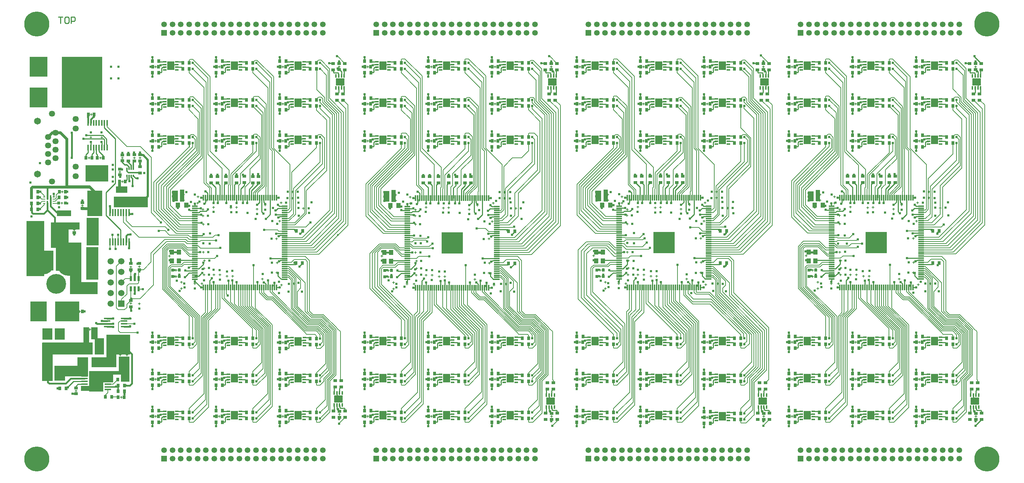
<source format=gtl>
G04*
G04 #@! TF.GenerationSoftware,Altium Limited,Altium Designer,18.1.7 (191)*
G04*
G04 Layer_Physical_Order=1*
G04 Layer_Color=255*
%FSLAX25Y25*%
%MOIN*%
G70*
G01*
G75*
%ADD12C,0.00787*%
%ADD13C,0.01500*%
%ADD15C,0.00500*%
%ADD16C,0.01000*%
%ADD19R,0.02756X0.03150*%
%ADD20R,0.03500X0.03000*%
%ADD21R,0.01181X0.05807*%
%ADD22R,0.05807X0.01181*%
%ADD23R,0.20276X0.20276*%
%ADD24R,0.03937X0.04921*%
%ADD25R,0.04331X0.05118*%
%ADD26R,0.03000X0.03500*%
%ADD27R,0.13386X0.19685*%
%ADD28R,0.06299X0.01181*%
%ADD29R,0.05906X0.05984*%
%ADD30R,0.12205X0.08661*%
%ADD31R,0.03543X0.03000*%
%ADD32R,0.07087X0.13386*%
%ADD33R,0.01772X0.05807*%
%ADD34R,0.03000X0.03543*%
%ADD35R,0.01772X0.06594*%
%ADD36R,0.11000X0.06299*%
%ADD37R,0.01181X0.01870*%
%ADD38R,0.09646X0.11024*%
%ADD39R,0.06000X0.01800*%
%ADD40R,0.02362X0.04921*%
%ADD41R,0.08661X0.12205*%
%ADD42R,0.05984X0.05906*%
%ADD43R,0.02362X0.00787*%
%ADD44R,0.01575X0.04134*%
%ADD45R,0.13780X0.06299*%
%ADD46R,0.38386X0.48031*%
%ADD47R,0.06693X0.08071*%
%ADD48R,0.03347X0.01378*%
%ADD49R,0.08071X0.06693*%
%ADD50R,0.01378X0.03347*%
%ADD51R,0.13386X0.07087*%
%ADD52R,0.06299X0.11000*%
%ADD98C,0.00700*%
%ADD99C,0.02000*%
%ADD100C,0.01200*%
%ADD101C,0.02500*%
%ADD102R,0.05707X0.09791*%
%ADD103R,0.04000X0.10836*%
%ADD104R,0.04000X0.11299*%
%ADD105R,0.05707X0.10000*%
%ADD106R,0.06320X0.02990*%
%ADD107R,0.31920X0.10090*%
%ADD108R,0.17000X0.19000*%
%ADD109R,0.13570X0.05340*%
%ADD110R,0.10032X0.14236*%
%ADD111R,0.21630X0.15700*%
%ADD112R,0.22590X0.18620*%
%ADD113R,0.15540X0.18770*%
%ADD114R,0.09500X0.04600*%
%ADD115R,0.10100X0.18200*%
%ADD116R,0.10800X0.10600*%
%ADD117R,0.18200X0.03700*%
%ADD118R,0.10100X0.36000*%
%ADD119R,0.05825X0.22423*%
%ADD120R,0.09743X0.30681*%
%ADD121R,0.08600X0.15679*%
%ADD122R,0.31400X0.10251*%
%ADD123R,0.10100X0.14202*%
%ADD124R,0.06234X0.11779*%
%ADD125R,0.08240X0.22900*%
%ADD126R,0.47709X0.11600*%
%ADD127R,0.23581X0.09743*%
%ADD128R,0.20935X0.18785*%
%ADD129R,0.14420X0.24290*%
%ADD130R,0.11710X0.26220*%
%ADD131R,0.11710X0.31000*%
%ADD132R,0.10910X0.22170*%
%ADD133R,0.26220X0.11710*%
%ADD134R,0.27165X0.06858*%
%ADD135R,0.16600X0.24100*%
%ADD136R,0.24400X0.26838*%
%ADD137R,0.17410X0.18600*%
%ADD138R,0.16600X0.51870*%
%ADD139C,0.01732*%
%ADD140C,0.21496*%
%ADD141C,0.18661*%
%ADD142C,0.05756*%
%ADD143C,0.06496*%
%ADD144C,0.23622*%
%ADD145C,0.05315*%
%ADD146R,0.05315X0.05315*%
%ADD147R,0.05906X0.05906*%
%ADD148C,0.05906*%
%ADD149C,0.02400*%
D12*
X52025Y93202D02*
G03*
X52025Y93202I-394J0D01*
G01*
D13*
X45126Y320106D02*
X45129Y320109D01*
X45126Y296559D02*
Y320106D01*
X68126Y140559D02*
X68876Y139809D01*
X78496D02*
X78546Y139859D01*
X68876Y139809D02*
X78496D01*
X99079Y243559D02*
X102126D01*
X98939Y211306D02*
X99076Y211169D01*
X96384Y222844D02*
X97605Y224065D01*
X98943Y243695D02*
X99079Y243559D01*
X98939Y217293D02*
X98943Y217297D01*
X96384D02*
Y222844D01*
X97605Y224065D02*
X100222D01*
X100394Y224237D01*
X81029Y250852D02*
X81036Y250859D01*
X98943Y243695D02*
Y244761D01*
X98939Y211306D02*
Y217293D01*
X81029Y244761D02*
Y250852D01*
X862746Y227279D02*
Y227529D01*
X861218Y225751D02*
X862746Y227279D01*
X861218Y225015D02*
Y225751D01*
X861046Y224843D02*
X861218Y225015D01*
X661596Y196464D02*
X662346Y197214D01*
X661596Y195311D02*
Y196464D01*
X660068Y193783D02*
X661596Y195311D01*
X661696Y226764D02*
X662446Y227514D01*
X660315Y224090D02*
X661696Y225472D01*
Y226764D01*
X660315Y224090D02*
Y224090D01*
X295620Y223776D02*
X295687Y223708D01*
X738601Y207224D02*
X745097D01*
X338801Y207139D02*
X345298D01*
X538911Y206879D02*
X545407D01*
X22045Y247192D02*
X29126Y240111D01*
Y234559D02*
Y240111D01*
X104385Y168375D02*
Y172807D01*
X104343Y168334D02*
X104385Y168375D01*
Y172807D02*
X104426Y172848D01*
X100846Y196869D02*
X100872Y196895D01*
Y200981D01*
X100897Y201006D01*
X100836Y155849D02*
X100902Y155783D01*
Y152300D02*
Y155783D01*
Y152300D02*
X100968Y152234D01*
X339608Y207203D02*
X346104D01*
X139498Y207463D02*
X145994D01*
X539298Y207548D02*
X545794D01*
X739598Y207563D02*
X746094D01*
X28606Y232309D02*
X34766Y226149D01*
X22045Y247192D02*
X22190Y247337D01*
X18700Y243847D02*
X22045Y247192D01*
X22160Y253822D02*
X22190Y253792D01*
Y247337D02*
Y253792D01*
X22196Y257799D02*
Y268799D01*
X7180Y248017D02*
X7431Y247765D01*
Y244895D02*
Y247765D01*
Y244895D02*
X8480Y243847D01*
X24916Y250901D02*
Y253822D01*
X7180Y248017D02*
Y253570D01*
X24916Y253822D02*
Y259137D01*
X30578Y245239D02*
X40679D01*
X24916Y250901D02*
X30578Y245239D01*
X8480Y243847D02*
X18700D01*
X83426Y137359D02*
X84026Y136759D01*
X78546Y137359D02*
X83426D01*
X84096Y139859D02*
X84126Y139829D01*
X78546Y139859D02*
X84096D01*
X83996Y144959D02*
X84026Y144929D01*
X78546Y144959D02*
X83996D01*
X94546Y137359D02*
X100196D01*
X100216Y137339D01*
X94546Y144959D02*
X100315D01*
X100383Y144891D01*
X73376Y142459D02*
X78546D01*
X60459Y337408D02*
X60600Y337549D01*
X60459Y329406D02*
Y337408D01*
X66112Y335825D02*
Y337549D01*
X63018Y332731D02*
X66112Y335825D01*
X63018Y329406D02*
Y332731D01*
X22576Y84499D02*
X23655Y83420D01*
X22376Y84499D02*
X22576D01*
X22169Y91708D02*
X22376Y91501D01*
X45576Y73799D02*
X45642Y73733D01*
X45868D01*
X45878Y73743D01*
X48976D01*
X22376Y84499D02*
Y91501D01*
X101776Y83699D02*
Y111199D01*
X44062Y88044D02*
X57143D01*
X99643Y81566D02*
X101776Y83699D01*
X39438Y83420D02*
X44062Y88044D01*
X99476Y113499D02*
X101776Y111199D01*
X23655Y83420D02*
X39438D01*
X94576Y81566D02*
X99643D01*
D15*
X102926Y296599D02*
X104926D01*
X103926Y295599D02*
Y297599D01*
X742376Y184619D02*
X744376D01*
X743376Y183619D02*
Y185619D01*
X542076Y184604D02*
X544076D01*
X543076Y183604D02*
Y185604D01*
X343386Y183259D02*
Y185259D01*
X342386Y184259D02*
X344386D01*
X46306Y228669D02*
X48306D01*
X47306Y227669D02*
Y229669D01*
X62356Y337549D02*
X64356D01*
X63356Y336549D02*
Y338549D01*
X124009Y381418D02*
Y383418D01*
X123009Y382418D02*
X125009D01*
X826546Y252185D02*
X828546D01*
X827546Y251185D02*
Y253185D01*
X862583Y249129D02*
X864583D01*
X863583Y248129D02*
Y250129D01*
X795312Y248687D02*
Y250687D01*
X794312Y249687D02*
X796312D01*
X784746Y185273D02*
Y187273D01*
X783746Y186273D02*
X785746D01*
X837246Y220429D02*
X839246D01*
X838246Y219429D02*
Y221429D01*
X824946Y181273D02*
Y183273D01*
X823946Y182273D02*
X825946D01*
X837696Y197720D02*
X839696D01*
X838696Y196720D02*
Y198720D01*
X819746Y247329D02*
Y249329D01*
X818746Y248329D02*
X820746D01*
X800346Y248829D02*
Y250829D01*
X799346Y249829D02*
X801346D01*
X778946Y249129D02*
Y251129D01*
X777946Y250129D02*
X779946D01*
X768146Y234129D02*
X770146D01*
X769146Y233129D02*
Y235129D01*
X768146Y207629D02*
X770146D01*
X769146Y206629D02*
Y208629D01*
X779046Y185229D02*
Y187229D01*
X778046Y186229D02*
X780046D01*
X791346Y183929D02*
Y185929D01*
X790346Y184929D02*
X792346D01*
X747390Y173229D02*
X749390D01*
X748390Y172229D02*
Y174229D01*
X834946Y175273D02*
Y177273D01*
X833946Y176273D02*
X835946D01*
X768846Y186329D02*
X770846D01*
X769846Y185329D02*
Y187329D01*
X768946Y192429D02*
X770946D01*
X769946Y191429D02*
Y193429D01*
X767946Y247829D02*
X769946D01*
X768946Y246829D02*
Y248829D01*
X767846Y242129D02*
X769846D01*
X768846Y241129D02*
Y243129D01*
X747346Y179329D02*
X749346D01*
X748346Y178329D02*
Y180329D01*
X841346Y254229D02*
X843346D01*
X842346Y253229D02*
Y255229D01*
X837446Y188229D02*
X839446D01*
X838446Y187229D02*
Y189229D01*
X842946Y175773D02*
Y177773D01*
X841946Y176773D02*
X843946D01*
X795746Y185029D02*
X797746D01*
X796746Y184029D02*
Y186029D01*
X767746Y177029D02*
Y179029D01*
X766746Y178029D02*
X768746D01*
X769046Y199629D02*
X771046D01*
X770046Y198629D02*
Y200629D01*
X841246Y236029D02*
Y238029D01*
X840246Y237029D02*
X842246D01*
X761146Y176929D02*
Y178929D01*
X760146Y177929D02*
X762146D01*
X763946Y252829D02*
Y254829D01*
X762946Y253829D02*
X764946D01*
X853146Y257729D02*
Y259729D01*
X852146Y258729D02*
X854146D01*
X772528Y255797D02*
Y257797D01*
X771528Y256797D02*
X773528D01*
X854446Y176829D02*
Y178829D01*
X853446Y177829D02*
X855446D01*
X763046Y260029D02*
X765046D01*
X764046Y259029D02*
Y261029D01*
X749546Y262029D02*
X751546D01*
X750546Y261029D02*
Y263029D01*
X852146Y264529D02*
X854146D01*
X853146Y263529D02*
Y265529D01*
X749546Y256529D02*
X751546D01*
X750546Y255529D02*
Y257529D01*
X543076Y189534D02*
Y191534D01*
X542076Y190534D02*
X544076D01*
X536946Y203070D02*
Y205070D01*
X535946Y204070D02*
X537946D01*
X109516Y295569D02*
Y297569D01*
X108516Y296569D02*
X110516D01*
X91877Y296599D02*
X93877D01*
X92877Y295599D02*
Y297599D01*
X89496Y283279D02*
X91496D01*
X90496Y282279D02*
Y284279D01*
X92752Y273319D02*
Y275319D01*
X91752Y274319D02*
X93752D01*
X35898Y252761D02*
Y254761D01*
X34898Y253761D02*
X36898D01*
X124009Y311418D02*
Y313418D01*
X123009Y312418D02*
X125009D01*
X724009Y121418D02*
Y123418D01*
X723009Y122418D02*
X725009D01*
X723009D02*
X725009D01*
X724009Y121418D02*
Y123418D01*
X342386Y190189D02*
X344386D01*
X343386Y189189D02*
Y191189D01*
X347356Y178969D02*
X349356D01*
X348356Y177969D02*
Y179969D01*
X368856Y185969D02*
X370856D01*
X369856Y184969D02*
Y186969D01*
X368956Y192069D02*
X370956D01*
X369956Y191069D02*
Y193069D01*
X368156Y233769D02*
X370156D01*
X369156Y232769D02*
Y234769D01*
X367856Y241769D02*
X369856D01*
X368856Y240769D02*
Y242769D01*
X391356Y183569D02*
Y185569D01*
X390356Y184569D02*
X392356D01*
X453456Y177469D02*
X455456D01*
X454456Y176469D02*
Y178469D01*
X452156Y258369D02*
X454156D01*
X453156Y257369D02*
Y259369D01*
X452156Y264169D02*
X454156D01*
X453156Y263169D02*
Y265169D01*
X347400Y172869D02*
X349400D01*
X348400Y171869D02*
Y173869D01*
X362956Y253469D02*
X364956D01*
X363956Y252469D02*
Y254469D01*
X367756Y176669D02*
Y178669D01*
X366756Y177669D02*
X368756D01*
X368156Y207269D02*
X370156D01*
X369156Y206269D02*
Y208269D01*
X369056Y199269D02*
X371056D01*
X370056Y198269D02*
Y200269D01*
X363056Y259669D02*
X365056D01*
X364056Y258669D02*
Y260669D01*
X384756Y184913D02*
Y186913D01*
X383756Y185913D02*
X385756D01*
X400356Y248469D02*
Y250469D01*
X399356Y249469D02*
X401356D01*
X437456Y187869D02*
X439456D01*
X438456Y186869D02*
Y188869D01*
X437256Y220069D02*
X439256D01*
X438256Y219069D02*
Y221069D01*
X441356Y253869D02*
X443356D01*
X442356Y252869D02*
Y254869D01*
X367956Y247469D02*
X369956D01*
X368956Y246469D02*
Y248469D01*
X336256Y203725D02*
X338256D01*
X337256Y202725D02*
Y204725D01*
X349556Y256169D02*
X351556D01*
X350556Y255169D02*
Y257169D01*
X372538Y255437D02*
Y257437D01*
X371538Y256437D02*
X373538D01*
X396756Y183669D02*
Y185669D01*
X395756Y184669D02*
X397756D01*
X424956Y180913D02*
Y182913D01*
X423956Y181913D02*
X425956D01*
X434956Y174913D02*
Y176913D01*
X433956Y175913D02*
X435956D01*
X442956Y175413D02*
Y177413D01*
X441956Y176413D02*
X443956D01*
X441256Y235669D02*
Y237669D01*
X440256Y236669D02*
X442256D01*
X419756Y246969D02*
Y248969D01*
X418756Y247969D02*
X420756D01*
X427556Y250825D02*
Y252825D01*
X426556Y251825D02*
X428556D01*
X462593Y248769D02*
X464593D01*
X463593Y247769D02*
Y249769D01*
X349556Y261669D02*
X351556D01*
X350556Y260669D02*
Y262669D01*
X379056Y184869D02*
Y186869D01*
X378056Y185869D02*
X380056D01*
X361156Y176569D02*
Y178569D01*
X360156Y177569D02*
X362156D01*
X378956Y248769D02*
Y250769D01*
X377956Y249769D02*
X379956D01*
X395322Y248327D02*
Y250327D01*
X394322Y249327D02*
X396322D01*
X437706Y197360D02*
X439706D01*
X438706Y196360D02*
Y198360D01*
X495985Y382676D02*
X497985D01*
X496985Y381676D02*
Y383676D01*
X324009Y311418D02*
Y313418D01*
X323009Y312418D02*
X325009D01*
X724009Y311418D02*
Y313418D01*
X723009Y312418D02*
X725009D01*
X324009Y346418D02*
Y348418D01*
X323009Y347418D02*
X325009D01*
X524009Y346418D02*
Y348418D01*
X523009Y347418D02*
X525009D01*
X724009Y346418D02*
Y348418D01*
X723009Y347418D02*
X725009D01*
X324009Y381418D02*
Y383418D01*
X323009Y382418D02*
X325009D01*
X524009Y381418D02*
Y383418D01*
X523009Y382418D02*
X525009D01*
X724009Y381418D02*
Y383418D01*
X723009Y382418D02*
X725009D01*
X384009Y311418D02*
Y313418D01*
X383009Y312418D02*
X385009D01*
X584009Y311418D02*
Y313418D01*
X583009Y312418D02*
X585009D01*
X784009Y311418D02*
Y313418D01*
X783009Y312418D02*
X785009D01*
X384009Y346418D02*
Y348418D01*
X383009Y347418D02*
X385009D01*
X584009Y346418D02*
Y348418D01*
X583009Y347418D02*
X585009D01*
X784009Y346418D02*
Y348418D01*
X783009Y347418D02*
X785009D01*
X384009Y381418D02*
Y383418D01*
X383009Y382418D02*
X385009D01*
X584009Y381418D02*
Y383418D01*
X583009Y382418D02*
X585009D01*
X784009Y381418D02*
Y383418D01*
X783009Y382418D02*
X785009D01*
X444009Y311418D02*
Y313418D01*
X443009Y312418D02*
X445009D01*
X644009Y311418D02*
Y313418D01*
X643009Y312418D02*
X645009D01*
X844009Y311418D02*
Y313418D01*
X843009Y312418D02*
X845009D01*
X444009Y346418D02*
Y348418D01*
X443009Y347418D02*
X445009D01*
X644009Y346418D02*
Y348418D01*
X643009Y347418D02*
X645009D01*
X844009Y346418D02*
Y348418D01*
X843009Y347418D02*
X845009D01*
X444009Y381418D02*
Y383418D01*
X443009Y382418D02*
X445009D01*
X644009Y381418D02*
Y383418D01*
X643009Y382418D02*
X645009D01*
X844009Y381418D02*
Y383418D01*
X843009Y382418D02*
X845009D01*
X324009Y121418D02*
Y123418D01*
X323009Y122418D02*
X325009D01*
X524009Y121418D02*
Y123418D01*
X523009Y122418D02*
X525009D01*
X324009Y86418D02*
Y88418D01*
X323009Y87418D02*
X325009D01*
X524009Y86418D02*
Y88418D01*
X523009Y87418D02*
X525009D01*
X724009Y86418D02*
Y88418D01*
X723009Y87418D02*
X725009D01*
X323009Y52418D02*
X325009D01*
X324009Y51418D02*
Y53418D01*
X523009Y52418D02*
X525009D01*
X524009Y51418D02*
Y53418D01*
X723009Y52418D02*
X725009D01*
X724009Y51418D02*
Y53418D01*
X384009Y121418D02*
Y123418D01*
X383009Y122418D02*
X385009D01*
X584009Y121418D02*
Y123418D01*
X583009Y122418D02*
X585009D01*
X784009Y121418D02*
Y123418D01*
X783009Y122418D02*
X785009D01*
X384009Y86418D02*
Y88418D01*
X383009Y87418D02*
X385009D01*
X584009Y86418D02*
Y88418D01*
X583009Y87418D02*
X585009D01*
X784009Y86418D02*
Y88418D01*
X783009Y87418D02*
X785009D01*
X384009Y51418D02*
Y53418D01*
X383009Y52418D02*
X385009D01*
X584009Y51418D02*
Y53418D01*
X583009Y52418D02*
X585009D01*
X784009Y51418D02*
Y53418D01*
X783009Y52418D02*
X785009D01*
X444009Y121418D02*
Y123418D01*
X443009Y122418D02*
X445009D01*
X644009Y121418D02*
Y123418D01*
X643009Y122418D02*
X645009D01*
X844009Y121418D02*
Y123418D01*
X843009Y122418D02*
X845009D01*
X444009Y86418D02*
Y88418D01*
X443009Y87418D02*
X445009D01*
X644009Y86418D02*
Y88418D01*
X643009Y87418D02*
X645009D01*
X844009Y86418D02*
Y88418D01*
X843009Y87418D02*
X845009D01*
X444009Y51418D02*
Y53418D01*
X443009Y52418D02*
X445009D01*
X644009Y50418D02*
Y52418D01*
X643009Y51418D02*
X645009D01*
X844009D02*
Y53418D01*
X843009Y52418D02*
X845009D01*
X524009Y311418D02*
Y313418D01*
X523009Y312418D02*
X525009D01*
X143276Y183519D02*
Y185519D01*
X142276Y184519D02*
X144276D01*
X143276Y189449D02*
Y191449D01*
X142276Y190449D02*
X144276D01*
X137146Y202985D02*
Y204985D01*
X136146Y203985D02*
X138146D01*
X123009Y87418D02*
X125009D01*
X124009Y86418D02*
Y88418D01*
X123009Y122418D02*
X125009D01*
X124009Y121418D02*
Y123418D01*
X123009Y52418D02*
X125009D01*
X124009Y51418D02*
Y53418D01*
X183009Y122418D02*
X185009D01*
X184009Y121418D02*
Y123418D01*
X183009Y87418D02*
X185009D01*
X184009Y86418D02*
Y88418D01*
X183009Y52418D02*
X185009D01*
X184009Y51418D02*
Y53418D01*
X243126Y122059D02*
X245126D01*
X244126Y121059D02*
Y123059D01*
X243009Y87418D02*
X245009D01*
X244009Y86418D02*
Y88418D01*
X243009Y52418D02*
X245009D01*
X244009Y51418D02*
Y53418D01*
X123009Y122418D02*
X125009D01*
X124009Y121418D02*
Y123418D01*
X297267Y53442D02*
Y55442D01*
X296267Y54442D02*
X298267D01*
X243009Y52418D02*
X245009D01*
X244009Y51418D02*
Y53418D01*
X243009Y87418D02*
X245009D01*
X244009Y86418D02*
Y88418D01*
X243126Y122059D02*
X245126D01*
X244126Y121059D02*
Y123059D01*
X183009Y52418D02*
X185009D01*
X184009Y51418D02*
Y53418D01*
X183009Y87418D02*
X185009D01*
X184009Y86418D02*
Y88418D01*
X183009Y122418D02*
X185009D01*
X184009Y121418D02*
Y123418D01*
X123009Y52418D02*
X125009D01*
X124009Y51418D02*
Y53418D01*
X123009Y87418D02*
X125009D01*
X124009Y86418D02*
Y88418D01*
X184009Y381418D02*
Y383418D01*
X183009Y382418D02*
X185009D01*
X123009Y312418D02*
X125009D01*
X124009Y311418D02*
Y313418D01*
X243009Y312418D02*
X245009D01*
X244009Y311418D02*
Y313418D01*
X123009Y382418D02*
X125009D01*
X124009Y381418D02*
Y383418D01*
X243009Y382418D02*
X245009D01*
X244009Y381418D02*
Y383418D01*
X123009Y347418D02*
X125009D01*
X124009Y346418D02*
Y348418D01*
X243009Y347418D02*
X245009D01*
X244009Y346418D02*
Y348418D01*
X183009Y312418D02*
X185009D01*
X184009Y311418D02*
Y313418D01*
X183009Y382418D02*
X185009D01*
X184009Y381418D02*
Y383418D01*
X183009Y347418D02*
X185009D01*
X184009Y346418D02*
Y348418D01*
X243009Y312418D02*
X245009D01*
X244009Y311418D02*
Y313418D01*
X243009Y382418D02*
X245009D01*
X244009Y381418D02*
Y383418D01*
X123009Y347418D02*
X125009D01*
X124009Y346418D02*
Y348418D01*
X243009Y347418D02*
X245009D01*
X244009Y346418D02*
Y348418D01*
X183009Y312418D02*
X185009D01*
X184009Y311418D02*
Y313418D01*
X296985Y381676D02*
Y383676D01*
X295985Y382676D02*
X297985D01*
X183009Y347418D02*
X185009D01*
X184009Y346418D02*
Y348418D01*
X723009Y312418D02*
X725009D01*
X724009Y311418D02*
Y313418D01*
X523009Y312418D02*
X525009D01*
X524009Y311418D02*
Y313418D01*
X323009Y312418D02*
X325009D01*
X324009Y311418D02*
Y313418D01*
X897267Y51442D02*
Y53442D01*
X896267Y52442D02*
X898267D01*
X697267Y51442D02*
Y53442D01*
X696267Y52442D02*
X698267D01*
X497267Y51442D02*
Y53442D01*
X496267Y52442D02*
X498267D01*
X843009Y52418D02*
X845009D01*
X844009Y51418D02*
Y53418D01*
X643009Y51418D02*
X645009D01*
X644009Y50418D02*
Y52418D01*
X443009D02*
X445009D01*
X444009Y51418D02*
Y53418D01*
X843009Y87418D02*
X845009D01*
X844009Y86418D02*
Y88418D01*
X643009Y87418D02*
X645009D01*
X644009Y86418D02*
Y88418D01*
X443009Y87418D02*
X445009D01*
X444009Y86418D02*
Y88418D01*
X843009Y122418D02*
X845009D01*
X844009Y121418D02*
Y123418D01*
X643009Y122418D02*
X645009D01*
X644009Y121418D02*
Y123418D01*
X443009Y122418D02*
X445009D01*
X444009Y121418D02*
Y123418D01*
X783009Y52418D02*
X785009D01*
X784009Y51418D02*
Y53418D01*
X583009Y52418D02*
X585009D01*
X584009Y51418D02*
Y53418D01*
X383009Y52418D02*
X385009D01*
X384009Y51418D02*
Y53418D01*
X783009Y87418D02*
X785009D01*
X784009Y86418D02*
Y88418D01*
X583009Y87418D02*
X585009D01*
X584009Y86418D02*
Y88418D01*
X383009Y87418D02*
X385009D01*
X384009Y86418D02*
Y88418D01*
X783009Y122418D02*
X785009D01*
X784009Y121418D02*
Y123418D01*
X583009Y122418D02*
X585009D01*
X584009Y121418D02*
Y123418D01*
X383009Y122418D02*
X385009D01*
X384009Y121418D02*
Y123418D01*
X723009Y52418D02*
X725009D01*
X724009Y51418D02*
Y53418D01*
X523009Y52418D02*
X525009D01*
X524009Y51418D02*
Y53418D01*
X323009Y52418D02*
X325009D01*
X324009Y51418D02*
Y53418D01*
X723009Y87418D02*
X725009D01*
X724009Y86418D02*
Y88418D01*
X523009Y87418D02*
X525009D01*
X524009Y86418D02*
Y88418D01*
X323009Y87418D02*
X325009D01*
X324009Y86418D02*
Y88418D01*
X523009Y122418D02*
X525009D01*
X524009Y121418D02*
Y123418D01*
X323009Y122418D02*
X325009D01*
X324009Y121418D02*
Y123418D01*
X896985Y381676D02*
Y383676D01*
X895985Y382676D02*
X897985D01*
X696985Y381676D02*
Y383676D01*
X695985Y382676D02*
X697985D01*
X843009Y382418D02*
X845009D01*
X844009Y381418D02*
Y383418D01*
X643009Y382418D02*
X645009D01*
X644009Y381418D02*
Y383418D01*
X443009Y382418D02*
X445009D01*
X444009Y381418D02*
Y383418D01*
X843009Y347418D02*
X845009D01*
X844009Y346418D02*
Y348418D01*
X643009Y347418D02*
X645009D01*
X644009Y346418D02*
Y348418D01*
X443009Y347418D02*
X445009D01*
X444009Y346418D02*
Y348418D01*
X843009Y312418D02*
X845009D01*
X844009Y311418D02*
Y313418D01*
X643009Y312418D02*
X645009D01*
X644009Y311418D02*
Y313418D01*
X443009Y312418D02*
X445009D01*
X444009Y311418D02*
Y313418D01*
X783009Y382418D02*
X785009D01*
X784009Y381418D02*
Y383418D01*
X583009Y382418D02*
X585009D01*
X584009Y381418D02*
Y383418D01*
X383009Y382418D02*
X385009D01*
X384009Y381418D02*
Y383418D01*
X783009Y347418D02*
X785009D01*
X784009Y346418D02*
Y348418D01*
X583009Y347418D02*
X585009D01*
X584009Y346418D02*
Y348418D01*
X383009Y347418D02*
X385009D01*
X384009Y346418D02*
Y348418D01*
X783009Y312418D02*
X785009D01*
X784009Y311418D02*
Y313418D01*
X583009Y312418D02*
X585009D01*
X584009Y311418D02*
Y313418D01*
X383009Y312418D02*
X385009D01*
X384009Y311418D02*
Y313418D01*
X723009Y382418D02*
X725009D01*
X724009Y381418D02*
Y383418D01*
X523009Y382418D02*
X525009D01*
X524009Y381418D02*
Y383418D01*
X323009Y382418D02*
X325009D01*
X324009Y381418D02*
Y383418D01*
X723009Y347418D02*
X725009D01*
X724009Y346418D02*
Y348418D01*
X523009Y347418D02*
X525009D01*
X524009Y346418D02*
Y348418D01*
X323009Y347418D02*
X325009D01*
X324009Y346418D02*
Y348418D01*
X100836Y158093D02*
Y160093D01*
X99836Y159093D02*
X101836D01*
X100846Y192625D02*
Y194625D01*
X99846Y193625D02*
X101846D01*
X108806Y157849D02*
Y159849D01*
X107806Y158849D02*
X109806D01*
X108706Y192839D02*
Y194839D01*
X107706Y193839D02*
X109706D01*
X262483Y249029D02*
X264483D01*
X263483Y248029D02*
Y250029D01*
X195212Y248587D02*
Y250587D01*
X194212Y249587D02*
X196212D01*
X184646Y185173D02*
Y187173D01*
X183646Y186173D02*
X185646D01*
X237146Y220329D02*
X239146D01*
X238146Y219329D02*
Y221329D01*
X224846Y181173D02*
Y183173D01*
X223846Y182173D02*
X225846D01*
X237596Y197620D02*
X239596D01*
X238596Y196620D02*
Y198620D01*
X219646Y247229D02*
Y249229D01*
X218646Y248229D02*
X220646D01*
X200246Y248729D02*
Y250729D01*
X199246Y249729D02*
X201246D01*
X178846Y249029D02*
Y251029D01*
X177846Y250029D02*
X179846D01*
X168046Y234029D02*
X170046D01*
X169046Y233029D02*
Y235029D01*
X168046Y207529D02*
X170046D01*
X169046Y206529D02*
Y208529D01*
X178946Y185129D02*
Y187129D01*
X177946Y186129D02*
X179946D01*
X191246Y183829D02*
Y185829D01*
X190246Y184829D02*
X192246D01*
X147290Y173129D02*
X149290D01*
X148290Y172129D02*
Y174129D01*
X234846Y175173D02*
Y177173D01*
X233846Y176173D02*
X235846D01*
X168746Y186229D02*
X170746D01*
X169746Y185229D02*
Y187229D01*
X168846Y192329D02*
X170846D01*
X169846Y191329D02*
Y193329D01*
X167846Y247729D02*
X169846D01*
X168846Y246729D02*
Y248729D01*
X167746Y242029D02*
X169746D01*
X168746Y241029D02*
Y243029D01*
X147246Y179229D02*
X149246D01*
X148246Y178229D02*
Y180229D01*
X241246Y254129D02*
X243246D01*
X242246Y253129D02*
Y255129D01*
X237346Y188129D02*
X239346D01*
X238346Y187129D02*
Y189129D01*
X242846Y175673D02*
Y177673D01*
X241846Y176673D02*
X243846D01*
X196646Y183929D02*
Y185929D01*
X195646Y184929D02*
X197646D01*
X167646Y176929D02*
Y178929D01*
X166646Y177929D02*
X168646D01*
X168946Y199529D02*
X170946D01*
X169946Y198529D02*
Y200529D01*
X241146Y235929D02*
Y237929D01*
X240146Y236929D02*
X242146D01*
X161046Y176829D02*
Y178829D01*
X160046Y177829D02*
X162046D01*
X162846Y253729D02*
X164846D01*
X163846Y252729D02*
Y254729D01*
X252046Y258629D02*
X254046D01*
X253046Y257629D02*
Y259629D01*
X172428Y255697D02*
Y257697D01*
X171428Y256697D02*
X173428D01*
X253346Y177729D02*
X255346D01*
X254346Y176729D02*
Y178729D01*
X162946Y259929D02*
X164946D01*
X163946Y258929D02*
Y260929D01*
X149446Y261929D02*
X151446D01*
X150446Y260929D02*
Y262929D01*
X252046Y264429D02*
X254046D01*
X253046Y263429D02*
Y265429D01*
X227446Y251085D02*
Y253085D01*
X226446Y252085D02*
X228446D01*
X149446Y256429D02*
X151446D01*
X150446Y255429D02*
Y257429D01*
X663283Y248114D02*
Y250114D01*
X662283Y249114D02*
X664283D01*
X594012Y249672D02*
X596012D01*
X595012Y248672D02*
Y250672D01*
X583446Y186258D02*
X585446D01*
X584446Y185258D02*
Y187258D01*
X637946Y219414D02*
Y221414D01*
X636946Y220414D02*
X638946D01*
X623646Y182258D02*
X625646D01*
X624646Y181258D02*
Y183258D01*
X638396Y196705D02*
Y198705D01*
X637396Y197705D02*
X639396D01*
X618446Y248314D02*
X620446D01*
X619446Y247314D02*
Y249314D01*
X599046Y249814D02*
X601046D01*
X600046Y248814D02*
Y250814D01*
X577646Y250114D02*
X579646D01*
X578646Y249114D02*
Y251114D01*
X568846Y233114D02*
Y235114D01*
X567846Y234114D02*
X569846D01*
X568846Y206614D02*
Y208614D01*
X567846Y207614D02*
X569846D01*
X577746Y186214D02*
X579746D01*
X578746Y185214D02*
Y187214D01*
X590046Y184914D02*
X592046D01*
X591046Y183914D02*
Y185914D01*
X548090Y172214D02*
Y174214D01*
X547090Y173214D02*
X549090D01*
X633646Y176258D02*
X635646D01*
X634646Y175258D02*
Y177258D01*
X569546Y185314D02*
Y187314D01*
X568546Y186314D02*
X570546D01*
X569646Y191414D02*
Y193414D01*
X568646Y192414D02*
X570646D01*
X568646Y246814D02*
Y248814D01*
X567646Y247814D02*
X569646D01*
X568546Y241114D02*
Y243114D01*
X567546Y242114D02*
X569546D01*
X548046Y178314D02*
Y180314D01*
X547046Y179314D02*
X549046D01*
X642046Y253214D02*
Y255214D01*
X641046Y254214D02*
X643046D01*
X638146Y187214D02*
Y189214D01*
X637146Y188214D02*
X639146D01*
X641646Y176758D02*
X643646D01*
X642646Y175758D02*
Y177758D01*
X595446Y185014D02*
X597446D01*
X596446Y184014D02*
Y186014D01*
X566446Y178014D02*
X568446D01*
X567446Y177014D02*
Y179014D01*
X569746Y198614D02*
Y200614D01*
X568746Y199614D02*
X570746D01*
X639946Y237014D02*
X641946D01*
X640946Y236014D02*
Y238014D01*
X559846Y177914D02*
X561846D01*
X560846Y176914D02*
Y178914D01*
X563646Y252814D02*
Y254814D01*
X562646Y253814D02*
X564646D01*
X652846Y257714D02*
Y259714D01*
X651846Y258714D02*
X653846D01*
X571228Y256782D02*
X573228D01*
X572228Y255782D02*
Y257782D01*
X654146Y176814D02*
Y178814D01*
X653146Y177814D02*
X655146D01*
X563746Y259014D02*
Y261014D01*
X562746Y260014D02*
X564746D01*
X550246Y261014D02*
Y263014D01*
X549246Y262014D02*
X551246D01*
X652846Y263514D02*
Y265514D01*
X651846Y264514D02*
X653846D01*
X626246Y252170D02*
X628246D01*
X627246Y251170D02*
Y253170D01*
X550246Y255514D02*
Y257514D01*
X549246Y256514D02*
X551246D01*
X742376Y190549D02*
X744376D01*
X743376Y189549D02*
Y191549D01*
X36160Y263677D02*
Y265676D01*
X35160Y264676D02*
X37160D01*
X63126Y314709D02*
Y316709D01*
X62126Y315709D02*
X64126D01*
X73366Y314709D02*
Y316709D01*
X72366Y315709D02*
X74366D01*
X55116Y250499D02*
Y252499D01*
X54116Y251499D02*
X56116D01*
X51350Y151549D02*
X53350D01*
X52350Y150549D02*
Y152549D01*
X47976Y76499D02*
X49976D01*
X48976Y75499D02*
Y77499D01*
X62132Y133699D02*
Y135699D01*
X61132Y134699D02*
X63132D01*
X91576Y69699D02*
Y71699D01*
X90576Y70699D02*
X92576D01*
X95976Y110399D02*
X97976D01*
X96976Y109399D02*
Y111399D01*
X89698Y110399D02*
X91698D01*
X90698Y109399D02*
Y111399D01*
X736246Y204085D02*
X738246D01*
X737246Y203085D02*
Y205085D01*
X61246Y295669D02*
Y297669D01*
X60246Y296669D02*
X62246D01*
X71952Y295489D02*
Y297489D01*
X70952Y296489D02*
X72952D01*
D16*
X121054Y352964D02*
Y356572D01*
X424252Y245273D02*
X425756Y243769D01*
X424252Y245273D02*
Y258469D01*
X97131Y275942D02*
Y279679D01*
X95508Y274319D02*
X97131Y275942D01*
X462656Y196619D02*
Y196869D01*
X459118Y193081D02*
X462656Y196619D01*
X459074Y193081D02*
X459118D01*
X462756Y226919D02*
Y227169D01*
X460062Y224225D02*
X462756Y226919D01*
X460062Y223983D02*
Y224225D01*
X262646Y227179D02*
Y227429D01*
X260423Y224956D02*
X262646Y227179D01*
X260244Y224956D02*
X260423D01*
X262546Y196879D02*
Y197129D01*
X259796Y194129D02*
X262546Y196879D01*
X259796Y193758D02*
Y194129D01*
X161197Y207595D02*
X166092D01*
X167981Y223343D02*
X169045Y224407D01*
X161197Y223343D02*
X167981D01*
X169045Y224407D02*
X169267D01*
X361307Y242768D02*
X361362Y242714D01*
X361307Y248674D02*
X361332Y248698D01*
X367677Y187569D02*
X368056D01*
X366777Y186669D02*
X367677Y187569D01*
X366756Y186669D02*
X366777D01*
X364784Y184697D02*
X366756Y186669D01*
X367278Y242714D02*
X367333Y242659D01*
X366962Y248698D02*
X366986Y248723D01*
X370288Y252922D02*
X370302D01*
X436060Y178073D02*
X436156Y178169D01*
X437456Y246569D02*
X439561Y248674D01*
X436060Y173921D02*
X436063Y173918D01*
X436060Y173921D02*
Y178073D01*
X361307Y184697D02*
X364784D01*
X361362Y242714D02*
X367278D01*
X361332Y248698D02*
X366962D01*
X439561Y248674D02*
X445858D01*
X371102Y253722D02*
Y258469D01*
X370302Y252922D02*
X371102Y253722D01*
X161197Y243028D02*
X161252Y242974D01*
X161197Y248934D02*
X161222Y248958D01*
X167567Y187829D02*
X167946D01*
X166667Y186929D02*
X167567Y187829D01*
X166646Y186929D02*
X166667D01*
X164674Y184957D02*
X166646Y186929D01*
X167168Y242974D02*
X167223Y242919D01*
X166852Y248958D02*
X166876Y248983D01*
X237346Y246829D02*
X239451Y248934D01*
X170992Y253982D02*
Y258729D01*
X170192Y253182D02*
X170992Y253982D01*
X170178Y253182D02*
X170192D01*
X161197Y184957D02*
X164674D01*
X161252Y242974D02*
X167168D01*
X161222Y248958D02*
X166852D01*
X235949Y178333D02*
X236046Y178429D01*
X235949Y174181D02*
X235953Y174178D01*
X235949Y174181D02*
Y178333D01*
X239451Y248934D02*
X245748D01*
X566652Y249043D02*
X566676Y249068D01*
X561022Y249043D02*
X566652D01*
X560997Y249019D02*
X561022Y249043D01*
X566968Y243059D02*
X567023Y243004D01*
X561052Y243059D02*
X566968D01*
X560997Y243113D02*
X561052Y243059D01*
X567367Y187914D02*
X567746D01*
X566467Y187014D02*
X567367Y187914D01*
X566446Y187014D02*
X566467D01*
X564474Y185042D02*
X566446Y187014D01*
X560997Y185042D02*
X564474D01*
X635749Y178418D02*
X635846Y178514D01*
X635749Y174266D02*
X635753Y174263D01*
X635749Y174266D02*
Y178418D01*
X639251Y249019D02*
X645548D01*
X637146Y246914D02*
X639251Y249019D01*
X570792Y254067D02*
Y258814D01*
X569992Y253267D02*
X570792Y254067D01*
X569978Y253267D02*
X569992D01*
X761297Y249034D02*
X761322Y249058D01*
X767667Y187929D02*
X768046D01*
X766952Y249058D02*
X766976Y249083D01*
X770278Y253282D02*
X770292D01*
X771092Y254082D01*
Y258829D01*
X836049Y174281D02*
X836053Y174278D01*
X836049Y174281D02*
Y178433D01*
X836146Y178529D01*
X837446Y246929D02*
X839551Y249034D01*
X761297Y243128D02*
X761352Y243074D01*
X766767Y187029D02*
X767667Y187929D01*
X766746Y187029D02*
X766767D01*
X767268Y243074D02*
X767323Y243019D01*
X761297Y185057D02*
X764774D01*
X761322Y249058D02*
X766952D01*
X839551Y249034D02*
X845848D01*
X764774Y185057D02*
X766746Y187029D01*
X761352Y243074D02*
X767268D01*
X761322Y235229D02*
X767432D01*
X841185Y241160D02*
X845848D01*
X841536Y223469D02*
X845822D01*
X841930Y199909D02*
X845761D01*
X819841Y252241D02*
X822274Y254673D01*
X828088Y174368D02*
X828179Y174278D01*
X761297Y207695D02*
X766192D01*
X761319Y191969D02*
X764986D01*
X826598Y179081D02*
X828088Y177591D01*
X826291Y179081D02*
X826598D01*
X792796Y174328D02*
Y180479D01*
X775029Y174278D02*
Y180712D01*
X767432Y235229D02*
X767704Y235500D01*
X761297Y235254D02*
X761322Y235229D01*
X845822Y223469D02*
X845848Y223443D01*
X845761Y199909D02*
X845848Y199821D01*
X839869Y240223D02*
X840248D01*
X841185Y241160D01*
X840251Y222510D02*
X840577D01*
X841536Y223469D01*
X840873Y198852D02*
X841930Y199909D01*
X840494Y198852D02*
X840873D01*
X822274Y254673D02*
Y258829D01*
X828088Y174368D02*
Y177591D01*
X800620Y253934D02*
Y258829D01*
X792796Y180479D02*
X792846Y180529D01*
X792746Y174278D02*
X792796Y174328D01*
X778966Y253934D02*
Y258829D01*
X775029Y180712D02*
X777152Y182835D01*
Y183048D01*
X761297Y191947D02*
X761319Y191969D01*
X578666Y253919D02*
Y258814D01*
X600320Y253919D02*
Y258814D01*
X619541Y252226D02*
X621974Y254658D01*
Y258814D01*
X639570Y240208D02*
X639948D01*
X640885Y241145D01*
X645548D01*
X640277Y222495D02*
X641236Y223454D01*
X639951Y222495D02*
X640277D01*
X641236Y223454D02*
X645522D01*
X645548Y223428D01*
X640194Y198837D02*
X640573D01*
X641630Y199894D01*
X645461D01*
X645548Y199806D01*
X625991Y179066D02*
X626298D01*
X627788Y177576D01*
Y174353D02*
X627879Y174263D01*
X627788Y174353D02*
Y177576D01*
X592446Y174263D02*
X592496Y174313D01*
Y180464D02*
X592546Y180514D01*
X592496Y174313D02*
Y180464D01*
X574729Y174263D02*
Y180698D01*
X576852Y182820D01*
Y183034D01*
X560997Y191932D02*
X561019Y191954D01*
X564686D01*
X560997Y207680D02*
X565892D01*
X560997Y235239D02*
X561022Y235214D01*
X567133D01*
X567404Y235485D01*
X219741Y252141D02*
X222174Y254573D01*
X241085Y241060D02*
X245748D01*
X241436Y223369D02*
X245722D01*
X241830Y199809D02*
X245660D01*
X226498Y178981D02*
X227989Y177491D01*
Y174268D02*
X228079Y174178D01*
X227989Y174268D02*
Y177491D01*
X161222Y235129D02*
X167332D01*
X161219Y191869D02*
X164886D01*
X200520Y253834D02*
Y258729D01*
X178867Y253834D02*
Y258729D01*
X174929Y180613D02*
X177052Y182735D01*
X169046Y196029D02*
Y197429D01*
X245722Y223369D02*
X245748Y223343D01*
X245660Y199809D02*
X245748Y199721D01*
X239770Y240123D02*
X240148D01*
X241085Y241060D01*
X240477Y222410D02*
X241436Y223369D01*
X240151Y222410D02*
X240477D01*
X240394Y198752D02*
X240773D01*
X241830Y199809D01*
X222174Y254573D02*
Y258729D01*
X226191Y178981D02*
X226498D01*
X192646Y174178D02*
X192696Y174228D01*
Y180379D02*
X192746Y180429D01*
X192696Y174228D02*
Y180379D01*
X177052Y182735D02*
Y182949D01*
X174929Y174178D02*
Y180613D01*
X167332Y235129D02*
X167604Y235400D01*
X164886Y191869D02*
X169046Y196029D01*
X161197Y235154D02*
X161222Y235129D01*
X161197Y191847D02*
X161219Y191869D01*
X564686Y191954D02*
X568647Y195915D01*
Y199378D01*
X769347Y196330D02*
Y199425D01*
X764986Y191969D02*
X769347Y196330D01*
X378976Y253574D02*
Y258469D01*
X441195Y240800D02*
X445858D01*
X441546Y223109D02*
X445832D01*
X441940Y199549D02*
X445771D01*
X426608Y178721D02*
X428098Y177231D01*
X361332Y234869D02*
X367442D01*
X361307Y207335D02*
X366202D01*
X361329Y191609D02*
X364996D01*
X428098Y174008D02*
X428189Y173918D01*
X428098Y174008D02*
Y177231D01*
X419851Y251881D02*
X422284Y254313D01*
X400630Y253574D02*
Y258469D01*
X392756Y173918D02*
X392806Y173968D01*
Y180119D01*
X375039Y173918D02*
Y180352D01*
X377162Y182475D01*
X369156Y195769D02*
Y197169D01*
X445832Y223109D02*
X445858Y223083D01*
X445771Y199549D02*
X445858Y199461D01*
X439880Y239863D02*
X440258D01*
X441195Y240800D01*
X440587Y222150D02*
X441546Y223109D01*
X440261Y222150D02*
X440587D01*
X440504Y198492D02*
X440883D01*
X441940Y199549D01*
X422284Y254313D02*
Y258469D01*
X426301Y178721D02*
X426608D01*
X392806Y180119D02*
X392856Y180169D01*
X377162Y182475D02*
Y182688D01*
X367442Y234869D02*
X367714Y235140D01*
X364996Y191609D02*
X369156Y195769D01*
X361307Y234894D02*
X361332Y234869D01*
X361307Y191587D02*
X361329Y191609D01*
X438199Y258636D02*
X440194D01*
X438032Y258469D02*
X438199Y258636D01*
X637889Y258981D02*
X639884D01*
X637722Y258814D02*
X637889Y258981D01*
X838189Y258996D02*
X840184D01*
X838022Y258829D02*
X838189Y258996D01*
X238089Y258896D02*
X240084D01*
X237922Y258729D02*
X238089Y258896D01*
X840966Y251002D02*
X845848D01*
X796668Y174293D02*
Y180970D01*
X842535Y182195D02*
X845758D01*
X796570Y181068D02*
X796668Y180970D01*
Y174293D02*
X796683Y174278D01*
X839644Y252325D02*
X840966Y251002D01*
X839634Y185096D02*
Y188032D01*
X769124Y258829D02*
X769148Y258854D01*
X761297Y251002D02*
X761322Y250978D01*
X761236Y251064D02*
X761297Y251002D01*
X761236Y251064D02*
Y253392D01*
X761297Y179632D02*
Y182105D01*
X761165Y179500D02*
X761297Y179632D01*
X845758Y182195D02*
X845848Y182105D01*
X839644Y252325D02*
X839644D01*
X839634Y185096D02*
X842535Y182195D01*
X838026Y174282D02*
X841188D01*
X838022Y174278D02*
X838026Y174282D01*
X827392Y253032D02*
Y253314D01*
X826210Y254496D02*
X827392Y253314D01*
X826210Y254496D02*
Y258829D01*
X767122Y258839D02*
X767132Y258829D01*
X769124D01*
X767395Y174278D02*
X769124D01*
X767374Y174257D02*
X767395Y174278D01*
X767145Y174257D02*
X767374D01*
X761297Y182105D02*
X761309Y182117D01*
X566822Y258824D02*
X566832Y258814D01*
X568824D01*
X568848Y258839D01*
X627092Y253017D02*
Y253299D01*
X625911Y254481D02*
Y258814D01*
Y254481D02*
X627092Y253299D01*
X639344Y252310D02*
X639344D01*
X640666Y250987D01*
X645548D01*
X639334Y185081D02*
Y188017D01*
Y185081D02*
X642235Y182180D01*
X645458D01*
X645548Y182090D01*
X637722Y174263D02*
X637726Y174267D01*
X640888D01*
X596368Y174278D02*
X596383Y174263D01*
X596270Y181053D02*
X596368Y180955D01*
Y174278D02*
Y180955D01*
X566846Y174241D02*
X567073D01*
X567095Y174263D01*
X568824D01*
X560865Y179485D02*
X560997Y179617D01*
Y182090D02*
X561009Y182102D01*
X560997Y179617D02*
Y182090D01*
Y250987D02*
X561022Y250963D01*
X560936Y251048D02*
Y253377D01*
Y251048D02*
X560997Y250987D01*
X240866Y250902D02*
X245748D01*
X242435Y182095D02*
X245658D01*
X196568Y174193D02*
X196583Y174178D01*
X196470Y180968D02*
X196568Y180870D01*
Y174193D02*
Y180870D01*
X245658Y182095D02*
X245748Y182005D01*
X227292Y252932D02*
Y253214D01*
X226111Y254396D02*
X227292Y253214D01*
X161136Y250964D02*
Y253292D01*
X161197Y182005D02*
X161209Y182017D01*
X239544Y252225D02*
X239544D01*
X240866Y250902D01*
X239534Y184996D02*
Y187932D01*
Y184996D02*
X242435Y182095D01*
X237922Y174178D02*
X237926Y174182D01*
X241088D01*
X226111Y254396D02*
Y258729D01*
X167022Y258739D02*
X167032Y258729D01*
X169024D01*
X169048Y258753D01*
X167024Y174178D02*
X169024D01*
X161197Y250902D02*
X161222Y250878D01*
X161136Y250964D02*
X161197Y250902D01*
X426221Y254136D02*
X427402Y252954D01*
X442545Y181835D02*
X445768D01*
X427402Y252672D02*
Y252954D01*
X440976Y250642D02*
X445858D01*
X445768Y181835D02*
X445858Y181745D01*
X439644Y184736D02*
X442545Y181835D01*
X438032Y173918D02*
X438036Y173922D01*
X441198D01*
X396678Y173933D02*
X396693Y173918D01*
X396678Y173933D02*
Y180610D01*
X367156Y173897D02*
X367384D01*
X367405Y173918D01*
X369134D01*
X361307Y181745D02*
X361319Y181757D01*
X361307Y179272D02*
Y181745D01*
X439654Y251965D02*
X439654D01*
X440976Y250642D01*
X439644Y184736D02*
Y187672D01*
X426221Y254136D02*
Y258469D01*
X396580Y180708D02*
X396678Y180610D01*
X367132Y258479D02*
X367142Y258469D01*
X369134D01*
X369158Y258493D01*
X361307Y250642D02*
X361332Y250618D01*
X361246Y250704D02*
Y253032D01*
Y250704D02*
X361307Y250642D01*
X361175Y179140D02*
X361307Y179272D01*
X161197Y180005D02*
Y182005D01*
Y180005D02*
X167024Y174178D01*
X77530Y242158D02*
Y263765D01*
X91182Y217381D02*
Y228506D01*
X77530Y242158D02*
X91182Y228506D01*
X77530Y263765D02*
X86226Y272461D01*
Y314399D01*
X75730Y324895D02*
X86226Y314399D01*
X91182Y217381D02*
X91265Y217297D01*
X75730Y324895D02*
Y329322D01*
X75814Y329406D01*
X815126Y316801D02*
X815709Y316218D01*
X815126Y316801D02*
Y316964D01*
X398417Y313398D02*
X399697Y314677D01*
X404126D01*
X215755Y386264D02*
Y386514D01*
X275599Y386478D02*
X275644Y386524D01*
X275599Y351478D02*
X275644Y351524D01*
X875699Y386578D02*
X875745Y386624D01*
X675399Y386563D02*
X675445Y386609D01*
X675399Y351563D02*
X675445Y351609D01*
X755763Y310572D02*
X755809Y310618D01*
X155663Y310472D02*
X155709Y310518D01*
X155663Y306864D02*
Y310472D01*
X897126Y43559D02*
Y43709D01*
X902813Y49396D01*
X902767Y49442D02*
X902813Y49396D01*
X896126Y392035D02*
X902485Y385676D01*
X896126Y392035D02*
Y392559D01*
X697126Y43559D02*
Y43709D01*
X702767Y49442D02*
X702813Y49396D01*
X297126Y45559D02*
Y45709D01*
X302767Y51442D02*
X302813Y51396D01*
X121054Y387964D02*
Y391572D01*
X121009Y387918D02*
X121054Y387964D01*
X120963Y376872D02*
X121009Y376918D01*
X120963Y373264D02*
Y376872D01*
X121009Y352918D02*
X121054Y352964D01*
X120963Y341872D02*
X121009Y341918D01*
X120963Y338264D02*
Y341872D01*
X755663Y120472D02*
X755709Y120518D01*
X875663Y85472D02*
X875709Y85518D01*
X815663Y85472D02*
X815709Y85518D01*
X755663Y50472D02*
X755709Y50518D01*
X875709Y316218D02*
X875755Y316264D01*
X815709Y351218D02*
X815755Y351264D01*
X555663Y310472D02*
X555709Y310518D01*
X675663Y85472D02*
X675709Y85518D01*
Y126218D02*
X675754Y126264D01*
X615663Y50472D02*
X615709Y50518D01*
Y56218D02*
X615755Y56264D01*
X615663Y85472D02*
X615709Y85518D01*
X555663Y50472D02*
X555709Y50518D01*
Y56218D02*
X555755Y56264D01*
X555709Y126218D02*
X555755Y126264D01*
X675663Y345472D02*
X675709Y345518D01*
Y316218D02*
X675754Y316264D01*
X615709Y351218D02*
X615755Y351264D01*
X615663Y310472D02*
X615709Y310518D01*
Y316218D02*
X615755Y316264D01*
Y317800D01*
X404637Y258539D02*
Y268010D01*
X407182Y272395D02*
X407756Y272969D01*
X407182Y270555D02*
Y272395D01*
X404637Y268010D02*
X407182Y270555D01*
X721009Y127918D02*
X721055Y127964D01*
Y131572D01*
X726765Y122418D02*
Y122690D01*
Y122418D02*
Y122690D01*
Y122418D02*
Y122690D01*
X728752Y124677D01*
X726765Y122690D02*
X728752Y124677D01*
X726765Y122690D02*
X728752Y124677D01*
X727009Y127918D02*
X727691Y127236D01*
X732520Y121929D02*
X732709Y122118D01*
X739697Y124677D02*
X744126D01*
X720963Y116872D02*
X721009Y116918D01*
X720963Y113264D02*
Y116872D01*
X727009Y116918D02*
X727309Y117218D01*
X729423D02*
X729709Y117504D01*
Y121343D01*
X727309Y117218D02*
X729423D01*
X728752Y124677D02*
X732709D01*
X738417Y123398D02*
X739697Y124677D01*
X729709Y121343D02*
X730294Y121929D01*
X732520D01*
X744126Y122118D02*
X748359D01*
X727691Y127236D02*
X732709D01*
X744126D02*
X748709D01*
X475709Y56218D02*
X475754Y56264D01*
X475709Y91218D02*
X475754Y91264D01*
Y125931D02*
X475826Y125859D01*
X351756Y183769D02*
X354047Y186060D01*
X355637Y187650D02*
X361307D01*
X356220Y246705D02*
X361307D01*
X355756Y247169D02*
X356220Y246705D01*
X367481Y223083D02*
X367656Y223258D01*
X372980Y258379D02*
X373071Y258469D01*
X382556Y272769D02*
X384882Y270443D01*
X388819Y270932D02*
X390656Y272769D01*
X398661Y271075D02*
X400356Y272769D01*
X404567Y258469D02*
X404637Y258539D01*
X415856Y270155D02*
Y272769D01*
X421806D02*
X421856D01*
X430158Y180571D02*
X430256Y180669D01*
X432128Y201369D02*
X432456D01*
X432128D02*
X432158Y201399D01*
X428036Y238709D02*
X432126Y242799D01*
X438135Y224769D02*
X438417Y225052D01*
X437756Y224769D02*
X438135D01*
X437602Y242607D02*
X437763Y242768D01*
X445828Y201399D02*
X445858Y201430D01*
X445858Y242768D02*
X445858Y242768D01*
X456211Y195524D02*
X456656Y195969D01*
X455156Y195524D02*
X456211D01*
X455836Y228089D02*
X456736Y227189D01*
X454936Y228989D02*
X455836Y228089D01*
X352056Y190069D02*
X352506Y189619D01*
X365093Y244737D02*
X366309Y245953D01*
X371840D02*
X373656Y247769D01*
X373071Y258469D02*
Y263054D01*
X382913Y253574D02*
Y258469D01*
X380945D02*
Y268380D01*
X384882Y258469D02*
Y270443D01*
X390788Y253574D02*
Y258469D01*
X388819D02*
Y270932D01*
X400630Y173918D02*
Y178813D01*
X398661Y258469D02*
Y271075D01*
X410472Y253574D02*
Y258469D01*
X406535Y253574D02*
Y258469D01*
X412441Y266740D02*
X415856Y270155D01*
X412441Y258469D02*
Y266740D01*
X414409Y258469D02*
Y265372D01*
X420315Y173918D02*
Y178813D01*
X430158Y173918D02*
Y180571D01*
X432126Y242799D02*
Y258469D01*
X346752Y199701D02*
X346992Y199461D01*
X354047Y186060D02*
X355637Y187650D01*
X361307Y223083D02*
X367481D01*
X361307Y244737D02*
X365093D01*
X371556Y264569D02*
X373071Y263054D01*
X371156Y264569D02*
X371556D01*
X432158Y201399D02*
X445828D01*
X438417Y225052D02*
X445858D01*
X437763Y242768D02*
X445858D01*
X378976Y173918D02*
Y178813D01*
X352506Y189619D02*
X361307D01*
X366309Y245953D02*
X371840D01*
X376556Y272769D02*
X380945Y268380D01*
X346992Y199461D02*
X361307D01*
X346992D02*
X361307D01*
X445858Y195524D02*
X455156D01*
X445858D02*
X455156D01*
X445858Y228989D02*
X454936D01*
X414409Y265372D02*
X421806Y272769D01*
X495085Y356976D02*
X495335D01*
X491485Y379676D02*
X491785Y379376D01*
Y377262D02*
Y379376D01*
Y377262D02*
X492071Y376976D01*
X495910D01*
X496496Y376391D01*
X491439Y385722D02*
X491485Y385676D01*
X500803Y356976D02*
X501803Y357976D01*
X500785Y356976D02*
X500803D01*
X501803Y378994D02*
X502485Y379676D01*
X496496Y374165D02*
Y376391D01*
X501803Y357976D02*
Y362559D01*
X499244D02*
Y366988D01*
X497965Y368268D02*
X499244Y366988D01*
Y373976D02*
Y377933D01*
X501803Y373976D02*
Y378994D01*
X496985Y379921D02*
X497257D01*
X496985D02*
X497257D01*
X499244Y377933D01*
X497257Y379921D02*
X499244Y377933D01*
X487831Y385722D02*
X491439D01*
X496685Y358326D02*
Y362559D01*
X495335Y356976D02*
X496685Y358326D01*
X496496Y374165D02*
X496685Y373976D01*
X326765Y312690D02*
X328752Y314677D01*
X326765Y312418D02*
Y312690D01*
X726765D02*
X728752Y314677D01*
X726765Y312418D02*
Y312690D01*
X326765Y347690D02*
X328752Y349677D01*
X326765Y347418D02*
Y347690D01*
X526765D02*
X528752Y349677D01*
X526765Y347418D02*
Y347690D01*
X726765D02*
X728752Y349677D01*
X726765Y347418D02*
Y347690D01*
X326765Y382690D02*
X328752Y384677D01*
X326765Y382418D02*
Y382690D01*
X526765D02*
X528752Y384677D01*
X526765Y382418D02*
Y382690D01*
X726765D02*
X728752Y384677D01*
X726765Y382418D02*
Y382690D01*
X386765Y312690D02*
X388752Y314677D01*
X386765Y312418D02*
Y312690D01*
X586765D02*
X588752Y314677D01*
X586765Y312418D02*
Y312690D01*
X786765D02*
X788752Y314677D01*
X786765Y312418D02*
Y312690D01*
X386765Y347690D02*
X388752Y349677D01*
X386765Y347418D02*
Y347690D01*
X586765D02*
X588752Y349677D01*
X586765Y347418D02*
Y347690D01*
X786765D02*
X788752Y349677D01*
X786765Y347418D02*
Y347690D01*
X386765Y382690D02*
X388752Y384677D01*
X386765Y382418D02*
Y382690D01*
X586765D02*
X588752Y384677D01*
X586765Y382418D02*
Y382690D01*
X786765D02*
X788752Y384677D01*
X786765Y382418D02*
Y382690D01*
X446765Y312690D02*
X448752Y314677D01*
X446765Y312418D02*
Y312690D01*
X646765D02*
X648752Y314677D01*
X646765Y312418D02*
Y312690D01*
X846765D02*
X848752Y314677D01*
X846765Y312418D02*
Y312690D01*
X446765Y347690D02*
X448752Y349677D01*
X446765Y347418D02*
Y347690D01*
X646765D02*
X648752Y349677D01*
X646765Y347418D02*
Y347690D01*
X846765D02*
X848752Y349677D01*
X846765Y347418D02*
Y347690D01*
X446765Y382690D02*
X448752Y384677D01*
X446765Y382418D02*
Y382690D01*
X646765D02*
X648752Y384677D01*
X646765Y382418D02*
Y382690D01*
X846765D02*
X848752Y384677D01*
X846765Y382418D02*
Y382690D01*
X326765Y122690D02*
X328752Y124677D01*
X326765Y122418D02*
Y122690D01*
X526765D02*
X528752Y124677D01*
X526765Y122418D02*
Y122690D01*
X326765Y87690D02*
X328752Y89677D01*
X326765Y87418D02*
Y87690D01*
X526765D02*
X528752Y89677D01*
X526765Y87418D02*
Y87690D01*
X726765D02*
X728752Y89677D01*
X726765Y87418D02*
Y87690D01*
X326765Y52690D02*
X328752Y54677D01*
X326765Y52418D02*
Y52690D01*
X526765D02*
X528752Y54677D01*
X526765Y52418D02*
Y52690D01*
X726765D02*
X728752Y54677D01*
X726765Y52418D02*
Y52690D01*
X386765Y122690D02*
X388752Y124677D01*
X386765Y122418D02*
Y122690D01*
X586765D02*
X588752Y124677D01*
X586765Y122418D02*
Y122690D01*
X786765D02*
X788752Y124677D01*
X786765Y122418D02*
Y122690D01*
X386765Y87690D02*
X388752Y89677D01*
X386765Y87418D02*
Y87690D01*
X586765D02*
X588752Y89677D01*
X586765Y87418D02*
Y87690D01*
X786765D02*
X788752Y89677D01*
X786765Y87418D02*
Y87690D01*
X386765Y52690D02*
X388752Y54677D01*
X386765Y52418D02*
Y52690D01*
X586765D02*
X588752Y54677D01*
X586765Y52418D02*
Y52690D01*
X786765D02*
X788752Y54677D01*
X786765Y52418D02*
Y52690D01*
X446765Y122690D02*
X448752Y124677D01*
X446765Y122418D02*
Y122690D01*
X646765D02*
X648752Y124677D01*
X646765Y122418D02*
Y122690D01*
X846765D02*
X848752Y124677D01*
X846765Y122418D02*
Y122690D01*
X446765Y87690D02*
X448752Y89677D01*
X446765Y87418D02*
Y87690D01*
X646765D02*
X648752Y89677D01*
X646765Y87418D02*
Y87690D01*
X846765D02*
X848752Y89677D01*
X846765Y87418D02*
Y87690D01*
X446765Y52690D02*
X448752Y54677D01*
X446765Y52418D02*
Y52690D01*
X646765Y51690D02*
X648752Y53677D01*
X646765Y51418D02*
Y51690D01*
X846765Y52690D02*
X848752Y54677D01*
X846765Y52418D02*
Y52690D01*
X526765Y312690D02*
X528752Y314677D01*
X526765Y312418D02*
Y312690D01*
X339697Y349677D02*
X344126D01*
X338417Y348398D02*
X339697Y349677D01*
X321055Y352964D02*
Y356572D01*
X321009Y352918D02*
X321055Y352964D01*
X327691Y352236D02*
X332709D01*
X327009Y352918D02*
X327691Y352236D01*
X349709Y351218D02*
Y351236D01*
X348709Y352236D02*
X349709Y351236D01*
X344126Y352236D02*
X348709D01*
X320963Y341872D02*
X321009Y341918D01*
X320963Y338264D02*
Y341872D01*
X332520Y346929D02*
X332709Y347118D01*
X330294Y346929D02*
X332520D01*
X329709Y346343D02*
X330294Y346929D01*
X329709Y342504D02*
Y346343D01*
X329423Y342218D02*
X329709Y342504D01*
X327309Y342218D02*
X329423D01*
X327009Y341918D02*
X327309Y342218D01*
X349709Y345518D02*
Y345768D01*
X348359Y347118D02*
X349709Y345768D01*
X344126Y347118D02*
X348359D01*
X328752Y349677D02*
X332709D01*
X326765Y347690D02*
X328752Y349677D01*
X326765Y347690D02*
X328752Y349677D01*
X326765Y347418D02*
Y347690D01*
Y347418D02*
Y347690D01*
X539697Y349677D02*
X544126D01*
X538417Y348398D02*
X539697Y349677D01*
X521055Y352964D02*
Y356572D01*
X521009Y352918D02*
X521055Y352964D01*
X527691Y352236D02*
X532709D01*
X527009Y352918D02*
X527691Y352236D01*
X549709Y351218D02*
Y351236D01*
X548709Y352236D02*
X549709Y351236D01*
X544126Y352236D02*
X548709D01*
X520963Y341872D02*
X521009Y341918D01*
X520963Y338264D02*
Y341872D01*
X532520Y346929D02*
X532709Y347118D01*
X530294Y346929D02*
X532520D01*
X529709Y346343D02*
X530294Y346929D01*
X529709Y342504D02*
Y346343D01*
X529423Y342218D02*
X529709Y342504D01*
X527309Y342218D02*
X529423D01*
X527009Y341918D02*
X527309Y342218D01*
X549709Y345518D02*
Y345768D01*
X548359Y347118D02*
X549709Y345768D01*
X544126Y347118D02*
X548359D01*
X528752Y349677D02*
X532709D01*
X526765Y347690D02*
X528752Y349677D01*
X526765Y347690D02*
X528752Y349677D01*
X526765Y347418D02*
Y347690D01*
Y347418D02*
Y347690D01*
X739697Y349677D02*
X744126D01*
X738417Y348398D02*
X739697Y349677D01*
X721055Y352964D02*
Y356572D01*
X721009Y352918D02*
X721055Y352964D01*
X727691Y352236D02*
X732709D01*
X727009Y352918D02*
X727691Y352236D01*
X749709Y351218D02*
Y351236D01*
X748709Y352236D02*
X749709Y351236D01*
X744126Y352236D02*
X748709D01*
X720963Y341872D02*
X721009Y341918D01*
X720963Y338264D02*
Y341872D01*
X732520Y346929D02*
X732709Y347118D01*
X730294Y346929D02*
X732520D01*
X729709Y346343D02*
X730294Y346929D01*
X729709Y342504D02*
Y346343D01*
X729423Y342218D02*
X729709Y342504D01*
X727309Y342218D02*
X729423D01*
X727009Y341918D02*
X727309Y342218D01*
X749709Y345518D02*
Y345768D01*
X748359Y347118D02*
X749709Y345768D01*
X744126Y347118D02*
X748359D01*
X728752Y349677D02*
X732709D01*
X726765Y347690D02*
X728752Y349677D01*
X726765Y347690D02*
X728752Y349677D01*
X726765Y347418D02*
Y347690D01*
Y347418D02*
Y347690D01*
X339697Y384677D02*
X344126D01*
X338417Y383398D02*
X339697Y384677D01*
X321055Y387964D02*
Y391572D01*
X321009Y387918D02*
X321055Y387964D01*
X327691Y387236D02*
X332709D01*
X327009Y387918D02*
X327691Y387236D01*
X349709Y386218D02*
Y386236D01*
X348709Y387236D02*
X349709Y386236D01*
X344126Y387236D02*
X348709D01*
X320963Y376872D02*
X321009Y376918D01*
X320963Y373264D02*
Y376872D01*
X332520Y381929D02*
X332709Y382118D01*
X330294Y381929D02*
X332520D01*
X329709Y381343D02*
X330294Y381929D01*
X329709Y377504D02*
Y381343D01*
X329423Y377218D02*
X329709Y377504D01*
X327309Y377218D02*
X329423D01*
X327009Y376918D02*
X327309Y377218D01*
X349709Y380518D02*
Y380768D01*
X348359Y382118D02*
X349709Y380768D01*
X344126Y382118D02*
X348359D01*
X355663Y380472D02*
X355709Y380518D01*
X328752Y384677D02*
X332709D01*
X326765Y382690D02*
X328752Y384677D01*
X326765Y382690D02*
X328752Y384677D01*
X326765Y382418D02*
Y382690D01*
Y382418D02*
Y382690D01*
X539697Y384677D02*
X544126D01*
X538417Y383398D02*
X539697Y384677D01*
X521055Y387964D02*
Y391572D01*
X521009Y387918D02*
X521055Y387964D01*
X527691Y387236D02*
X532709D01*
X527009Y387918D02*
X527691Y387236D01*
X549709Y386218D02*
Y386236D01*
X548709Y387236D02*
X549709Y386236D01*
X544126Y387236D02*
X548709D01*
X520963Y376872D02*
X521009Y376918D01*
X520963Y373264D02*
Y376872D01*
X532520Y381929D02*
X532709Y382118D01*
X530294Y381929D02*
X532520D01*
X529709Y381343D02*
X530294Y381929D01*
X529709Y377504D02*
Y381343D01*
X529423Y377218D02*
X529709Y377504D01*
X527309Y377218D02*
X529423D01*
X527009Y376918D02*
X527309Y377218D01*
X549709Y380518D02*
Y380768D01*
X548359Y382118D02*
X549709Y380768D01*
X544126Y382118D02*
X548359D01*
X528752Y384677D02*
X532709D01*
X526765Y382690D02*
X528752Y384677D01*
X526765Y382690D02*
X528752Y384677D01*
X526765Y382418D02*
Y382690D01*
Y382418D02*
Y382690D01*
X739697Y384677D02*
X744126D01*
X738417Y383398D02*
X739697Y384677D01*
X721055Y387964D02*
Y391572D01*
X721009Y387918D02*
X721055Y387964D01*
X727691Y387236D02*
X732709D01*
X727009Y387918D02*
X727691Y387236D01*
X749709Y386218D02*
Y386236D01*
X748709Y387236D02*
X749709Y386236D01*
X744126Y387236D02*
X748709D01*
X720963Y376872D02*
X721009Y376918D01*
X720963Y373264D02*
Y376872D01*
X732520Y381929D02*
X732709Y382118D01*
X730294Y381929D02*
X732520D01*
X729709Y381343D02*
X730294Y381929D01*
X729709Y377504D02*
Y381343D01*
X729423Y377218D02*
X729709Y377504D01*
X727309Y377218D02*
X729423D01*
X727009Y376918D02*
X727309Y377218D01*
X749709Y380518D02*
Y380768D01*
X748359Y382118D02*
X749709Y380768D01*
X744126Y382118D02*
X748359D01*
X728752Y384677D02*
X732709D01*
X726765Y382690D02*
X728752Y384677D01*
X726765Y382690D02*
X728752Y384677D01*
X726765Y382418D02*
Y382690D01*
Y382418D02*
Y382690D01*
X381054Y317964D02*
Y321572D01*
X381009Y317918D02*
X381054Y317964D01*
X387690Y317236D02*
X392709D01*
X387009Y317918D02*
X387690Y317236D01*
X409709Y316218D02*
Y316236D01*
X408709Y317236D02*
X409709Y316236D01*
X404126Y317236D02*
X408709D01*
X380963Y306872D02*
X381009Y306918D01*
X380963Y303264D02*
Y306872D01*
X392520Y311929D02*
X392709Y312118D01*
X390295Y311929D02*
X392520D01*
X389709Y311343D02*
X390295Y311929D01*
X389709Y307504D02*
Y311343D01*
X389423Y307218D02*
X389709Y307504D01*
X387309Y307218D02*
X389423D01*
X387009Y306918D02*
X387309Y307218D01*
X409709Y310518D02*
Y310768D01*
X408359Y312118D02*
X409709Y310768D01*
X404126Y312118D02*
X408359D01*
X415663Y310472D02*
X415709Y310518D01*
X388752Y314677D02*
X392709D01*
X386765Y312690D02*
X388752Y314677D01*
X386765Y312690D02*
X388752Y314677D01*
X386765Y312418D02*
Y312690D01*
Y312418D02*
Y312690D01*
X599697Y314677D02*
X604126D01*
X598417Y313398D02*
X599697Y314677D01*
X581054Y317964D02*
Y321572D01*
X581009Y317918D02*
X581054Y317964D01*
X587690Y317236D02*
X592709D01*
X587009Y317918D02*
X587690Y317236D01*
X609709Y316218D02*
Y316236D01*
X608709Y317236D02*
X609709Y316236D01*
X604126Y317236D02*
X608709D01*
X615709Y316218D02*
X615755Y316264D01*
X580963Y306872D02*
X581009Y306918D01*
X580963Y303264D02*
Y306872D01*
X592520Y311929D02*
X592709Y312118D01*
X590294Y311929D02*
X592520D01*
X589709Y311343D02*
X590294Y311929D01*
X589709Y307504D02*
Y311343D01*
X589423Y307218D02*
X589709Y307504D01*
X587309Y307218D02*
X589423D01*
X587009Y306918D02*
X587309Y307218D01*
X609709Y310518D02*
Y310768D01*
X608359Y312118D02*
X609709Y310768D01*
X604126Y312118D02*
X608359D01*
X588752Y314677D02*
X592709D01*
X586765Y312690D02*
X588752Y314677D01*
X586765Y312690D02*
X588752Y314677D01*
X586765Y312418D02*
Y312690D01*
Y312418D02*
Y312690D01*
X799697Y314677D02*
X804126D01*
X798417Y313398D02*
X799697Y314677D01*
X781054Y317964D02*
Y321572D01*
X781009Y317918D02*
X781054Y317964D01*
X787690Y317236D02*
X792709D01*
X787009Y317918D02*
X787690Y317236D01*
X809709Y316218D02*
Y316236D01*
X808709Y317236D02*
X809709Y316236D01*
X804126Y317236D02*
X808709D01*
X780963Y306872D02*
X781009Y306918D01*
X780963Y303264D02*
Y306872D01*
X792520Y311929D02*
X792709Y312118D01*
X790294Y311929D02*
X792520D01*
X789709Y311343D02*
X790294Y311929D01*
X789709Y307504D02*
Y311343D01*
X789423Y307218D02*
X789709Y307504D01*
X787309Y307218D02*
X789423D01*
X787009Y306918D02*
X787309Y307218D01*
X809709Y310518D02*
Y310768D01*
X808359Y312118D02*
X809709Y310768D01*
X804126Y312118D02*
X808359D01*
X788752Y314677D02*
X792709D01*
X786765Y312690D02*
X788752Y314677D01*
X786765Y312690D02*
X788752Y314677D01*
X786765Y312418D02*
Y312690D01*
Y312418D02*
Y312690D01*
X399697Y349677D02*
X404126D01*
X398417Y348398D02*
X399697Y349677D01*
X381054Y352964D02*
Y356572D01*
X381009Y352918D02*
X381054Y352964D01*
X387690Y352236D02*
X392709D01*
X387009Y352918D02*
X387690Y352236D01*
X409709Y351218D02*
Y351236D01*
X408709Y352236D02*
X409709Y351236D01*
X404126Y352236D02*
X408709D01*
X415709Y351218D02*
X415755Y351264D01*
X380963Y341872D02*
X381009Y341918D01*
X380963Y338264D02*
Y341872D01*
X392520Y346929D02*
X392709Y347118D01*
X390295Y346929D02*
X392520D01*
X389709Y346343D02*
X390295Y346929D01*
X389709Y342504D02*
Y346343D01*
X389423Y342218D02*
X389709Y342504D01*
X387309Y342218D02*
X389423D01*
X387009Y341918D02*
X387309Y342218D01*
X409709Y345518D02*
Y345768D01*
X408359Y347118D02*
X409709Y345768D01*
X404126Y347118D02*
X408359D01*
X415663Y345472D02*
X415709Y345518D01*
X388752Y349677D02*
X392709D01*
X386765Y347690D02*
X388752Y349677D01*
X386765Y347690D02*
X388752Y349677D01*
X386765Y347418D02*
Y347690D01*
Y347418D02*
Y347690D01*
X599697Y349677D02*
X604126D01*
X598417Y348398D02*
X599697Y349677D01*
X581054Y352964D02*
Y356572D01*
X581009Y352918D02*
X581054Y352964D01*
X587690Y352236D02*
X592709D01*
X587009Y352918D02*
X587690Y352236D01*
X609709Y351218D02*
Y351236D01*
X608709Y352236D02*
X609709Y351236D01*
X604126Y352236D02*
X608709D01*
X580963Y341872D02*
X581009Y341918D01*
X580963Y338264D02*
Y341872D01*
X592520Y346929D02*
X592709Y347118D01*
X590294Y346929D02*
X592520D01*
X589709Y346343D02*
X590294Y346929D01*
X589709Y342504D02*
Y346343D01*
X589423Y342218D02*
X589709Y342504D01*
X587309Y342218D02*
X589423D01*
X587009Y341918D02*
X587309Y342218D01*
X609709Y345518D02*
Y345768D01*
X608359Y347118D02*
X609709Y345768D01*
X604126Y347118D02*
X608359D01*
X588752Y349677D02*
X592709D01*
X586765Y347690D02*
X588752Y349677D01*
X586765Y347690D02*
X588752Y349677D01*
X586765Y347418D02*
Y347690D01*
Y347418D02*
Y347690D01*
X799697Y349677D02*
X804126D01*
X798417Y348398D02*
X799697Y349677D01*
X781054Y352964D02*
Y356572D01*
X781009Y352918D02*
X781054Y352964D01*
X787690Y352236D02*
X792709D01*
X787009Y352918D02*
X787690Y352236D01*
X809709Y351218D02*
Y351236D01*
X808709Y352236D02*
X809709Y351236D01*
X804126Y352236D02*
X808709D01*
X815709Y351218D02*
X815755Y351264D01*
X780963Y341872D02*
X781009Y341918D01*
X780963Y338264D02*
Y341872D01*
X792520Y346929D02*
X792709Y347118D01*
X790294Y346929D02*
X792520D01*
X789709Y346343D02*
X790294Y346929D01*
X789709Y342504D02*
Y346343D01*
X789423Y342218D02*
X789709Y342504D01*
X787309Y342218D02*
X789423D01*
X787009Y341918D02*
X787309Y342218D01*
X809709Y345518D02*
Y345768D01*
X808359Y347118D02*
X809709Y345768D01*
X804126Y347118D02*
X808359D01*
X788752Y349677D02*
X792709D01*
X786765Y347690D02*
X788752Y349677D01*
X786765Y347690D02*
X788752Y349677D01*
X786765Y347418D02*
Y347690D01*
Y347418D02*
Y347690D01*
X399697Y384677D02*
X404126D01*
X398417Y383398D02*
X399697Y384677D01*
X381054Y387964D02*
Y391572D01*
X381009Y387918D02*
X381054Y387964D01*
X387690Y387236D02*
X392709D01*
X387009Y387918D02*
X387690Y387236D01*
X409709Y386218D02*
Y386236D01*
X408709Y387236D02*
X409709Y386236D01*
X404126Y387236D02*
X408709D01*
X380963Y376872D02*
X381009Y376918D01*
X380963Y373264D02*
Y376872D01*
X392520Y381929D02*
X392709Y382118D01*
X390295Y381929D02*
X392520D01*
X389709Y381343D02*
X390295Y381929D01*
X389709Y377504D02*
Y381343D01*
X389423Y377218D02*
X389709Y377504D01*
X387309Y377218D02*
X389423D01*
X387009Y376918D02*
X387309Y377218D01*
X409709Y380518D02*
Y380768D01*
X408359Y382118D02*
X409709Y380768D01*
X404126Y382118D02*
X408359D01*
X388752Y384677D02*
X392709D01*
X386765Y382690D02*
X388752Y384677D01*
X386765Y382690D02*
X388752Y384677D01*
X386765Y382418D02*
Y382690D01*
Y382418D02*
Y382690D01*
X599697Y384677D02*
X604126D01*
X598417Y383398D02*
X599697Y384677D01*
X581054Y387964D02*
Y391572D01*
X581009Y387918D02*
X581054Y387964D01*
X587690Y387236D02*
X592709D01*
X587009Y387918D02*
X587690Y387236D01*
X609709Y386218D02*
Y386236D01*
X608709Y387236D02*
X609709Y386236D01*
X604126Y387236D02*
X608709D01*
X580963Y376872D02*
X581009Y376918D01*
X580963Y373264D02*
Y376872D01*
X592520Y381929D02*
X592709Y382118D01*
X590294Y381929D02*
X592520D01*
X589709Y381343D02*
X590294Y381929D01*
X589709Y377504D02*
Y381343D01*
X589423Y377218D02*
X589709Y377504D01*
X587309Y377218D02*
X589423D01*
X587009Y376918D02*
X587309Y377218D01*
X609709Y380518D02*
Y380768D01*
X608359Y382118D02*
X609709Y380768D01*
X604126Y382118D02*
X608359D01*
X588752Y384677D02*
X592709D01*
X586765Y382690D02*
X588752Y384677D01*
X586765Y382690D02*
X588752Y384677D01*
X586765Y382418D02*
Y382690D01*
Y382418D02*
Y382690D01*
X799697Y384677D02*
X804126D01*
X798417Y383398D02*
X799697Y384677D01*
X781054Y387964D02*
Y391572D01*
X781009Y387918D02*
X781054Y387964D01*
X787690Y387236D02*
X792709D01*
X787009Y387918D02*
X787690Y387236D01*
X809709Y386218D02*
Y386236D01*
X808709Y387236D02*
X809709Y386236D01*
X804126Y387236D02*
X808709D01*
X780963Y376872D02*
X781009Y376918D01*
X780963Y373264D02*
Y376872D01*
X792520Y381929D02*
X792709Y382118D01*
X790294Y381929D02*
X792520D01*
X789709Y381343D02*
X790294Y381929D01*
X789709Y377504D02*
Y381343D01*
X789423Y377218D02*
X789709Y377504D01*
X787309Y377218D02*
X789423D01*
X787009Y376918D02*
X787309Y377218D01*
X809709Y380518D02*
Y380768D01*
X808359Y382118D02*
X809709Y380768D01*
X804126Y382118D02*
X808359D01*
X788752Y384677D02*
X792709D01*
X786765Y382690D02*
X788752Y384677D01*
X786765Y382690D02*
X788752Y384677D01*
X786765Y382418D02*
Y382690D01*
Y382418D02*
Y382690D01*
X459697Y314677D02*
X464126D01*
X458417Y313398D02*
X459697Y314677D01*
X441054Y317964D02*
Y321572D01*
X441009Y317918D02*
X441054Y317964D01*
X447690Y317236D02*
X452709D01*
X447009Y317918D02*
X447690Y317236D01*
X469709Y316218D02*
Y316236D01*
X468709Y317236D02*
X469709Y316236D01*
X464126Y317236D02*
X468709D01*
X440963Y306872D02*
X441009Y306918D01*
X440963Y303264D02*
Y306872D01*
X452520Y311929D02*
X452709Y312118D01*
X450294Y311929D02*
X452520D01*
X449709Y311343D02*
X450294Y311929D01*
X449709Y307504D02*
Y311343D01*
X449423Y307218D02*
X449709Y307504D01*
X447309Y307218D02*
X449423D01*
X447009Y306918D02*
X447309Y307218D01*
X469709Y310518D02*
Y310768D01*
X468359Y312118D02*
X469709Y310768D01*
X464126Y312118D02*
X468359D01*
X448752Y314677D02*
X452709D01*
X446765Y312690D02*
X448752Y314677D01*
X446765Y312690D02*
X448752Y314677D01*
X446765Y312418D02*
Y312690D01*
Y312418D02*
Y312690D01*
X659697Y314677D02*
X664126D01*
X658417Y313398D02*
X659697Y314677D01*
X641054Y317964D02*
Y321572D01*
X641009Y317918D02*
X641054Y317964D01*
X647690Y317236D02*
X652709D01*
X647009Y317918D02*
X647690Y317236D01*
X669709Y316218D02*
Y316236D01*
X668709Y317236D02*
X669709Y316236D01*
X664126Y317236D02*
X668709D01*
X640963Y306872D02*
X641009Y306918D01*
X640963Y303264D02*
Y306872D01*
X652520Y311929D02*
X652709Y312118D01*
X650294Y311929D02*
X652520D01*
X649709Y311343D02*
X650294Y311929D01*
X649709Y307504D02*
Y311343D01*
X649423Y307218D02*
X649709Y307504D01*
X647309Y307218D02*
X649423D01*
X647009Y306918D02*
X647309Y307218D01*
X669709Y310518D02*
Y310768D01*
X668359Y312118D02*
X669709Y310768D01*
X664126Y312118D02*
X668359D01*
X648752Y314677D02*
X652709D01*
X646765Y312690D02*
X648752Y314677D01*
X646765Y312690D02*
X648752Y314677D01*
X646765Y312418D02*
Y312690D01*
Y312418D02*
Y312690D01*
X859697Y314677D02*
X864126D01*
X858417Y313398D02*
X859697Y314677D01*
X841055Y317964D02*
Y321572D01*
X841009Y317918D02*
X841055Y317964D01*
X847691Y317236D02*
X852709D01*
X847009Y317918D02*
X847691Y317236D01*
X869709Y316218D02*
Y316236D01*
X868709Y317236D02*
X869709Y316236D01*
X864126Y317236D02*
X868709D01*
X840963Y306872D02*
X841009Y306918D01*
X840963Y303264D02*
Y306872D01*
X852520Y311929D02*
X852709Y312118D01*
X850294Y311929D02*
X852520D01*
X849709Y311343D02*
X850294Y311929D01*
X849709Y307504D02*
Y311343D01*
X849423Y307218D02*
X849709Y307504D01*
X847309Y307218D02*
X849423D01*
X847009Y306918D02*
X847309Y307218D01*
X869709Y310518D02*
Y310768D01*
X868359Y312118D02*
X869709Y310768D01*
X864126Y312118D02*
X868359D01*
X848752Y314677D02*
X852709D01*
X846765Y312690D02*
X848752Y314677D01*
X846765Y312690D02*
X848752Y314677D01*
X846765Y312418D02*
Y312690D01*
Y312418D02*
Y312690D01*
X459697Y349677D02*
X464126D01*
X458417Y348398D02*
X459697Y349677D01*
X441054Y352964D02*
Y356572D01*
X441009Y352918D02*
X441054Y352964D01*
X447690Y352236D02*
X452709D01*
X447009Y352918D02*
X447690Y352236D01*
X469709Y351218D02*
Y351236D01*
X468709Y352236D02*
X469709Y351236D01*
X464126Y352236D02*
X468709D01*
X440963Y341872D02*
X441009Y341918D01*
X440963Y338264D02*
Y341872D01*
X452520Y346929D02*
X452709Y347118D01*
X450294Y346929D02*
X452520D01*
X449709Y346343D02*
X450294Y346929D01*
X449709Y342504D02*
Y346343D01*
X449423Y342218D02*
X449709Y342504D01*
X447309Y342218D02*
X449423D01*
X447009Y341918D02*
X447309Y342218D01*
X469709Y345518D02*
Y345768D01*
X468359Y347118D02*
X469709Y345768D01*
X464126Y347118D02*
X468359D01*
X475663Y345472D02*
X475709Y345518D01*
X448752Y349677D02*
X452709D01*
X446765Y347690D02*
X448752Y349677D01*
X446765Y347690D02*
X448752Y349677D01*
X446765Y347418D02*
Y347690D01*
Y347418D02*
Y347690D01*
X659697Y349677D02*
X664126D01*
X658417Y348398D02*
X659697Y349677D01*
X641054Y352964D02*
Y356572D01*
X641009Y352918D02*
X641054Y352964D01*
X647690Y352236D02*
X652709D01*
X647009Y352918D02*
X647690Y352236D01*
X669709Y351218D02*
Y351236D01*
X668709Y352236D02*
X669709Y351236D01*
X664126Y352236D02*
X668709D01*
X640963Y341872D02*
X641009Y341918D01*
X640963Y338264D02*
Y341872D01*
X652520Y346929D02*
X652709Y347118D01*
X650294Y346929D02*
X652520D01*
X649709Y346343D02*
X650294Y346929D01*
X649709Y342504D02*
Y346343D01*
X649423Y342218D02*
X649709Y342504D01*
X647309Y342218D02*
X649423D01*
X647009Y341918D02*
X647309Y342218D01*
X669709Y345518D02*
Y345768D01*
X668359Y347118D02*
X669709Y345768D01*
X664126Y347118D02*
X668359D01*
X648752Y349677D02*
X652709D01*
X646765Y347690D02*
X648752Y349677D01*
X646765Y347690D02*
X648752Y349677D01*
X646765Y347418D02*
Y347690D01*
Y347418D02*
Y347690D01*
X859697Y349677D02*
X864126D01*
X858417Y348398D02*
X859697Y349677D01*
X841055Y352964D02*
Y356572D01*
X841009Y352918D02*
X841055Y352964D01*
X847691Y352236D02*
X852709D01*
X847009Y352918D02*
X847691Y352236D01*
X869709Y351218D02*
Y351236D01*
X868709Y352236D02*
X869709Y351236D01*
X864126Y352236D02*
X868709D01*
X840963Y341872D02*
X841009Y341918D01*
X840963Y338264D02*
Y341872D01*
X852520Y346929D02*
X852709Y347118D01*
X850294Y346929D02*
X852520D01*
X849709Y346343D02*
X850294Y346929D01*
X849709Y342504D02*
Y346343D01*
X849423Y342218D02*
X849709Y342504D01*
X847309Y342218D02*
X849423D01*
X847009Y341918D02*
X847309Y342218D01*
X869709Y345518D02*
Y345768D01*
X868359Y347118D02*
X869709Y345768D01*
X864126Y347118D02*
X868359D01*
X848752Y349677D02*
X852709D01*
X846765Y347690D02*
X848752Y349677D01*
X846765Y347690D02*
X848752Y349677D01*
X846765Y347418D02*
Y347690D01*
Y347418D02*
Y347690D01*
X459697Y384677D02*
X464126D01*
X458417Y383398D02*
X459697Y384677D01*
X441054Y387964D02*
Y391572D01*
X441009Y387918D02*
X441054Y387964D01*
X447690Y387236D02*
X452709D01*
X447009Y387918D02*
X447690Y387236D01*
X469709Y386218D02*
Y386236D01*
X468709Y387236D02*
X469709Y386236D01*
X464126Y387236D02*
X468709D01*
X475709Y386218D02*
X475754Y386264D01*
X440963Y376872D02*
X441009Y376918D01*
X440963Y373264D02*
Y376872D01*
X452520Y381929D02*
X452709Y382118D01*
X450294Y381929D02*
X452520D01*
X449709Y381343D02*
X450294Y381929D01*
X449709Y377504D02*
Y381343D01*
X449423Y377218D02*
X449709Y377504D01*
X447309Y377218D02*
X449423D01*
X447009Y376918D02*
X447309Y377218D01*
X469709Y380518D02*
Y380768D01*
X468359Y382118D02*
X469709Y380768D01*
X464126Y382118D02*
X468359D01*
X448752Y384677D02*
X452709D01*
X446765Y382690D02*
X448752Y384677D01*
X446765Y382690D02*
X448752Y384677D01*
X446765Y382418D02*
Y382690D01*
Y382418D02*
Y382690D01*
X659697Y384677D02*
X664126D01*
X658417Y383398D02*
X659697Y384677D01*
X641054Y387964D02*
Y391572D01*
X641009Y387918D02*
X641054Y387964D01*
X647690Y387236D02*
X652709D01*
X647009Y387918D02*
X647690Y387236D01*
X669709Y386218D02*
Y386236D01*
X668709Y387236D02*
X669709Y386236D01*
X664126Y387236D02*
X668709D01*
X640963Y376872D02*
X641009Y376918D01*
X640963Y373264D02*
Y376872D01*
X652520Y381929D02*
X652709Y382118D01*
X650294Y381929D02*
X652520D01*
X649709Y381343D02*
X650294Y381929D01*
X649709Y377504D02*
Y381343D01*
X649423Y377218D02*
X649709Y377504D01*
X647309Y377218D02*
X649423D01*
X647009Y376918D02*
X647309Y377218D01*
X669709Y380518D02*
Y380768D01*
X668359Y382118D02*
X669709Y380768D01*
X664126Y382118D02*
X668359D01*
X648752Y384677D02*
X652709D01*
X646765Y382690D02*
X648752Y384677D01*
X646765Y382690D02*
X648752Y384677D01*
X646765Y382418D02*
Y382690D01*
Y382418D02*
Y382690D01*
X859697Y384677D02*
X864126D01*
X858417Y383398D02*
X859697Y384677D01*
X841055Y387964D02*
Y391572D01*
X841009Y387918D02*
X841055Y387964D01*
X847691Y387236D02*
X852709D01*
X847009Y387918D02*
X847691Y387236D01*
X869709Y386218D02*
Y386236D01*
X868709Y387236D02*
X869709Y386236D01*
X864126Y387236D02*
X868709D01*
X840963Y376872D02*
X841009Y376918D01*
X840963Y373264D02*
Y376872D01*
X852520Y381929D02*
X852709Y382118D01*
X850294Y381929D02*
X852520D01*
X849709Y381343D02*
X850294Y381929D01*
X849709Y377504D02*
Y381343D01*
X849423Y377218D02*
X849709Y377504D01*
X847309Y377218D02*
X849423D01*
X847009Y376918D02*
X847309Y377218D01*
X869709Y380518D02*
Y380768D01*
X868359Y382118D02*
X869709Y380768D01*
X864126Y382118D02*
X868359D01*
X848752Y384677D02*
X852709D01*
X846765Y382690D02*
X848752Y384677D01*
X846765Y382690D02*
X848752Y384677D01*
X846765Y382418D02*
Y382690D01*
Y382418D02*
Y382690D01*
X699244Y362559D02*
Y366988D01*
X697965Y368268D02*
X699244Y366988D01*
X701803Y373976D02*
Y378994D01*
X702485Y379676D01*
X700785Y356976D02*
X700803D01*
X701803Y357976D01*
Y362559D01*
X691439Y385722D02*
X691485Y385676D01*
X687831Y385722D02*
X691439D01*
X696496Y374165D02*
X696685Y373976D01*
X696496Y374165D02*
Y376391D01*
X695910Y376976D02*
X696496Y376391D01*
X692071Y376976D02*
X695910D01*
X691785Y377262D02*
X692071Y376976D01*
X691785Y377262D02*
Y379376D01*
X691485Y379676D02*
X691785Y379376D01*
X695085Y356976D02*
X695335D01*
X696685Y358326D01*
Y362559D01*
X699244Y373976D02*
Y377933D01*
X697257Y379921D02*
X699244Y377933D01*
X697257Y379921D02*
X699244Y377933D01*
X696985Y379921D02*
X697257D01*
X696985D02*
X697257D01*
X899244Y362559D02*
Y366988D01*
X897965Y368268D02*
X899244Y366988D01*
X901803Y373976D02*
Y378994D01*
X902485Y379676D01*
X900785Y356976D02*
X900803D01*
X901803Y357976D01*
Y362559D01*
X891439Y385722D02*
X891485Y385676D01*
X887831Y385722D02*
X891439D01*
X896496Y374165D02*
X896685Y373976D01*
X896496Y374165D02*
Y376391D01*
X895910Y376976D02*
X896496Y376391D01*
X892071Y376976D02*
X895910D01*
X891785Y377262D02*
X892071Y376976D01*
X891785Y377262D02*
Y379376D01*
X891485Y379676D02*
X891785Y379376D01*
X895085Y356976D02*
X895335D01*
X896685Y358326D01*
Y362559D01*
X899244Y373976D02*
Y377933D01*
X897257Y379921D02*
X899244Y377933D01*
X897257Y379921D02*
X899244Y377933D01*
X896985Y379921D02*
X897257D01*
X896985D02*
X897257D01*
X339697Y124677D02*
X344126D01*
X338417Y123398D02*
X339697Y124677D01*
X321055Y127964D02*
Y131572D01*
X321009Y127918D02*
X321055Y127964D01*
X327691Y127236D02*
X332709D01*
X327009Y127918D02*
X327691Y127236D01*
X349709Y126218D02*
Y126236D01*
X348709Y127236D02*
X349709Y126236D01*
X344126Y127236D02*
X348709D01*
X320963Y116872D02*
X321009Y116918D01*
X320963Y113264D02*
Y116872D01*
X332520Y121929D02*
X332709Y122118D01*
X330294Y121929D02*
X332520D01*
X329709Y121343D02*
X330294Y121929D01*
X329709Y117504D02*
Y121343D01*
X329423Y117218D02*
X329709Y117504D01*
X327309Y117218D02*
X329423D01*
X327009Y116918D02*
X327309Y117218D01*
X349709Y120518D02*
Y120768D01*
X348359Y122118D02*
X349709Y120768D01*
X344126Y122118D02*
X348359D01*
X355663Y120472D02*
X355709Y120518D01*
X328752Y124677D02*
X332709D01*
X326765Y122690D02*
X328752Y124677D01*
X326765Y122690D02*
X328752Y124677D01*
X326765Y122418D02*
Y122690D01*
Y122418D02*
Y122690D01*
X539697Y124677D02*
X544126D01*
X538417Y123398D02*
X539697Y124677D01*
X521055Y127964D02*
Y131572D01*
X521009Y127918D02*
X521055Y127964D01*
X527691Y127236D02*
X532709D01*
X527009Y127918D02*
X527691Y127236D01*
X549709Y126218D02*
Y126236D01*
X548709Y127236D02*
X549709Y126236D01*
X544126Y127236D02*
X548709D01*
X520963Y116872D02*
X521009Y116918D01*
X520963Y113264D02*
Y116872D01*
X532520Y121929D02*
X532709Y122118D01*
X530294Y121929D02*
X532520D01*
X529709Y121343D02*
X530294Y121929D01*
X529709Y117504D02*
Y121343D01*
X529423Y117218D02*
X529709Y117504D01*
X527309Y117218D02*
X529423D01*
X527009Y116918D02*
X527309Y117218D01*
X549709Y120518D02*
Y120768D01*
X548359Y122118D02*
X549709Y120768D01*
X544126Y122118D02*
X548359D01*
X528752Y124677D02*
X532709D01*
X526765Y122690D02*
X528752Y124677D01*
X526765Y122690D02*
X528752Y124677D01*
X526765Y122418D02*
Y122690D01*
Y122418D02*
Y122690D01*
X749709Y126218D02*
Y126236D01*
X748709Y127236D02*
X749709Y126236D01*
Y120518D02*
Y120768D01*
X748359Y122118D02*
X749709Y120768D01*
X339697Y89677D02*
X344126D01*
X338417Y88398D02*
X339697Y89677D01*
X321055Y92964D02*
Y96572D01*
X321009Y92918D02*
X321055Y92964D01*
X327691Y92236D02*
X332709D01*
X327009Y92918D02*
X327691Y92236D01*
X349709Y91218D02*
Y91236D01*
X348709Y92236D02*
X349709Y91236D01*
X344126Y92236D02*
X348709D01*
X320963Y81872D02*
X321009Y81918D01*
X320963Y78264D02*
Y81872D01*
X332520Y86929D02*
X332709Y87118D01*
X330294Y86929D02*
X332520D01*
X329709Y86343D02*
X330294Y86929D01*
X329709Y82504D02*
Y86343D01*
X329423Y82218D02*
X329709Y82504D01*
X327309Y82218D02*
X329423D01*
X327009Y81918D02*
X327309Y82218D01*
X349709Y85518D02*
Y85768D01*
X348359Y87118D02*
X349709Y85768D01*
X344126Y87118D02*
X348359D01*
X355663Y85472D02*
X355709Y85518D01*
X328752Y89677D02*
X332709D01*
X326765Y87690D02*
X328752Y89677D01*
X326765Y87690D02*
X328752Y89677D01*
X326765Y87418D02*
Y87690D01*
Y87418D02*
Y87690D01*
X539697Y89677D02*
X544126D01*
X538417Y88398D02*
X539697Y89677D01*
X521055Y92964D02*
Y96572D01*
X521009Y92918D02*
X521055Y92964D01*
X527691Y92236D02*
X532709D01*
X527009Y92918D02*
X527691Y92236D01*
X549709Y91218D02*
Y91236D01*
X548709Y92236D02*
X549709Y91236D01*
X544126Y92236D02*
X548709D01*
X520963Y81872D02*
X521009Y81918D01*
X520963Y78264D02*
Y81872D01*
X532520Y86929D02*
X532709Y87118D01*
X530294Y86929D02*
X532520D01*
X529709Y86343D02*
X530294Y86929D01*
X529709Y82504D02*
Y86343D01*
X529423Y82218D02*
X529709Y82504D01*
X527309Y82218D02*
X529423D01*
X527009Y81918D02*
X527309Y82218D01*
X549709Y85518D02*
Y85768D01*
X548359Y87118D02*
X549709Y85768D01*
X544126Y87118D02*
X548359D01*
X528752Y89677D02*
X532709D01*
X526765Y87690D02*
X528752Y89677D01*
X526765Y87690D02*
X528752Y89677D01*
X526765Y87418D02*
Y87690D01*
Y87418D02*
Y87690D01*
X739697Y89677D02*
X744126D01*
X738417Y88398D02*
X739697Y89677D01*
X721055Y92964D02*
Y96572D01*
X721009Y92918D02*
X721055Y92964D01*
X727691Y92236D02*
X732709D01*
X727009Y92918D02*
X727691Y92236D01*
X749709Y91218D02*
Y91236D01*
X748709Y92236D02*
X749709Y91236D01*
X744126Y92236D02*
X748709D01*
X720963Y81872D02*
X721009Y81918D01*
X720963Y78264D02*
Y81872D01*
X732520Y86929D02*
X732709Y87118D01*
X730294Y86929D02*
X732520D01*
X729709Y86343D02*
X730294Y86929D01*
X729709Y82504D02*
Y86343D01*
X729423Y82218D02*
X729709Y82504D01*
X727309Y82218D02*
X729423D01*
X727009Y81918D02*
X727309Y82218D01*
X749709Y85518D02*
Y85768D01*
X748359Y87118D02*
X749709Y85768D01*
X744126Y87118D02*
X748359D01*
X728752Y89677D02*
X732709D01*
X726765Y87690D02*
X728752Y89677D01*
X726765Y87690D02*
X728752Y89677D01*
X726765Y87418D02*
Y87690D01*
Y87418D02*
Y87690D01*
X339697Y54677D02*
X344126D01*
X338417Y53398D02*
X339697Y54677D01*
X321055Y57964D02*
Y61572D01*
X321009Y57918D02*
X321055Y57964D01*
X327691Y57236D02*
X332709D01*
X327009Y57918D02*
X327691Y57236D01*
X349709Y56218D02*
Y56236D01*
X348709Y57236D02*
X349709Y56236D01*
X344126Y57236D02*
X348709D01*
X320963Y46872D02*
X321009Y46918D01*
X320963Y43264D02*
Y46872D01*
X332520Y51929D02*
X332709Y52118D01*
X330294Y51929D02*
X332520D01*
X329709Y51343D02*
X330294Y51929D01*
X329709Y47504D02*
Y51343D01*
X329423Y47218D02*
X329709Y47504D01*
X327309Y47218D02*
X329423D01*
X327009Y46918D02*
X327309Y47218D01*
X349709Y50518D02*
Y50768D01*
X348359Y52118D02*
X349709Y50768D01*
X344126Y52118D02*
X348359D01*
X328752Y54677D02*
X332709D01*
X326765Y52690D02*
X328752Y54677D01*
X326765Y52690D02*
X328752Y54677D01*
X326765Y52418D02*
Y52690D01*
Y52418D02*
Y52690D01*
X539697Y54677D02*
X544126D01*
X538417Y53398D02*
X539697Y54677D01*
X521055Y57964D02*
Y61572D01*
X521009Y57918D02*
X521055Y57964D01*
X527691Y57236D02*
X532709D01*
X527009Y57918D02*
X527691Y57236D01*
X549709Y56218D02*
Y56236D01*
X548709Y57236D02*
X549709Y56236D01*
X544126Y57236D02*
X548709D01*
X520963Y46872D02*
X521009Y46918D01*
X520963Y43264D02*
Y46872D01*
X532520Y51929D02*
X532709Y52118D01*
X530294Y51929D02*
X532520D01*
X529709Y51343D02*
X530294Y51929D01*
X529709Y47504D02*
Y51343D01*
X529423Y47218D02*
X529709Y47504D01*
X527309Y47218D02*
X529423D01*
X527009Y46918D02*
X527309Y47218D01*
X549709Y50518D02*
Y50768D01*
X548359Y52118D02*
X549709Y50768D01*
X544126Y52118D02*
X548359D01*
X528752Y54677D02*
X532709D01*
X526765Y52690D02*
X528752Y54677D01*
X526765Y52690D02*
X528752Y54677D01*
X526765Y52418D02*
Y52690D01*
Y52418D02*
Y52690D01*
X739697Y54677D02*
X744126D01*
X738417Y53398D02*
X739697Y54677D01*
X721055Y57964D02*
Y61572D01*
X721009Y57918D02*
X721055Y57964D01*
X727691Y57236D02*
X732709D01*
X727009Y57918D02*
X727691Y57236D01*
X749709Y56218D02*
Y56236D01*
X748709Y57236D02*
X749709Y56236D01*
X744126Y57236D02*
X748709D01*
X720963Y46872D02*
X721009Y46918D01*
X720963Y43264D02*
Y46872D01*
X732520Y51929D02*
X732709Y52118D01*
X730294Y51929D02*
X732520D01*
X729709Y51343D02*
X730294Y51929D01*
X729709Y47504D02*
Y51343D01*
X729423Y47218D02*
X729709Y47504D01*
X727309Y47218D02*
X729423D01*
X727009Y46918D02*
X727309Y47218D01*
X749709Y50518D02*
Y50768D01*
X748359Y52118D02*
X749709Y50768D01*
X744126Y52118D02*
X748359D01*
X728752Y54677D02*
X732709D01*
X726765Y52690D02*
X728752Y54677D01*
X726765Y52690D02*
X728752Y54677D01*
X726765Y52418D02*
Y52690D01*
Y52418D02*
Y52690D01*
X399697Y124677D02*
X404126D01*
X398417Y123398D02*
X399697Y124677D01*
X381054Y127964D02*
Y131572D01*
X381009Y127918D02*
X381054Y127964D01*
X387690Y127236D02*
X392709D01*
X387009Y127918D02*
X387690Y127236D01*
X409709Y126218D02*
Y126236D01*
X408709Y127236D02*
X409709Y126236D01*
X404126Y127236D02*
X408709D01*
X380963Y116872D02*
X381009Y116918D01*
X380963Y113264D02*
Y116872D01*
X392520Y121929D02*
X392709Y122118D01*
X390295Y121929D02*
X392520D01*
X389709Y121343D02*
X390295Y121929D01*
X389709Y117504D02*
Y121343D01*
X389423Y117218D02*
X389709Y117504D01*
X387309Y117218D02*
X389423D01*
X387009Y116918D02*
X387309Y117218D01*
X409709Y120518D02*
Y120768D01*
X408359Y122118D02*
X409709Y120768D01*
X404126Y122118D02*
X408359D01*
X415663Y120472D02*
X415709Y120518D01*
X388752Y124677D02*
X392709D01*
X386765Y122690D02*
X388752Y124677D01*
X386765Y122690D02*
X388752Y124677D01*
X386765Y122418D02*
Y122690D01*
Y122418D02*
Y122690D01*
X599697Y124677D02*
X604126D01*
X598417Y123398D02*
X599697Y124677D01*
X581054Y127964D02*
Y131572D01*
X581009Y127918D02*
X581054Y127964D01*
X587690Y127236D02*
X592709D01*
X587009Y127918D02*
X587690Y127236D01*
X609709Y126218D02*
Y126236D01*
X608709Y127236D02*
X609709Y126236D01*
X604126Y127236D02*
X608709D01*
X580963Y116872D02*
X581009Y116918D01*
X580963Y113264D02*
Y116872D01*
X592520Y121929D02*
X592709Y122118D01*
X590294Y121929D02*
X592520D01*
X589709Y121343D02*
X590294Y121929D01*
X589709Y117504D02*
Y121343D01*
X589423Y117218D02*
X589709Y117504D01*
X587309Y117218D02*
X589423D01*
X587009Y116918D02*
X587309Y117218D01*
X609709Y120518D02*
Y120768D01*
X608359Y122118D02*
X609709Y120768D01*
X604126Y122118D02*
X608359D01*
X588752Y124677D02*
X592709D01*
X586765Y122690D02*
X588752Y124677D01*
X586765Y122690D02*
X588752Y124677D01*
X586765Y122418D02*
Y122690D01*
Y122418D02*
Y122690D01*
X799697Y124677D02*
X804126D01*
X798417Y123398D02*
X799697Y124677D01*
X781054Y127964D02*
Y131572D01*
X781009Y127918D02*
X781054Y127964D01*
X787690Y127236D02*
X792709D01*
X787009Y127918D02*
X787690Y127236D01*
X809709Y126218D02*
Y126236D01*
X808709Y127236D02*
X809709Y126236D01*
X804126Y127236D02*
X808709D01*
X780963Y116872D02*
X781009Y116918D01*
X780963Y113264D02*
Y116872D01*
X792520Y121929D02*
X792709Y122118D01*
X790294Y121929D02*
X792520D01*
X789709Y121343D02*
X790294Y121929D01*
X789709Y117504D02*
Y121343D01*
X789423Y117218D02*
X789709Y117504D01*
X787309Y117218D02*
X789423D01*
X787009Y116918D02*
X787309Y117218D01*
X809709Y120518D02*
Y120768D01*
X808359Y122118D02*
X809709Y120768D01*
X804126Y122118D02*
X808359D01*
X788752Y124677D02*
X792709D01*
X786765Y122690D02*
X788752Y124677D01*
X786765Y122690D02*
X788752Y124677D01*
X786765Y122418D02*
Y122690D01*
Y122418D02*
Y122690D01*
X399697Y89677D02*
X404126D01*
X398417Y88398D02*
X399697Y89677D01*
X381054Y92964D02*
Y96572D01*
X381009Y92918D02*
X381054Y92964D01*
X387690Y92236D02*
X392709D01*
X387009Y92918D02*
X387690Y92236D01*
X409709Y91218D02*
Y91236D01*
X408709Y92236D02*
X409709Y91236D01*
X404126Y92236D02*
X408709D01*
X380963Y81872D02*
X381009Y81918D01*
X380963Y78264D02*
Y81872D01*
X392520Y86929D02*
X392709Y87118D01*
X390295Y86929D02*
X392520D01*
X389709Y86343D02*
X390295Y86929D01*
X389709Y82504D02*
Y86343D01*
X389423Y82218D02*
X389709Y82504D01*
X387309Y82218D02*
X389423D01*
X387009Y81918D02*
X387309Y82218D01*
X409709Y85518D02*
Y85768D01*
X408359Y87118D02*
X409709Y85768D01*
X404126Y87118D02*
X408359D01*
X388752Y89677D02*
X392709D01*
X386765Y87690D02*
X388752Y89677D01*
X386765Y87690D02*
X388752Y89677D01*
X386765Y87418D02*
Y87690D01*
Y87418D02*
Y87690D01*
X599697Y89677D02*
X604126D01*
X598417Y88398D02*
X599697Y89677D01*
X581054Y92964D02*
Y96572D01*
X581009Y92918D02*
X581054Y92964D01*
X587690Y92236D02*
X592709D01*
X587009Y92918D02*
X587690Y92236D01*
X609709Y91218D02*
Y91236D01*
X608709Y92236D02*
X609709Y91236D01*
X604126Y92236D02*
X608709D01*
X580963Y81872D02*
X581009Y81918D01*
X580963Y78264D02*
Y81872D01*
X592520Y86929D02*
X592709Y87118D01*
X590294Y86929D02*
X592520D01*
X589709Y86343D02*
X590294Y86929D01*
X589709Y82504D02*
Y86343D01*
X589423Y82218D02*
X589709Y82504D01*
X587309Y82218D02*
X589423D01*
X587009Y81918D02*
X587309Y82218D01*
X609709Y85518D02*
Y85768D01*
X608359Y87118D02*
X609709Y85768D01*
X604126Y87118D02*
X608359D01*
X588752Y89677D02*
X592709D01*
X586765Y87690D02*
X588752Y89677D01*
X586765Y87690D02*
X588752Y89677D01*
X586765Y87418D02*
Y87690D01*
Y87418D02*
Y87690D01*
X799697Y89677D02*
X804126D01*
X798417Y88398D02*
X799697Y89677D01*
X781054Y92964D02*
Y96572D01*
X781009Y92918D02*
X781054Y92964D01*
X787690Y92236D02*
X792709D01*
X787009Y92918D02*
X787690Y92236D01*
X809709Y91218D02*
Y91236D01*
X808709Y92236D02*
X809709Y91236D01*
X804126Y92236D02*
X808709D01*
X780963Y81872D02*
X781009Y81918D01*
X780963Y78264D02*
Y81872D01*
X792520Y86929D02*
X792709Y87118D01*
X790294Y86929D02*
X792520D01*
X789709Y86343D02*
X790294Y86929D01*
X789709Y82504D02*
Y86343D01*
X789423Y82218D02*
X789709Y82504D01*
X787309Y82218D02*
X789423D01*
X787009Y81918D02*
X787309Y82218D01*
X809709Y85518D02*
Y85768D01*
X808359Y87118D02*
X809709Y85768D01*
X804126Y87118D02*
X808359D01*
X788752Y89677D02*
X792709D01*
X786765Y87690D02*
X788752Y89677D01*
X786765Y87690D02*
X788752Y89677D01*
X786765Y87418D02*
Y87690D01*
Y87418D02*
Y87690D01*
X399697Y54677D02*
X404126D01*
X398417Y53398D02*
X399697Y54677D01*
X381054Y57964D02*
Y61572D01*
X381009Y57918D02*
X381054Y57964D01*
X387690Y57236D02*
X392709D01*
X387009Y57918D02*
X387690Y57236D01*
X409709Y56218D02*
Y56236D01*
X408709Y57236D02*
X409709Y56236D01*
X404126Y57236D02*
X408709D01*
X380963Y46872D02*
X381009Y46918D01*
X380963Y43264D02*
Y46872D01*
X392520Y51929D02*
X392709Y52118D01*
X390295Y51929D02*
X392520D01*
X389709Y51343D02*
X390295Y51929D01*
X389709Y47504D02*
Y51343D01*
X389423Y47218D02*
X389709Y47504D01*
X387309Y47218D02*
X389423D01*
X387009Y46918D02*
X387309Y47218D01*
X409709Y50518D02*
Y50768D01*
X408359Y52118D02*
X409709Y50768D01*
X404126Y52118D02*
X408359D01*
X388752Y54677D02*
X392709D01*
X386765Y52690D02*
X388752Y54677D01*
X386765Y52690D02*
X388752Y54677D01*
X386765Y52418D02*
Y52690D01*
Y52418D02*
Y52690D01*
X599697Y54677D02*
X604126D01*
X598417Y53398D02*
X599697Y54677D01*
X581054Y57964D02*
Y61572D01*
X581009Y57918D02*
X581054Y57964D01*
X587690Y57236D02*
X592709D01*
X587009Y57918D02*
X587690Y57236D01*
X609709Y56218D02*
Y56236D01*
X608709Y57236D02*
X609709Y56236D01*
X604126Y57236D02*
X608709D01*
X580963Y46872D02*
X581009Y46918D01*
X580963Y43264D02*
Y46872D01*
X592520Y51929D02*
X592709Y52118D01*
X590294Y51929D02*
X592520D01*
X589709Y51343D02*
X590294Y51929D01*
X589709Y47504D02*
Y51343D01*
X589423Y47218D02*
X589709Y47504D01*
X587309Y47218D02*
X589423D01*
X587009Y46918D02*
X587309Y47218D01*
X609709Y50518D02*
Y50768D01*
X608359Y52118D02*
X609709Y50768D01*
X604126Y52118D02*
X608359D01*
X588752Y54677D02*
X592709D01*
X586765Y52690D02*
X588752Y54677D01*
X586765Y52690D02*
X588752Y54677D01*
X586765Y52418D02*
Y52690D01*
Y52418D02*
Y52690D01*
X799697Y54677D02*
X804126D01*
X798417Y53398D02*
X799697Y54677D01*
X781054Y57964D02*
Y61572D01*
X781009Y57918D02*
X781054Y57964D01*
X787690Y57236D02*
X792709D01*
X787009Y57918D02*
X787690Y57236D01*
X809709Y56218D02*
Y56236D01*
X808709Y57236D02*
X809709Y56236D01*
X804126Y57236D02*
X808709D01*
X780963Y46872D02*
X781009Y46918D01*
X780963Y43264D02*
Y46872D01*
X792520Y51929D02*
X792709Y52118D01*
X790294Y51929D02*
X792520D01*
X789709Y51343D02*
X790294Y51929D01*
X789709Y47504D02*
Y51343D01*
X789423Y47218D02*
X789709Y47504D01*
X787309Y47218D02*
X789423D01*
X787009Y46918D02*
X787309Y47218D01*
X809709Y50518D02*
Y50768D01*
X808359Y52118D02*
X809709Y50768D01*
X804126Y52118D02*
X808359D01*
X788752Y54677D02*
X792709D01*
X786765Y52690D02*
X788752Y54677D01*
X786765Y52690D02*
X788752Y54677D01*
X786765Y52418D02*
Y52690D01*
Y52418D02*
Y52690D01*
X459697Y124677D02*
X464126D01*
X458417Y123398D02*
X459697Y124677D01*
X441054Y127964D02*
Y131572D01*
X441009Y127918D02*
X441054Y127964D01*
X447690Y127236D02*
X452709D01*
X447009Y127918D02*
X447690Y127236D01*
X469709Y126218D02*
Y126236D01*
X468709Y127236D02*
X469709Y126236D01*
X464126Y127236D02*
X468709D01*
X475709Y126218D02*
X475754Y126264D01*
X440963Y116872D02*
X441009Y116918D01*
X440963Y113264D02*
Y116872D01*
X452520Y121929D02*
X452709Y122118D01*
X450294Y121929D02*
X452520D01*
X449709Y121343D02*
X450294Y121929D01*
X449709Y117504D02*
Y121343D01*
X449423Y117218D02*
X449709Y117504D01*
X447309Y117218D02*
X449423D01*
X447009Y116918D02*
X447309Y117218D01*
X469709Y120518D02*
Y120768D01*
X468359Y122118D02*
X469709Y120768D01*
X464126Y122118D02*
X468359D01*
X475663Y120472D02*
X475709Y120518D01*
X448752Y124677D02*
X452709D01*
X446765Y122690D02*
X448752Y124677D01*
X446765Y122690D02*
X448752Y124677D01*
X446765Y122418D02*
Y122690D01*
Y122418D02*
Y122690D01*
X659697Y124677D02*
X664126D01*
X658417Y123398D02*
X659697Y124677D01*
X641054Y127964D02*
Y131572D01*
X641009Y127918D02*
X641054Y127964D01*
X647690Y127236D02*
X652709D01*
X647009Y127918D02*
X647690Y127236D01*
X669709Y126218D02*
Y126236D01*
X668709Y127236D02*
X669709Y126236D01*
X664126Y127236D02*
X668709D01*
X640963Y116872D02*
X641009Y116918D01*
X640963Y113264D02*
Y116872D01*
X652520Y121929D02*
X652709Y122118D01*
X650294Y121929D02*
X652520D01*
X649709Y121343D02*
X650294Y121929D01*
X649709Y117504D02*
Y121343D01*
X649423Y117218D02*
X649709Y117504D01*
X647309Y117218D02*
X649423D01*
X647009Y116918D02*
X647309Y117218D01*
X669709Y120518D02*
Y120768D01*
X668359Y122118D02*
X669709Y120768D01*
X664126Y122118D02*
X668359D01*
X648752Y124677D02*
X652709D01*
X646765Y122690D02*
X648752Y124677D01*
X646765Y122690D02*
X648752Y124677D01*
X646765Y122418D02*
Y122690D01*
Y122418D02*
Y122690D01*
X859697Y124677D02*
X864126D01*
X858417Y123398D02*
X859697Y124677D01*
X841055Y127964D02*
Y131572D01*
X841009Y127918D02*
X841055Y127964D01*
X847691Y127236D02*
X852709D01*
X847009Y127918D02*
X847691Y127236D01*
X869709Y126218D02*
Y126236D01*
X868709Y127236D02*
X869709Y126236D01*
X864126Y127236D02*
X868709D01*
X840963Y116872D02*
X841009Y116918D01*
X840963Y113264D02*
Y116872D01*
X852520Y121929D02*
X852709Y122118D01*
X850294Y121929D02*
X852520D01*
X849709Y121343D02*
X850294Y121929D01*
X849709Y117504D02*
Y121343D01*
X849423Y117218D02*
X849709Y117504D01*
X847309Y117218D02*
X849423D01*
X847009Y116918D02*
X847309Y117218D01*
X869709Y120518D02*
Y120768D01*
X868359Y122118D02*
X869709Y120768D01*
X864126Y122118D02*
X868359D01*
X848752Y124677D02*
X852709D01*
X846765Y122690D02*
X848752Y124677D01*
X846765Y122690D02*
X848752Y124677D01*
X846765Y122418D02*
Y122690D01*
Y122418D02*
Y122690D01*
X459697Y89677D02*
X464126D01*
X458417Y88398D02*
X459697Y89677D01*
X441054Y92964D02*
Y96572D01*
X441009Y92918D02*
X441054Y92964D01*
X447690Y92236D02*
X452709D01*
X447009Y92918D02*
X447690Y92236D01*
X469709Y91218D02*
Y91236D01*
X468709Y92236D02*
X469709Y91236D01*
X464126Y92236D02*
X468709D01*
X475709Y91218D02*
X475754Y91264D01*
X440963Y81872D02*
X441009Y81918D01*
X440963Y78264D02*
Y81872D01*
X452520Y86929D02*
X452709Y87118D01*
X450294Y86929D02*
X452520D01*
X449709Y86343D02*
X450294Y86929D01*
X449709Y82504D02*
Y86343D01*
X449423Y82218D02*
X449709Y82504D01*
X447309Y82218D02*
X449423D01*
X447009Y81918D02*
X447309Y82218D01*
X469709Y85518D02*
Y85768D01*
X468359Y87118D02*
X469709Y85768D01*
X464126Y87118D02*
X468359D01*
X475663Y85472D02*
X475709Y85518D01*
X448752Y89677D02*
X452709D01*
X446765Y87690D02*
X448752Y89677D01*
X446765Y87690D02*
X448752Y89677D01*
X446765Y87418D02*
Y87690D01*
Y87418D02*
Y87690D01*
X659697Y89677D02*
X664126D01*
X658417Y88398D02*
X659697Y89677D01*
X641054Y92964D02*
Y96572D01*
X641009Y92918D02*
X641054Y92964D01*
X647690Y92236D02*
X652709D01*
X647009Y92918D02*
X647690Y92236D01*
X669709Y91218D02*
Y91236D01*
X668709Y92236D02*
X669709Y91236D01*
X664126Y92236D02*
X668709D01*
X640963Y81872D02*
X641009Y81918D01*
X640963Y78264D02*
Y81872D01*
X652520Y86929D02*
X652709Y87118D01*
X650294Y86929D02*
X652520D01*
X649709Y86343D02*
X650294Y86929D01*
X649709Y82504D02*
Y86343D01*
X649423Y82218D02*
X649709Y82504D01*
X647309Y82218D02*
X649423D01*
X647009Y81918D02*
X647309Y82218D01*
X669709Y85518D02*
Y85768D01*
X668359Y87118D02*
X669709Y85768D01*
X664126Y87118D02*
X668359D01*
X648752Y89677D02*
X652709D01*
X646765Y87690D02*
X648752Y89677D01*
X646765Y87690D02*
X648752Y89677D01*
X646765Y87418D02*
Y87690D01*
Y87418D02*
Y87690D01*
X859697Y89677D02*
X864126D01*
X858417Y88398D02*
X859697Y89677D01*
X841055Y92964D02*
Y96572D01*
X841009Y92918D02*
X841055Y92964D01*
X847691Y92236D02*
X852709D01*
X847009Y92918D02*
X847691Y92236D01*
X869709Y91218D02*
Y91236D01*
X868709Y92236D02*
X869709Y91236D01*
X864126Y92236D02*
X868709D01*
X840963Y81872D02*
X841009Y81918D01*
X840963Y78264D02*
Y81872D01*
X852520Y86929D02*
X852709Y87118D01*
X850294Y86929D02*
X852520D01*
X849709Y86343D02*
X850294Y86929D01*
X849709Y82504D02*
Y86343D01*
X849423Y82218D02*
X849709Y82504D01*
X847309Y82218D02*
X849423D01*
X847009Y81918D02*
X847309Y82218D01*
X869709Y85518D02*
Y85768D01*
X868359Y87118D02*
X869709Y85768D01*
X864126Y87118D02*
X868359D01*
X848752Y89677D02*
X852709D01*
X846765Y87690D02*
X848752Y89677D01*
X846765Y87690D02*
X848752Y89677D01*
X846765Y87418D02*
Y87690D01*
Y87418D02*
Y87690D01*
X459697Y54677D02*
X464126D01*
X458417Y53398D02*
X459697Y54677D01*
X441054Y57964D02*
Y61572D01*
X441009Y57918D02*
X441054Y57964D01*
X447690Y57236D02*
X452709D01*
X447009Y57918D02*
X447690Y57236D01*
X469709Y56218D02*
Y56236D01*
X468709Y57236D02*
X469709Y56236D01*
X464126Y57236D02*
X468709D01*
X475709Y56218D02*
X475754Y56264D01*
X440963Y46872D02*
X441009Y46918D01*
X440963Y43264D02*
Y46872D01*
X452520Y51929D02*
X452709Y52118D01*
X450294Y51929D02*
X452520D01*
X449709Y51343D02*
X450294Y51929D01*
X449709Y47504D02*
Y51343D01*
X449423Y47218D02*
X449709Y47504D01*
X447309Y47218D02*
X449423D01*
X447009Y46918D02*
X447309Y47218D01*
X469709Y50518D02*
Y50768D01*
X468359Y52118D02*
X469709Y50768D01*
X464126Y52118D02*
X468359D01*
X448752Y54677D02*
X452709D01*
X446765Y52690D02*
X448752Y54677D01*
X446765Y52690D02*
X448752Y54677D01*
X446765Y52418D02*
Y52690D01*
Y52418D02*
Y52690D01*
X659697Y53677D02*
X664126D01*
X658417Y52398D02*
X659697Y53677D01*
X641054Y56964D02*
Y60572D01*
X641009Y56918D02*
X641054Y56964D01*
X647690Y56236D02*
X652709D01*
X647009Y56918D02*
X647690Y56236D01*
X669709Y55218D02*
Y55236D01*
X668709Y56236D02*
X669709Y55236D01*
X664126Y56236D02*
X668709D01*
X640963Y45872D02*
X641009Y45918D01*
X640963Y42264D02*
Y45872D01*
X652520Y50929D02*
X652709Y51118D01*
X650294Y50929D02*
X652520D01*
X649709Y50343D02*
X650294Y50929D01*
X649709Y46504D02*
Y50343D01*
X649423Y46218D02*
X649709Y46504D01*
X647309Y46218D02*
X649423D01*
X647009Y45918D02*
X647309Y46218D01*
X669709Y49518D02*
Y49768D01*
X668359Y51118D02*
X669709Y49768D01*
X664126Y51118D02*
X668359D01*
X675663Y49472D02*
X675709Y49518D01*
X648752Y53677D02*
X652709D01*
X646765Y51690D02*
X648752Y53677D01*
X646765Y51690D02*
X648752Y53677D01*
X646765Y51418D02*
Y51690D01*
Y51418D02*
Y51690D01*
X859697Y54677D02*
X864126D01*
X858417Y53398D02*
X859697Y54677D01*
X841055Y57964D02*
Y61572D01*
X841009Y57918D02*
X841055Y57964D01*
X847691Y57236D02*
X852709D01*
X847009Y57918D02*
X847691Y57236D01*
X869709Y56218D02*
Y56236D01*
X868709Y57236D02*
X869709Y56236D01*
X864126Y57236D02*
X868709D01*
X840963Y46872D02*
X841009Y46918D01*
X840963Y43264D02*
Y46872D01*
X852520Y51929D02*
X852709Y52118D01*
X850294Y51929D02*
X852520D01*
X849709Y51343D02*
X850294Y51929D01*
X849709Y47504D02*
Y51343D01*
X849423Y47218D02*
X849709Y47504D01*
X847309Y47218D02*
X849423D01*
X847009Y46918D02*
X847309Y47218D01*
X869709Y50518D02*
Y50768D01*
X868359Y52118D02*
X869709Y50768D01*
X864126Y52118D02*
X868359D01*
X875663Y50472D02*
X875709Y50518D01*
X848752Y54677D02*
X852709D01*
X846765Y52690D02*
X848752Y54677D01*
X846765Y52690D02*
X848752Y54677D01*
X846765Y52418D02*
Y52690D01*
Y52418D02*
Y52690D01*
X495008Y68130D02*
Y72559D01*
Y68130D02*
X496287Y66850D01*
X491721Y49488D02*
X491767Y49442D01*
X492449Y56124D02*
Y61142D01*
X491767Y55442D02*
X492449Y56124D01*
X493449Y78142D02*
X493467D01*
X492449Y77142D02*
X493449Y78142D01*
X492449Y72559D02*
Y77142D01*
X493421Y84188D02*
X493467Y84142D01*
X497567Y61142D02*
X497756Y60953D01*
Y58728D02*
Y60953D01*
Y58728D02*
X498342Y58142D01*
X502181D01*
X502467Y57856D01*
Y55742D02*
Y57856D01*
Y55742D02*
X502767Y55442D01*
X498917Y78142D02*
X499167D01*
X497567Y76792D02*
X498917Y78142D01*
X497567Y72559D02*
Y76792D01*
X499167Y84142D02*
X499213Y84096D01*
X495008Y57185D02*
Y61142D01*
Y57185D02*
X496995Y55198D01*
X495008Y57185D02*
X496995Y55198D01*
X497267D01*
X496995D02*
X497267D01*
X695008Y68130D02*
Y72559D01*
Y68130D02*
X696287Y66850D01*
X691721Y49488D02*
X691767Y49442D01*
X692449Y56124D02*
Y61142D01*
X691767Y55442D02*
X692449Y56124D01*
X693449Y78142D02*
X693467D01*
X692449Y77142D02*
X693449Y78142D01*
X692449Y72559D02*
Y77142D01*
X693421Y84188D02*
X693467Y84142D01*
X697567Y61142D02*
X697756Y60953D01*
Y58728D02*
Y60953D01*
Y58728D02*
X698342Y58142D01*
X702181D01*
X702467Y57856D01*
Y55742D02*
Y57856D01*
Y55742D02*
X702767Y55442D01*
X698917Y78142D02*
X699167D01*
X697567Y76792D02*
X698917Y78142D01*
X697567Y72559D02*
Y76792D01*
X695008Y57185D02*
Y61142D01*
Y57185D02*
X696995Y55198D01*
X695008Y57185D02*
X696995Y55198D01*
X697267D01*
X696995D02*
X697267D01*
X895008Y68130D02*
Y72559D01*
Y68130D02*
X896287Y66850D01*
X891721Y49488D02*
X891767Y49442D01*
X892449Y56124D02*
Y61142D01*
X891767Y55442D02*
X892449Y56124D01*
X893449Y78142D02*
X893467D01*
X892449Y77142D02*
X893449Y78142D01*
X892449Y72559D02*
Y77142D01*
X893421Y84188D02*
X893467Y84142D01*
X897567Y61142D02*
X897756Y60953D01*
Y58728D02*
Y60953D01*
Y58728D02*
X898342Y58142D01*
X902181D01*
X902467Y57856D01*
Y55742D02*
Y57856D01*
Y55742D02*
X902767Y55442D01*
X898917Y78142D02*
X899167D01*
X897567Y76792D02*
X898917Y78142D01*
X897567Y72559D02*
Y76792D01*
X899167Y84142D02*
X899213Y84096D01*
X895008Y57185D02*
Y61142D01*
Y57185D02*
X896995Y55198D01*
X895008Y57185D02*
X896995Y55198D01*
X897267D01*
X896995D02*
X897267D01*
X339697Y314677D02*
X344126D01*
X338417Y313398D02*
X339697Y314677D01*
X321055Y317964D02*
Y321572D01*
X321009Y317918D02*
X321055Y317964D01*
X327691Y317236D02*
X332709D01*
X327009Y317918D02*
X327691Y317236D01*
X349709Y316218D02*
Y316236D01*
X348709Y317236D02*
X349709Y316236D01*
X344126Y317236D02*
X348709D01*
X320963Y306872D02*
X321009Y306918D01*
X320963Y303264D02*
Y306872D01*
X332520Y311929D02*
X332709Y312118D01*
X330294Y311929D02*
X332520D01*
X329709Y311343D02*
X330294Y311929D01*
X329709Y307504D02*
Y311343D01*
X329423Y307218D02*
X329709Y307504D01*
X327309Y307218D02*
X329423D01*
X327009Y306918D02*
X327309Y307218D01*
X349709Y310518D02*
Y310768D01*
X348359Y312118D02*
X349709Y310768D01*
X344126Y312118D02*
X348359D01*
X328752Y314677D02*
X332709D01*
X326765Y312690D02*
X328752Y314677D01*
X326765Y312690D02*
X328752Y314677D01*
X326765Y312418D02*
Y312690D01*
Y312418D02*
Y312690D01*
X539697Y314677D02*
X544126D01*
X538417Y313398D02*
X539697Y314677D01*
X521055Y317964D02*
Y321572D01*
X521009Y317918D02*
X521055Y317964D01*
X527691Y317236D02*
X532709D01*
X527009Y317918D02*
X527691Y317236D01*
X549709Y316218D02*
Y316236D01*
X548709Y317236D02*
X549709Y316236D01*
X544126Y317236D02*
X548709D01*
X520963Y306872D02*
X521009Y306918D01*
X520963Y303264D02*
Y306872D01*
X532520Y311929D02*
X532709Y312118D01*
X530294Y311929D02*
X532520D01*
X529709Y311343D02*
X530294Y311929D01*
X529709Y307504D02*
Y311343D01*
X529423Y307218D02*
X529709Y307504D01*
X527309Y307218D02*
X529423D01*
X527009Y306918D02*
X527309Y307218D01*
X549709Y310518D02*
Y310768D01*
X548359Y312118D02*
X549709Y310768D01*
X544126Y312118D02*
X548359D01*
X528752Y314677D02*
X532709D01*
X526765Y312690D02*
X528752Y314677D01*
X526765Y312690D02*
X528752Y314677D01*
X526765Y312418D02*
Y312690D01*
Y312418D02*
Y312690D01*
X739697Y314677D02*
X744126D01*
X738417Y313398D02*
X739697Y314677D01*
X721055Y317964D02*
Y321572D01*
X721009Y317918D02*
X721055Y317964D01*
X727691Y317236D02*
X732709D01*
X727009Y317918D02*
X727691Y317236D01*
X749709Y316218D02*
Y316236D01*
X748709Y317236D02*
X749709Y316236D01*
X744126Y317236D02*
X748709D01*
X720963Y306872D02*
X721009Y306918D01*
X720963Y303264D02*
Y306872D01*
X732520Y311929D02*
X732709Y312118D01*
X730294Y311929D02*
X732520D01*
X729709Y311343D02*
X730294Y311929D01*
X729709Y307504D02*
Y311343D01*
X729423Y307218D02*
X729709Y307504D01*
X727309Y307218D02*
X729423D01*
X727009Y306918D02*
X727309Y307218D01*
X749709Y310518D02*
Y310768D01*
X748359Y312118D02*
X749709Y310768D01*
X744126Y312118D02*
X748359D01*
X728752Y314677D02*
X732709D01*
X726765Y312690D02*
X728752Y314677D01*
X726765Y312690D02*
X728752Y314677D01*
X726765Y312418D02*
Y312690D01*
Y312418D02*
Y312690D01*
X241055Y127964D02*
Y131572D01*
X126765Y87418D02*
Y87690D01*
X128752Y89677D01*
X138417Y88398D02*
X139697Y89677D01*
X144126D01*
X139697Y124677D02*
X144126D01*
X126765Y122690D02*
X128752Y124677D01*
X126765Y122418D02*
Y122690D01*
X139697Y54677D02*
X144126D01*
X138417Y53398D02*
X139697Y54677D01*
X126765Y52690D02*
X128752Y54677D01*
X126765Y52418D02*
Y52690D01*
X186765Y122690D02*
X188752Y124677D01*
X186765Y122418D02*
Y122690D01*
Y87690D02*
X188752Y89677D01*
X186765Y87418D02*
Y87690D01*
X199697Y54677D02*
X204126D01*
X198417Y53398D02*
X199697Y54677D01*
X186765Y52690D02*
X188752Y54677D01*
X186765Y52418D02*
Y52690D01*
X259814Y124318D02*
X264243D01*
X258535Y123039D02*
X259814Y124318D01*
X246882Y122331D02*
X248869Y124318D01*
X246882Y122059D02*
Y122331D01*
X246765Y87690D02*
X248752Y89677D01*
X246765Y87418D02*
Y87690D01*
X258417Y53398D02*
X259697Y54677D01*
X246765Y52690D02*
X248752Y54677D01*
X246765Y52418D02*
Y52690D01*
X199697Y384677D02*
X204126D01*
X198417Y383398D02*
X199697Y384677D01*
X187691Y387236D02*
X192709D01*
X187009Y387918D02*
X187691Y387236D01*
X181054Y387964D02*
Y391572D01*
X181009Y387918D02*
X181054Y387964D01*
X215709Y386218D02*
X215755Y386264D01*
X209709Y386218D02*
Y386236D01*
X208709Y387236D02*
X209709Y386236D01*
X204126Y387236D02*
X208709D01*
X192520Y381929D02*
X192709Y382118D01*
X190295Y381929D02*
X192520D01*
X189709Y381343D02*
X190295Y381929D01*
X189709Y377504D02*
Y381343D01*
X189423Y377218D02*
X189709Y377504D01*
X187309Y377218D02*
X189423D01*
X187009Y376918D02*
X187309Y377218D01*
X180963Y376872D02*
X181009Y376918D01*
X180963Y373264D02*
Y376872D01*
X215663Y380472D02*
X215709Y380518D01*
X209709D02*
Y380768D01*
X208359Y382118D02*
X209709Y380768D01*
X204126Y382118D02*
X208359D01*
X188752Y384677D02*
X192709D01*
X186765Y382690D02*
X188752Y384677D01*
X186765Y382690D02*
X188752Y384677D01*
X186765Y382418D02*
Y382690D01*
Y382418D02*
Y382690D01*
X138417Y123398D02*
X139697Y124677D01*
X127691Y127236D02*
X132709D01*
X127009Y127918D02*
X127691Y127236D01*
X121054Y127964D02*
Y131572D01*
X121009Y127918D02*
X121054Y127964D01*
X155709Y126218D02*
X155754Y126264D01*
X149709Y126218D02*
Y126236D01*
X148709Y127236D02*
X149709Y126236D01*
X144126Y127236D02*
X148709D01*
X132520Y121929D02*
X132709Y122118D01*
X130295Y121929D02*
X132520D01*
X129709Y121343D02*
X130295Y121929D01*
X129709Y117504D02*
Y121343D01*
X129423Y117218D02*
X129709Y117504D01*
X127309Y117218D02*
X129423D01*
X127009Y116918D02*
X127309Y117218D01*
X120963Y116872D02*
X121009Y116918D01*
X120963Y113264D02*
Y116872D01*
X155663Y120472D02*
X155709Y120518D01*
X149709D02*
Y120768D01*
X148359Y122118D02*
X149709Y120768D01*
X144126Y122118D02*
X148359D01*
X128752Y124677D02*
X132709D01*
X126765Y122690D02*
X128752Y124677D01*
X126765Y122690D02*
X128752Y124677D01*
X126765Y122418D02*
Y122690D01*
Y122418D02*
Y122690D01*
X127691Y92236D02*
X132709D01*
X127009Y92918D02*
X127691Y92236D01*
X121054Y92964D02*
Y96572D01*
X121009Y92918D02*
X121054Y92964D01*
X149709Y91218D02*
Y91236D01*
X148709Y92236D02*
X149709Y91236D01*
X144126Y92236D02*
X148709D01*
X132520Y86929D02*
X132709Y87118D01*
X130295Y86929D02*
X132520D01*
X129709Y86343D02*
X130295Y86929D01*
X129709Y82504D02*
Y86343D01*
X129423Y82218D02*
X129709Y82504D01*
X127309Y82218D02*
X129423D01*
X127009Y81918D02*
X127309Y82218D01*
X120963Y81872D02*
X121009Y81918D01*
X120963Y78264D02*
Y81872D01*
X149709Y85518D02*
Y85768D01*
X148359Y87118D02*
X149709Y85768D01*
X144126Y87118D02*
X148359D01*
X128752Y89677D02*
X132709D01*
X126765Y87690D02*
X128752Y89677D01*
X126765Y87690D02*
X128752Y89677D01*
X126765Y87418D02*
Y87690D01*
Y87418D02*
Y87690D01*
X127691Y57236D02*
X132709D01*
X127009Y57918D02*
X127691Y57236D01*
X121054Y57964D02*
Y61572D01*
X121009Y57918D02*
X121054Y57964D01*
X149709Y56218D02*
Y56236D01*
X148709Y57236D02*
X149709Y56236D01*
X144126Y57236D02*
X148709D01*
X132520Y51929D02*
X132709Y52118D01*
X130295Y51929D02*
X132520D01*
X129709Y51343D02*
X130295Y51929D01*
X129709Y47504D02*
Y51343D01*
X129423Y47218D02*
X129709Y47504D01*
X127309Y47218D02*
X129423D01*
X127009Y46918D02*
X127309Y47218D01*
X120963Y46872D02*
X121009Y46918D01*
X120963Y43264D02*
Y46872D01*
X149709Y50518D02*
Y50768D01*
X148359Y52118D02*
X149709Y50768D01*
X144126Y52118D02*
X148359D01*
X128752Y54677D02*
X132709D01*
X126765Y52690D02*
X128752Y54677D01*
X126765Y52690D02*
X128752Y54677D01*
X126765Y52418D02*
Y52690D01*
Y52418D02*
Y52690D01*
X199697Y124677D02*
X204126D01*
X198417Y123398D02*
X199697Y124677D01*
X187691Y127236D02*
X192709D01*
X187009Y127918D02*
X187691Y127236D01*
X181054Y127964D02*
Y131572D01*
X181009Y127918D02*
X181054Y127964D01*
X215709Y126218D02*
X215755Y126264D01*
X209709Y126218D02*
Y126236D01*
X208709Y127236D02*
X209709Y126236D01*
X204126Y127236D02*
X208709D01*
X192520Y121929D02*
X192709Y122118D01*
X190295Y121929D02*
X192520D01*
X189709Y121343D02*
X190295Y121929D01*
X189709Y117504D02*
Y121343D01*
X189423Y117218D02*
X189709Y117504D01*
X187309Y117218D02*
X189423D01*
X187009Y116918D02*
X187309Y117218D01*
X180963Y116872D02*
X181009Y116918D01*
X180963Y113264D02*
Y116872D01*
X209709Y120518D02*
Y120768D01*
X208359Y122118D02*
X209709Y120768D01*
X204126Y122118D02*
X208359D01*
X188752Y124677D02*
X192709D01*
X186765Y122690D02*
X188752Y124677D01*
X186765Y122690D02*
X188752Y124677D01*
X186765Y122418D02*
Y122690D01*
Y122418D02*
Y122690D01*
X199697Y89677D02*
X204126D01*
X198417Y88398D02*
X199697Y89677D01*
X187691Y92236D02*
X192709D01*
X187009Y92918D02*
X187691Y92236D01*
X181054Y92964D02*
Y96572D01*
X181009Y92918D02*
X181054Y92964D01*
X209709Y91218D02*
Y91236D01*
X208709Y92236D02*
X209709Y91236D01*
X204126Y92236D02*
X208709D01*
X192520Y86929D02*
X192709Y87118D01*
X190295Y86929D02*
X192520D01*
X189709Y86343D02*
X190295Y86929D01*
X189709Y82504D02*
Y86343D01*
X189423Y82218D02*
X189709Y82504D01*
X187309Y82218D02*
X189423D01*
X187009Y81918D02*
X187309Y82218D01*
X180963Y81872D02*
X181009Y81918D01*
X180963Y78264D02*
Y81872D01*
X209709Y85518D02*
Y85768D01*
X208359Y87118D02*
X209709Y85768D01*
X204126Y87118D02*
X208359D01*
X188752Y89677D02*
X192709D01*
X186765Y87690D02*
X188752Y89677D01*
X186765Y87690D02*
X188752Y89677D01*
X186765Y87418D02*
Y87690D01*
Y87418D02*
Y87690D01*
X187691Y57236D02*
X192709D01*
X187009Y57918D02*
X187691Y57236D01*
X181054Y57964D02*
Y61572D01*
X181009Y57918D02*
X181054Y57964D01*
X209709Y56218D02*
Y56236D01*
X208709Y57236D02*
X209709Y56236D01*
X204126Y57236D02*
X208709D01*
X192520Y51929D02*
X192709Y52118D01*
X190295Y51929D02*
X192520D01*
X189709Y51343D02*
X190295Y51929D01*
X189709Y47504D02*
Y51343D01*
X189423Y47218D02*
X189709Y47504D01*
X187309Y47218D02*
X189423D01*
X187009Y46918D02*
X187309Y47218D01*
X180963Y46872D02*
X181009Y46918D01*
X180963Y43264D02*
Y46872D01*
X215663Y50472D02*
X215709Y50518D01*
X209709D02*
Y50768D01*
X208359Y52118D02*
X209709Y50768D01*
X204126Y52118D02*
X208359D01*
X188752Y54677D02*
X192709D01*
X186765Y52690D02*
X188752Y54677D01*
X186765Y52690D02*
X188752Y54677D01*
X186765Y52418D02*
Y52690D01*
Y52418D02*
Y52690D01*
X247808Y126877D02*
X252826D01*
X247126Y127559D02*
X247808Y126877D01*
X241126Y127559D02*
X241172Y127605D01*
X275754Y125931D02*
X275826Y125859D01*
X269826D02*
Y125877D01*
X268826Y126877D02*
X269826Y125877D01*
X264243Y126877D02*
X268826D01*
X252637Y121570D02*
X252826Y121759D01*
X250412Y121570D02*
X252637D01*
X249826Y120984D02*
X250412Y121570D01*
X249826Y117145D02*
Y120984D01*
X249540Y116859D02*
X249826Y117145D01*
X247426Y116859D02*
X249540D01*
X247126Y116559D02*
X247426Y116859D01*
X241080Y116513D02*
X241126Y116559D01*
X241080Y112905D02*
Y116513D01*
X275780Y120113D02*
X275826Y120159D01*
X269826D02*
Y120409D01*
X268476Y121759D02*
X269826Y120409D01*
X264243Y121759D02*
X268476D01*
X248869Y124318D02*
X252826D01*
X246882Y122331D02*
X248869Y124318D01*
X246882Y122331D02*
X248869Y124318D01*
X246882Y122059D02*
Y122331D01*
Y122059D02*
Y122331D01*
X259697Y89677D02*
X264126D01*
X258417Y88398D02*
X259697Y89677D01*
X247691Y92236D02*
X252709D01*
X247009Y92918D02*
X247691Y92236D01*
X241055Y92964D02*
Y96572D01*
X241009Y92918D02*
X241055Y92964D01*
X275709Y91218D02*
X275754Y91264D01*
X269709Y91218D02*
Y91236D01*
X268709Y92236D02*
X269709Y91236D01*
X264126Y92236D02*
X268709D01*
X252520Y86929D02*
X252709Y87118D01*
X250294Y86929D02*
X252520D01*
X249709Y86343D02*
X250294Y86929D01*
X249709Y82504D02*
Y86343D01*
X249423Y82218D02*
X249709Y82504D01*
X247309Y82218D02*
X249423D01*
X247009Y81918D02*
X247309Y82218D01*
X240963Y81872D02*
X241009Y81918D01*
X240963Y78264D02*
Y81872D01*
X275663Y85472D02*
X275709Y85518D01*
X269709D02*
Y85768D01*
X268359Y87118D02*
X269709Y85768D01*
X264126Y87118D02*
X268359D01*
X248752Y89677D02*
X252709D01*
X246765Y87690D02*
X248752Y89677D01*
X246765Y87690D02*
X248752Y89677D01*
X246765Y87418D02*
Y87690D01*
Y87418D02*
Y87690D01*
X259697Y54677D02*
X264126D01*
X247691Y57236D02*
X252709D01*
X247009Y57918D02*
X247691Y57236D01*
X241055Y57964D02*
Y61572D01*
X241009Y57918D02*
X241055Y57964D01*
X275709Y56218D02*
X275754Y56264D01*
X269709Y56218D02*
Y56236D01*
X268709Y57236D02*
X269709Y56236D01*
X264126Y57236D02*
X268709D01*
X252520Y51929D02*
X252709Y52118D01*
X250294Y51929D02*
X252520D01*
X249709Y51343D02*
X250294Y51929D01*
X249709Y47504D02*
Y51343D01*
X249423Y47218D02*
X249709Y47504D01*
X247309Y47218D02*
X249423D01*
X247009Y46918D02*
X247309Y47218D01*
X240963Y46872D02*
X241009Y46918D01*
X240963Y43264D02*
Y46872D01*
X269709Y50518D02*
Y50768D01*
X268359Y52118D02*
X269709Y50768D01*
X264126Y52118D02*
X268359D01*
X248752Y54677D02*
X252709D01*
X246765Y52690D02*
X248752Y54677D01*
X246765Y52690D02*
X248752Y54677D01*
X246765Y52418D02*
Y52690D01*
Y52418D02*
Y52690D01*
X295008Y70130D02*
Y74559D01*
Y70130D02*
X296287Y68850D01*
X292449Y58124D02*
Y63142D01*
X291767Y57442D02*
X292449Y58124D01*
X291721Y51488D02*
X291767Y51442D01*
X293421Y86188D02*
X293467Y86142D01*
X293449Y80142D02*
X293467D01*
X292449Y79142D02*
X293449Y80142D01*
X292449Y74559D02*
Y79142D01*
X297567Y63142D02*
X297756Y62953D01*
Y60728D02*
Y62953D01*
Y60728D02*
X298342Y60142D01*
X302181D01*
X302467Y59856D01*
Y57742D02*
Y59856D01*
Y57742D02*
X302767Y57442D01*
X298917Y80142D02*
X299167D01*
X297567Y78792D02*
X298917Y80142D01*
X297567Y74559D02*
Y78792D01*
X295008Y59185D02*
Y63142D01*
Y59185D02*
X296995Y57198D01*
X295008Y59185D02*
X296995Y57198D01*
X297267D01*
X296995D02*
X297267D01*
X120963Y306872D02*
X121009Y306918D01*
X120963Y303264D02*
Y306872D01*
X127009Y306918D02*
X127309Y307218D01*
X129423D01*
X129709Y307504D01*
X126765Y312418D02*
Y312690D01*
X128752Y314677D01*
X129709Y311343D02*
X130295Y311929D01*
X127309Y342218D02*
X129423D01*
X126765Y347418D02*
Y347690D01*
Y347418D02*
Y347690D01*
X129423Y342218D02*
X129709Y342504D01*
Y346343D02*
X130295Y346929D01*
X129709Y342504D02*
Y346343D01*
X127009Y352918D02*
X127691Y352236D01*
X127309Y377218D02*
X129423D01*
X127009Y376918D02*
X127309Y377218D01*
X129423D02*
X129709Y377504D01*
X126765Y382418D02*
Y382690D01*
Y382418D02*
Y382690D01*
X128752Y384677D01*
X126765Y382690D02*
X128752Y384677D01*
X127009Y387918D02*
X127691Y387236D01*
X149709Y310518D02*
Y310768D01*
Y316218D02*
Y316236D01*
Y345518D02*
Y345768D01*
Y351218D02*
Y351236D01*
X148709Y352236D02*
X149709Y351236D01*
Y380518D02*
Y380768D01*
Y386218D02*
Y386236D01*
X148709Y387236D02*
X149709Y386236D01*
X180963Y306872D02*
X181009Y306918D01*
X180963Y303264D02*
Y306872D01*
X187009Y306918D02*
X187309Y307218D01*
X186765Y312418D02*
Y312690D01*
Y312418D02*
Y312690D01*
Y347418D02*
Y347690D01*
Y347418D02*
Y347690D01*
X181009Y352918D02*
X181054Y352964D01*
Y356572D01*
X189423Y307218D02*
X189709Y307504D01*
Y311343D02*
X190295Y311929D01*
X192520D02*
X192709Y312118D01*
X190295Y311929D02*
X192520D01*
X188752Y314677D02*
X192709D01*
X189709Y346343D02*
X190295Y346929D01*
X192520D01*
X192709Y347118D01*
X189423Y342218D02*
X189709Y342504D01*
Y346343D01*
X198417Y313398D02*
X199697Y314677D01*
X209709Y310518D02*
Y310768D01*
X208359Y312118D02*
X209709Y310768D01*
Y316218D02*
Y316236D01*
Y345518D02*
Y345768D01*
X208359Y347118D02*
X209709Y345768D01*
X208709Y352236D02*
X209709Y351236D01*
Y351218D02*
Y351236D01*
X240963Y306872D02*
X241009Y306918D01*
X240963Y303264D02*
Y306872D01*
X241009Y352918D02*
X241055Y352964D01*
Y356572D01*
X240963Y376872D02*
X241009Y376918D01*
Y387918D02*
X241055Y387964D01*
X247009Y306918D02*
X247309Y307218D01*
X249423D01*
X249709Y307504D01*
X246765Y312418D02*
Y312690D01*
X248752Y314677D01*
X246765Y312418D02*
Y312690D01*
X248752Y314677D01*
X249709Y311343D02*
X250294Y311929D01*
X246765Y347418D02*
Y347690D01*
Y347418D02*
Y347690D01*
X247309Y342218D02*
X249423D01*
X249709Y346343D02*
X250294Y346929D01*
X249423Y342218D02*
X249709Y342504D01*
Y346343D01*
X247009Y352918D02*
X247691Y352236D01*
X247009Y376918D02*
X247309Y377218D01*
X249423D01*
X249709Y377504D01*
X247009Y387918D02*
X247691Y387236D01*
X246765Y382418D02*
Y382690D01*
Y382418D02*
Y382690D01*
X248752Y384677D01*
X246765Y382690D02*
X248752Y384677D01*
X269709Y316218D02*
Y316236D01*
Y310518D02*
Y310768D01*
Y345518D02*
Y345768D01*
Y351218D02*
Y351236D01*
X268709Y352236D02*
X269709Y351236D01*
Y380518D02*
Y380768D01*
Y386218D02*
Y386236D01*
X268709Y387236D02*
X269709Y386236D01*
X295335Y356976D02*
X296685Y358326D01*
X295085Y356976D02*
X295335D01*
X296496Y374165D02*
X296685Y373976D01*
X296496Y374165D02*
Y376391D01*
X295910Y376976D02*
X296496Y376391D01*
X291785Y377262D02*
X292071Y376976D01*
X295910D01*
X291439Y385722D02*
X291485Y385676D01*
Y379676D02*
X291785Y379376D01*
X300785Y356976D02*
X300803D01*
X301803Y357976D01*
X297965Y368268D02*
X299244Y366988D01*
X301803Y378994D02*
X302485Y379676D01*
X121009Y317918D02*
X121054Y317964D01*
Y321572D01*
X129709Y307504D02*
Y311343D01*
X127009Y317918D02*
X127691Y317236D01*
X127009Y341918D02*
X127309Y342218D01*
X126765Y347690D02*
X128752Y349677D01*
X126765Y347690D02*
X128752Y349677D01*
X129709Y381343D02*
X130295Y381929D01*
X148709Y317236D02*
X149709Y316236D01*
X181009Y317918D02*
X181054Y317964D01*
Y321572D01*
X180963Y341872D02*
X181009Y341918D01*
X180963Y338264D02*
Y341872D01*
X187009Y341918D02*
X187309Y342218D01*
X189709Y307504D02*
Y311343D01*
X188752Y349677D02*
X192709D01*
X198417Y348398D02*
X199697Y349677D01*
X208709Y317236D02*
X209709Y316236D01*
X241055Y317964D02*
Y321572D01*
X241009Y317918D02*
X241055Y317964D01*
X240963Y341872D02*
X241009Y341918D01*
X240963Y338264D02*
Y341872D01*
Y373264D02*
Y376872D01*
X241055Y387964D02*
Y391572D01*
X249709Y307504D02*
Y311343D01*
X247009Y317918D02*
X247691Y317236D01*
X247009Y341918D02*
X247309Y342218D01*
X246765Y347690D02*
X248752Y349677D01*
X246765Y347690D02*
X248752Y349677D01*
X249709Y381343D02*
X250294Y381929D01*
X268709Y317236D02*
X269709Y316236D01*
X296685Y358326D02*
Y362559D01*
X291785Y377262D02*
Y379376D01*
X299244Y362559D02*
Y366988D01*
X301803Y357976D02*
Y362559D01*
X129709Y377504D02*
Y381343D01*
X249709Y377504D02*
Y381343D01*
X299244Y373976D02*
Y377933D01*
X301803Y373976D02*
Y378994D01*
X132520Y311929D02*
X132709Y312118D01*
X128752Y314677D02*
X132709D01*
X130295Y311929D02*
X132520D01*
Y346929D02*
X132709Y347118D01*
X130295Y346929D02*
X132520D01*
X127691Y352236D02*
X132709D01*
X128752Y384677D02*
X132709D01*
X127691Y387236D02*
X132709D01*
X139697Y314677D02*
X144126D01*
X148359Y312118D02*
X149709Y310768D01*
X138417Y313398D02*
X139697Y314677D01*
X144126Y312118D02*
X148359D01*
Y347118D02*
X149709Y345768D01*
X144126Y347118D02*
X148359D01*
X144126Y352236D02*
X148709D01*
X155663Y380472D02*
X155709Y380518D01*
X139697Y384677D02*
X144126D01*
X138417Y383398D02*
X139697Y384677D01*
X144126Y382118D02*
X148359D01*
X144126Y387236D02*
X148709D01*
X187309Y307218D02*
X189423D01*
X186765Y312690D02*
X188752Y314677D01*
X186765Y312690D02*
X188752Y314677D01*
X187309Y342218D02*
X189423D01*
X187691Y352236D02*
X192709D01*
X187009Y352918D02*
X187691Y352236D01*
X204126Y312118D02*
X208359D01*
X204126Y347118D02*
X208359D01*
X204126Y352236D02*
X208709D01*
X252520Y311929D02*
X252709Y312118D01*
X248752Y314677D02*
X252709D01*
X250294Y311929D02*
X252520D01*
X258417Y313398D02*
X259697Y314677D01*
X252520Y346929D02*
X252709Y347118D01*
X250294Y346929D02*
X252520D01*
X247691Y352236D02*
X252709D01*
X248752Y384677D02*
X252709D01*
X247691Y387236D02*
X252709D01*
X258417Y383398D02*
X259697Y384677D01*
X268359Y312118D02*
X269709Y310768D01*
X268359Y347118D02*
X269709Y345768D01*
X287831Y385722D02*
X291439D01*
X296985Y379921D02*
X297257D01*
X296985D02*
X297257D01*
X127691Y317236D02*
X132709D01*
X128752Y349677D02*
X132709D01*
X132520Y381929D02*
X132709Y382118D01*
X130295Y381929D02*
X132520D01*
X144126Y317236D02*
X148709D01*
X139697Y349677D02*
X144126D01*
X138417Y348398D02*
X139697Y349677D01*
X148359Y382118D02*
X149709Y380768D01*
X187009Y317918D02*
X187691Y317236D01*
X192709D01*
X188201Y349126D02*
X188752Y349677D01*
X186765Y347690D02*
X188201Y349126D01*
X186765Y347690D02*
X188752Y349677D01*
X204126Y317236D02*
X208709D01*
X247691D02*
X252709D01*
X248752Y349677D02*
X252709D01*
X258417Y348398D02*
X259697Y349677D01*
X252520Y381929D02*
X252709Y382118D01*
X250294Y381929D02*
X252520D01*
X268359Y382118D02*
X269709Y380768D01*
X297257Y379921D02*
X299244Y377933D01*
X297257Y379921D02*
X299244Y377933D01*
X259697Y314677D02*
X264126D01*
X199697D02*
X204126D01*
X264126Y312118D02*
X268359D01*
X264126Y347118D02*
X268359D01*
X264126Y352236D02*
X268709D01*
X259697Y384677D02*
X264126D01*
Y387236D02*
X268709D01*
X264126Y382118D02*
X268359D01*
X264126Y317236D02*
X268709D01*
X259697Y349677D02*
X264126D01*
X199697D02*
X204126D01*
X254826Y229249D02*
X255726Y228349D01*
X245748Y229249D02*
X254826D01*
X40176Y78899D02*
X46762Y85485D01*
X146642Y199961D02*
X146882Y199721D01*
X153937Y186320D02*
X155527Y187910D01*
X151646Y184029D02*
X153937Y186320D01*
X171046Y264829D02*
X171446D01*
X178867Y174178D02*
Y179073D01*
X172870Y258639D02*
X172961Y258729D01*
X200520Y174178D02*
Y179073D01*
X230048Y174178D02*
Y180831D01*
X230146Y180929D01*
X232018Y201629D02*
X232346D01*
X232018D02*
X232048Y201659D01*
X238025Y225029D02*
X238307Y225312D01*
X237646Y225029D02*
X238025D01*
X237492Y242867D02*
X237653Y243028D01*
X245718Y201659D02*
X245748Y201690D01*
X245748Y243028D02*
X245748Y243028D01*
X256101Y195784D02*
X256546Y196229D01*
X255726Y228349D02*
X256626Y227449D01*
X151946Y190329D02*
X152396Y189879D01*
X164983Y244997D02*
X166199Y246213D01*
X172961Y258729D02*
Y263314D01*
X182803Y253834D02*
Y258729D01*
X190677Y253834D02*
Y258729D01*
X210363Y253834D02*
Y258729D01*
X206425Y253834D02*
Y258729D01*
X214300D02*
Y265632D01*
X224142Y245533D02*
X225646Y244029D01*
X224142Y245533D02*
Y258729D01*
X232016Y243059D02*
Y258729D01*
X155527Y187910D02*
X161197D01*
X146882Y199721D02*
X161197D01*
X146882D02*
X161197D01*
Y244997D02*
X164983D01*
X156110Y246965D02*
X161197D01*
X155646Y247429D02*
X156110Y246965D01*
X171730Y246213D02*
X173546Y248029D01*
X171446Y264829D02*
X172961Y263314D01*
X220205Y174178D02*
Y179073D01*
X204457Y258729D02*
X204527Y258799D01*
X245748Y195784D02*
X256101D01*
X238307Y225312D02*
X245748D01*
X237653Y243028D02*
X245748D01*
X152396Y189879D02*
X161197D01*
X212331Y258729D02*
Y267000D01*
X232048Y201659D02*
X245718D01*
X227926Y238969D02*
X232016Y243059D01*
X166199Y246213D02*
X171730D01*
X655526Y228434D02*
X656426Y227534D01*
X180835Y258729D02*
Y268640D01*
X176446Y273029D02*
X180835Y268640D01*
X184772Y258729D02*
Y270703D01*
X182446Y273029D02*
X184772Y270703D01*
X188709Y258729D02*
Y271192D01*
X190546Y273029D01*
X198551Y258729D02*
Y271335D01*
X200246Y273029D01*
X215746Y270415D02*
Y273029D01*
X212331Y267000D02*
X215746Y270415D01*
X221696Y273029D02*
X221746D01*
X214300Y265632D02*
X221696Y273029D01*
X207646Y270407D02*
Y273229D01*
X204527Y258799D02*
Y267288D01*
X207646Y270407D01*
X631816Y243144D02*
Y258814D01*
X627726Y239054D02*
X631816Y243144D01*
X610162Y253919D02*
Y258814D01*
X645548Y243113D02*
X645548Y243113D01*
X637453Y243113D02*
X645548D01*
X637292Y242952D02*
X637453Y243113D01*
X623942Y245618D02*
Y258814D01*
Y245618D02*
X625446Y244114D01*
X606225Y253919D02*
Y258814D01*
X590478Y253919D02*
Y258814D01*
X582604Y253919D02*
Y258814D01*
X571246Y264914D02*
X572761Y263399D01*
X570846Y264914D02*
X571246D01*
X572761Y258814D02*
Y263399D01*
X572670Y258723D02*
X572761Y258814D01*
X571530Y246298D02*
X573346Y248114D01*
X564783Y245082D02*
X565999Y246298D01*
X571530D01*
X560997Y245082D02*
X564783D01*
X555910Y247050D02*
X560997D01*
X555446Y247514D02*
X555910Y247050D01*
X638107Y225397D02*
X645548D01*
X637825Y225114D02*
X638107Y225397D01*
X637446Y225114D02*
X637825D01*
X645518Y201744D02*
X645548Y201775D01*
X631848Y201744D02*
X645518D01*
X631818Y201714D02*
X632146D01*
X631818D02*
X631848Y201744D01*
X629847Y174263D02*
Y180916D01*
X629946Y181014D01*
X620005Y174263D02*
Y179157D01*
X600320Y174263D02*
Y179157D01*
X578666Y174263D02*
Y179157D01*
X567171Y223428D02*
X567346Y223603D01*
X560997Y223428D02*
X567171D01*
X580635Y258814D02*
Y268725D01*
X576246Y273114D02*
X580635Y268725D01*
X584572Y258814D02*
Y270788D01*
X582246Y273114D02*
X584572Y270788D01*
X588509Y258814D02*
Y271277D01*
X590346Y273114D01*
X598351Y258814D02*
Y271420D01*
X600046Y273114D01*
X615546Y270500D02*
Y273114D01*
X612131Y267085D02*
X615546Y270500D01*
X612131Y258814D02*
Y267085D01*
X621496Y273114D02*
X621546D01*
X614100Y265717D02*
X621496Y273114D01*
X614100Y258814D02*
Y265717D01*
X552196Y189964D02*
X560997D01*
X551746Y190414D02*
X552196Y189964D01*
X607446Y270492D02*
Y273314D01*
X604327Y258884D02*
Y267373D01*
X607446Y270492D01*
X604257Y258814D02*
X604327Y258884D01*
X654626Y229334D02*
X655526Y228434D01*
X645548Y229334D02*
X654626D01*
X655901Y195869D02*
X656346Y196314D01*
X654846Y195869D02*
X655901D01*
X645548D02*
X654846D01*
X645548D02*
X654846D01*
X555327Y187995D02*
X560997D01*
X553736Y186405D02*
X555327Y187995D01*
X551446Y184114D02*
X553736Y186405D01*
X546682Y199806D02*
X560997D01*
X546682D02*
X560997D01*
X546442Y200046D02*
X546682Y199806D01*
X746742Y200061D02*
X746982Y199821D01*
X751746Y184129D02*
X754037Y186420D01*
X752046Y190429D02*
X752496Y189979D01*
X767471Y223443D02*
X767646Y223618D01*
X766299Y246313D02*
X771830D01*
X771146Y264929D02*
X771546D01*
X782903Y253934D02*
Y258829D01*
X782546Y273129D02*
X784872Y270803D01*
X790777Y253934D02*
Y258829D01*
X798652Y271435D02*
X800346Y273129D01*
X810462Y253934D02*
Y258829D01*
X806526Y253934D02*
Y258829D01*
X807746Y270507D02*
Y273329D01*
X815846Y270515D02*
Y273129D01*
X824242Y245633D02*
X825746Y244129D01*
X821796Y273129D02*
X821846D01*
X830148Y180931D02*
X830246Y181029D01*
X832118Y201729D02*
X832148Y201759D01*
X832118Y201729D02*
X832446D01*
X837746Y225129D02*
X838125D01*
X838408Y225412D01*
X845818Y201759D02*
X845848Y201790D01*
X855146Y195884D02*
X856201D01*
X856646Y196329D01*
X754037Y186420D02*
X755627Y188010D01*
X778966Y174278D02*
Y179173D01*
X784872Y258829D02*
Y270803D01*
X800620Y174278D02*
Y179173D01*
X798652Y258829D02*
Y271435D01*
X814400Y258829D02*
Y265732D01*
X830148Y174278D02*
Y180931D01*
X837592Y242967D02*
X837753Y243128D01*
X845848D02*
X845848Y243128D01*
X854926Y229349D02*
X856726Y227549D01*
X824242Y245633D02*
Y258829D01*
X832116Y243159D02*
Y258829D01*
X755627Y188010D02*
X761297D01*
X752496Y189979D02*
X761297D01*
X746982Y199821D02*
X761297D01*
X746982D02*
X761297D01*
Y223443D02*
X767471D01*
X756210Y247065D02*
X761297D01*
X765083Y245097D02*
X766299Y246313D01*
X755746Y247529D02*
X756210Y247065D01*
X761297Y245097D02*
X765083D01*
X771830Y246313D02*
X773646Y248129D01*
X772970Y258738D02*
X773061Y258829D01*
X771546Y264929D02*
X773061Y263414D01*
X788809Y271292D02*
X790646Y273129D01*
X776546D02*
X780935Y268740D01*
X845848Y195884D02*
X855146D01*
X845848D02*
X855146D01*
X838408Y225412D02*
X845848D01*
Y229349D02*
X854926D01*
X773061Y258829D02*
Y263414D01*
X780935Y258829D02*
Y268740D01*
X788809Y258829D02*
Y271292D01*
X820305Y174278D02*
Y179173D01*
X828026Y239069D02*
X832116Y243159D01*
X804627Y267388D02*
X807746Y270507D01*
X804627Y258899D02*
Y267388D01*
X804557Y258829D02*
X804627Y258899D01*
X812431Y258829D02*
Y267100D01*
X815846Y270515D01*
X814400Y265732D02*
X821796Y273129D01*
X837753Y243128D02*
X845848D01*
X832148Y201759D02*
X845818D01*
X28066Y259432D02*
Y262652D01*
X75166Y314639D02*
X75814Y313991D01*
X56188Y314639D02*
X75166D01*
X74290Y317919D02*
X77899Y314310D01*
X58696Y317919D02*
X74290D01*
X77987Y306658D02*
X78373Y306272D01*
X77899Y309261D02*
X77987Y309174D01*
X77899Y309261D02*
Y314310D01*
X77987Y306658D02*
Y309174D01*
X75814Y306272D02*
Y313991D01*
X73176Y311559D02*
X73255Y311480D01*
Y306272D02*
Y311480D01*
X62946Y311589D02*
X63018Y311517D01*
Y306272D02*
Y311517D01*
X70696Y302670D02*
Y306272D01*
Y302670D02*
X74708Y298657D01*
Y296489D02*
Y298657D01*
X69196Y296489D02*
Y299409D01*
X68137Y300469D02*
X69196Y299409D01*
X68137Y300469D02*
Y306272D01*
X64002Y296669D02*
Y299995D01*
X65577Y301571D01*
Y306272D01*
X58490Y296669D02*
Y299483D01*
X60459Y301452D01*
Y306272D01*
X48976Y79255D02*
Y80999D01*
X50903Y82926D01*
X39876Y78899D02*
X40176D01*
X94332Y70699D02*
X94576Y70943D01*
Y76132D01*
X46762Y85485D02*
X57143D01*
X50903Y82926D02*
X57143D01*
X42097Y186703D02*
Y196013D01*
X53716Y175849D02*
X64526D01*
X32496Y429463D02*
X36432D01*
X34464D01*
Y423559D01*
X41352Y429463D02*
X39384D01*
X38400Y428479D01*
Y424543D01*
X39384Y423559D01*
X41352D01*
X42335Y424543D01*
Y428479D01*
X41352Y429463D01*
X44303Y423559D02*
Y429463D01*
X47255D01*
X48239Y428479D01*
Y426511D01*
X47255Y425527D01*
X44303D01*
D19*
X740226Y184619D02*
D03*
X746526D02*
D03*
X539926Y184604D02*
D03*
X546226D02*
D03*
X346536Y184259D02*
D03*
X340236D02*
D03*
X32749Y253761D02*
D03*
X39048D02*
D03*
X340236Y190189D02*
D03*
X346536D02*
D03*
X746526Y190549D02*
D03*
X740226D02*
D03*
X546226Y190534D02*
D03*
X539926D02*
D03*
X146426Y184519D02*
D03*
X140126D02*
D03*
X146426Y190449D02*
D03*
X140126D02*
D03*
D20*
X821246Y273129D02*
D03*
Y279129D02*
D03*
X815846Y273129D02*
D03*
Y279129D02*
D03*
X800346Y273129D02*
D03*
Y279129D02*
D03*
X790646Y273129D02*
D03*
Y279129D02*
D03*
X782546Y273129D02*
D03*
Y279129D02*
D03*
X776546Y273129D02*
D03*
Y279129D02*
D03*
X620946Y273114D02*
D03*
Y279114D02*
D03*
X615546Y273114D02*
D03*
Y279114D02*
D03*
X600046Y273114D02*
D03*
Y279114D02*
D03*
X590346Y273114D02*
D03*
Y279114D02*
D03*
X582246Y273114D02*
D03*
Y279114D02*
D03*
X576246Y273114D02*
D03*
Y279114D02*
D03*
X421256Y272769D02*
D03*
Y278769D02*
D03*
X415856Y272769D02*
D03*
Y278769D02*
D03*
X400356Y272769D02*
D03*
Y278769D02*
D03*
X390656Y272769D02*
D03*
Y278769D02*
D03*
X382556Y272769D02*
D03*
Y278769D02*
D03*
X376556Y272769D02*
D03*
Y278769D02*
D03*
X176446Y279029D02*
D03*
X182446D02*
D03*
X190546D02*
D03*
X200246D02*
D03*
X215746D02*
D03*
X221146D02*
D03*
X103926Y299599D02*
D03*
Y293599D02*
D03*
X109516Y299569D02*
D03*
Y293569D02*
D03*
X109506Y288139D02*
D03*
Y282139D02*
D03*
X98414Y299599D02*
D03*
Y293599D02*
D03*
X407756Y278969D02*
D03*
Y272969D02*
D03*
X491485Y385676D02*
D03*
Y379676D02*
D03*
X502485Y385676D02*
D03*
Y379676D02*
D03*
X500785Y356976D02*
D03*
Y350976D02*
D03*
X495085Y356976D02*
D03*
Y350976D02*
D03*
X299167Y86142D02*
D03*
Y80142D02*
D03*
X302767Y57442D02*
D03*
Y51442D02*
D03*
X293467Y86142D02*
D03*
Y80142D02*
D03*
X291767Y57442D02*
D03*
Y51442D02*
D03*
X295085Y350976D02*
D03*
Y356976D02*
D03*
X300785Y350976D02*
D03*
Y356976D02*
D03*
X291485Y379676D02*
D03*
Y385676D02*
D03*
X302485Y379676D02*
D03*
Y385676D02*
D03*
X899167Y84142D02*
D03*
Y78142D02*
D03*
X902767Y55442D02*
D03*
Y49442D02*
D03*
X893467Y84142D02*
D03*
Y78142D02*
D03*
X891767Y55442D02*
D03*
Y49442D02*
D03*
X699167Y84142D02*
D03*
Y78142D02*
D03*
X702767Y55442D02*
D03*
Y49442D02*
D03*
X693467Y84142D02*
D03*
Y78142D02*
D03*
X691767Y55442D02*
D03*
Y49442D02*
D03*
X499167Y84142D02*
D03*
Y78142D02*
D03*
X502767Y55442D02*
D03*
Y49442D02*
D03*
X493467Y84142D02*
D03*
Y78142D02*
D03*
X491767Y55442D02*
D03*
Y49442D02*
D03*
X895085Y350976D02*
D03*
Y356976D02*
D03*
X891485Y379676D02*
D03*
Y385676D02*
D03*
X900785Y350976D02*
D03*
Y356976D02*
D03*
X902485Y379676D02*
D03*
Y385676D02*
D03*
X695085Y350976D02*
D03*
Y356976D02*
D03*
X691485Y379676D02*
D03*
Y385676D02*
D03*
X700785Y350976D02*
D03*
Y356976D02*
D03*
X702485Y379676D02*
D03*
Y385676D02*
D03*
X108786Y191009D02*
D03*
Y197009D02*
D03*
X207646Y273229D02*
D03*
Y279229D02*
D03*
X607446Y273314D02*
D03*
Y279314D02*
D03*
X807746Y273329D02*
D03*
Y279329D02*
D03*
X221146Y273029D02*
D03*
X215746D02*
D03*
X200246D02*
D03*
X190546D02*
D03*
X182446D02*
D03*
X176446D02*
D03*
X100846Y190869D02*
D03*
Y196869D02*
D03*
X100836Y161849D02*
D03*
Y155849D02*
D03*
D21*
X778966Y174278D02*
D03*
X800620D02*
D03*
X820305D02*
D03*
X830148D02*
D03*
X773061Y258829D02*
D03*
X782903D02*
D03*
X790777D02*
D03*
X806526D02*
D03*
X824242D02*
D03*
X775029D02*
D03*
X776998D02*
D03*
X780935D02*
D03*
X784872D02*
D03*
X786840D02*
D03*
X788809D02*
D03*
X792746D02*
D03*
X794714D02*
D03*
X796683D02*
D03*
X798652D02*
D03*
X802588D02*
D03*
X804557D02*
D03*
X808494D02*
D03*
X810462D02*
D03*
X812431D02*
D03*
X814400D02*
D03*
X816368D02*
D03*
X832116D02*
D03*
X834085D02*
D03*
X836053D02*
D03*
X834085Y174278D02*
D03*
X832116D02*
D03*
X826210D02*
D03*
X824242D02*
D03*
X822274D02*
D03*
X818336D02*
D03*
X816368D02*
D03*
X814400D02*
D03*
X812431D02*
D03*
X810462D02*
D03*
X808494D02*
D03*
X806526D02*
D03*
X804557D02*
D03*
X802588D02*
D03*
X798652D02*
D03*
X790777D02*
D03*
X782903D02*
D03*
X780935D02*
D03*
X776998D02*
D03*
X773061D02*
D03*
X771092D02*
D03*
X818336Y258829D02*
D03*
X820305D02*
D03*
X828179D02*
D03*
X830148D02*
D03*
X794714Y174278D02*
D03*
X788809D02*
D03*
X786840D02*
D03*
X784872D02*
D03*
X769124Y258829D02*
D03*
X826210D02*
D03*
X838022D02*
D03*
Y174278D02*
D03*
X796683D02*
D03*
X769124D02*
D03*
X778966Y258829D02*
D03*
X800620D02*
D03*
X822274D02*
D03*
X828179Y174278D02*
D03*
X792746D02*
D03*
X775029D02*
D03*
X771092Y258829D02*
D03*
X836053Y174278D02*
D03*
X578666Y174263D02*
D03*
X600320D02*
D03*
X572761Y258814D02*
D03*
X582604D02*
D03*
X590478D02*
D03*
X620005Y174263D02*
D03*
X629847D02*
D03*
X606225Y258814D02*
D03*
X623942D02*
D03*
X570792Y174263D02*
D03*
X572761D02*
D03*
X576698D02*
D03*
X580635D02*
D03*
X582604D02*
D03*
X590478D02*
D03*
X598351D02*
D03*
X602288D02*
D03*
X604257D02*
D03*
X606225D02*
D03*
X608194D02*
D03*
X610162D02*
D03*
X612131D02*
D03*
X614100D02*
D03*
X616068D02*
D03*
X618037D02*
D03*
X621974D02*
D03*
X623942D02*
D03*
X625911D02*
D03*
X631816D02*
D03*
X633785D02*
D03*
X635753Y258814D02*
D03*
X633785D02*
D03*
X631816D02*
D03*
X616068D02*
D03*
X614100D02*
D03*
X612131D02*
D03*
X610162D02*
D03*
X608194D02*
D03*
X604257D02*
D03*
X602288D02*
D03*
X598351D02*
D03*
X596383D02*
D03*
X594415D02*
D03*
X592446D02*
D03*
X588509D02*
D03*
X586541D02*
D03*
X584572D02*
D03*
X580635D02*
D03*
X576698D02*
D03*
X574729D02*
D03*
X618037D02*
D03*
X620005D02*
D03*
X627879D02*
D03*
X629847D02*
D03*
X594415Y174263D02*
D03*
X588509D02*
D03*
X586541D02*
D03*
X584572D02*
D03*
X578666Y258814D02*
D03*
X600320D02*
D03*
X621974D02*
D03*
X627879Y174263D02*
D03*
X592446D02*
D03*
X574729D02*
D03*
X568824Y258814D02*
D03*
X625911D02*
D03*
X637722D02*
D03*
Y174263D02*
D03*
X596383D02*
D03*
X568824D02*
D03*
X570792Y258814D02*
D03*
X635753Y174263D02*
D03*
X384882Y173918D02*
D03*
X386851D02*
D03*
X388819D02*
D03*
X394724D02*
D03*
X430158Y258469D02*
D03*
X428189D02*
D03*
X420315D02*
D03*
X418347D02*
D03*
X375039D02*
D03*
X377008D02*
D03*
X380945D02*
D03*
X384882D02*
D03*
X386851D02*
D03*
X388819D02*
D03*
X392756D02*
D03*
X394724D02*
D03*
X396693D02*
D03*
X398661D02*
D03*
X402598D02*
D03*
X404567D02*
D03*
X408504D02*
D03*
X410472D02*
D03*
X412441D02*
D03*
X414409D02*
D03*
X416378D02*
D03*
X432126D02*
D03*
X434095D02*
D03*
X436063D02*
D03*
X434095Y173918D02*
D03*
X432126D02*
D03*
X426221D02*
D03*
X424252D02*
D03*
X422284D02*
D03*
X418347D02*
D03*
X416378D02*
D03*
X414409D02*
D03*
X412441D02*
D03*
X410472D02*
D03*
X408504D02*
D03*
X406535D02*
D03*
X404567D02*
D03*
X402598D02*
D03*
X398661D02*
D03*
X390788D02*
D03*
X382913D02*
D03*
X380945D02*
D03*
X377008D02*
D03*
X373071D02*
D03*
X371102D02*
D03*
X424252Y258469D02*
D03*
X382913D02*
D03*
X373071D02*
D03*
X406535D02*
D03*
X390788D02*
D03*
X430158Y173918D02*
D03*
X420315D02*
D03*
X400630D02*
D03*
X378976D02*
D03*
X369134Y258469D02*
D03*
X426221D02*
D03*
X438032D02*
D03*
Y173918D02*
D03*
X396693D02*
D03*
X369134D02*
D03*
X378976Y258469D02*
D03*
X400630D02*
D03*
X422284D02*
D03*
X428189Y173918D02*
D03*
X392756D02*
D03*
X375039D02*
D03*
X371102Y258469D02*
D03*
X436063Y173918D02*
D03*
X235953Y174178D02*
D03*
X170992Y258729D02*
D03*
X174929Y174178D02*
D03*
X192646D02*
D03*
X228079D02*
D03*
X222174Y258729D02*
D03*
X200520D02*
D03*
X178867D02*
D03*
X169024Y174178D02*
D03*
X196583D02*
D03*
X237922D02*
D03*
Y258729D02*
D03*
X226111D02*
D03*
X169024D02*
D03*
X174929D02*
D03*
X176898D02*
D03*
X180835D02*
D03*
X184772D02*
D03*
X186741D02*
D03*
X188709D02*
D03*
X192646D02*
D03*
X194615D02*
D03*
X196583D02*
D03*
X198551D02*
D03*
X202488D02*
D03*
X204457D02*
D03*
X208394D02*
D03*
X210363D02*
D03*
X212331D02*
D03*
X214300D02*
D03*
X216268D02*
D03*
X232016D02*
D03*
X233985D02*
D03*
X235953D02*
D03*
X233985Y174178D02*
D03*
X232016D02*
D03*
X226111D02*
D03*
X224142D02*
D03*
X222174D02*
D03*
X218236D02*
D03*
X216268D02*
D03*
X214300D02*
D03*
X212331D02*
D03*
X210363D02*
D03*
X208394D02*
D03*
X206425D02*
D03*
X204457D02*
D03*
X202488D02*
D03*
X198551D02*
D03*
X182803D02*
D03*
X180835D02*
D03*
X176898D02*
D03*
X172961D02*
D03*
X170992D02*
D03*
X224142Y258729D02*
D03*
X182803D02*
D03*
X172961D02*
D03*
X206425D02*
D03*
X190677D02*
D03*
X230048Y174178D02*
D03*
X178867D02*
D03*
X220205D02*
D03*
X200520D02*
D03*
X190677D02*
D03*
X218236Y258729D02*
D03*
X220205D02*
D03*
X228079D02*
D03*
X230048D02*
D03*
X194615Y174178D02*
D03*
X188709D02*
D03*
X186741D02*
D03*
X184772D02*
D03*
D22*
X845848Y201790D02*
D03*
Y225412D02*
D03*
X761297Y245097D02*
D03*
Y247065D02*
D03*
X845848Y243128D02*
D03*
Y247065D02*
D03*
Y245097D02*
D03*
Y239191D02*
D03*
Y237223D02*
D03*
Y235254D02*
D03*
Y233286D02*
D03*
Y231317D02*
D03*
Y229349D02*
D03*
Y227380D02*
D03*
Y221475D02*
D03*
Y219506D02*
D03*
Y217538D02*
D03*
Y215569D02*
D03*
Y213601D02*
D03*
Y211632D02*
D03*
Y209664D02*
D03*
Y207695D02*
D03*
Y205727D02*
D03*
Y203758D02*
D03*
Y197853D02*
D03*
Y195884D02*
D03*
Y193916D02*
D03*
Y191947D02*
D03*
Y189979D02*
D03*
Y188010D02*
D03*
Y186042D02*
D03*
Y184073D02*
D03*
X761297Y188010D02*
D03*
Y189979D02*
D03*
Y193916D02*
D03*
Y195884D02*
D03*
Y197853D02*
D03*
Y199821D02*
D03*
Y201790D02*
D03*
Y203758D02*
D03*
Y205727D02*
D03*
Y209664D02*
D03*
Y211632D02*
D03*
Y213601D02*
D03*
Y215569D02*
D03*
Y217538D02*
D03*
Y219506D02*
D03*
Y221475D02*
D03*
Y223443D02*
D03*
Y225412D02*
D03*
Y227380D02*
D03*
Y229349D02*
D03*
Y231317D02*
D03*
Y233286D02*
D03*
Y237223D02*
D03*
Y239191D02*
D03*
Y241160D02*
D03*
X845848Y251002D02*
D03*
Y182105D02*
D03*
X761297D02*
D03*
Y251002D02*
D03*
X845848Y241160D02*
D03*
Y223443D02*
D03*
Y199821D02*
D03*
X761297Y191947D02*
D03*
Y207695D02*
D03*
Y235254D02*
D03*
X845848Y249034D02*
D03*
X761297Y184073D02*
D03*
Y186042D02*
D03*
Y243128D02*
D03*
Y249034D02*
D03*
X560997Y245082D02*
D03*
Y247050D02*
D03*
X645548Y201775D02*
D03*
Y225397D02*
D03*
Y243113D02*
D03*
X560997Y241145D02*
D03*
Y239176D02*
D03*
Y237208D02*
D03*
Y233271D02*
D03*
Y231302D02*
D03*
Y229334D02*
D03*
Y227365D02*
D03*
Y225397D02*
D03*
Y223428D02*
D03*
Y221460D02*
D03*
Y219491D02*
D03*
Y217523D02*
D03*
Y215554D02*
D03*
Y213586D02*
D03*
Y211617D02*
D03*
Y209649D02*
D03*
Y205712D02*
D03*
Y203743D02*
D03*
Y201775D02*
D03*
Y199806D02*
D03*
Y197838D02*
D03*
Y195869D02*
D03*
Y193901D02*
D03*
Y189964D02*
D03*
Y187995D02*
D03*
X645548Y184058D02*
D03*
Y186027D02*
D03*
Y187995D02*
D03*
Y189964D02*
D03*
Y191932D02*
D03*
Y193901D02*
D03*
Y195869D02*
D03*
Y197838D02*
D03*
Y203743D02*
D03*
Y205712D02*
D03*
Y207680D02*
D03*
Y209649D02*
D03*
Y211617D02*
D03*
Y213586D02*
D03*
Y215554D02*
D03*
Y217523D02*
D03*
Y219491D02*
D03*
Y221460D02*
D03*
Y227365D02*
D03*
Y229334D02*
D03*
Y231302D02*
D03*
Y233271D02*
D03*
Y235239D02*
D03*
Y237208D02*
D03*
Y239176D02*
D03*
Y245082D02*
D03*
Y247050D02*
D03*
Y241145D02*
D03*
Y223428D02*
D03*
Y199806D02*
D03*
X560997Y191932D02*
D03*
Y207680D02*
D03*
Y235239D02*
D03*
X645548Y250987D02*
D03*
Y182090D02*
D03*
X560997D02*
D03*
Y250987D02*
D03*
X645548Y249019D02*
D03*
X560997Y184058D02*
D03*
Y186027D02*
D03*
Y243113D02*
D03*
Y249019D02*
D03*
X445858Y246705D02*
D03*
Y244737D02*
D03*
Y238831D02*
D03*
Y236863D02*
D03*
Y234894D02*
D03*
Y232926D02*
D03*
Y230957D02*
D03*
Y228989D02*
D03*
Y227020D02*
D03*
Y221115D02*
D03*
Y219146D02*
D03*
Y217178D02*
D03*
Y215209D02*
D03*
Y213241D02*
D03*
Y211272D02*
D03*
Y209304D02*
D03*
Y207335D02*
D03*
Y205367D02*
D03*
Y203398D02*
D03*
Y197493D02*
D03*
Y195524D02*
D03*
Y193556D02*
D03*
Y191587D02*
D03*
Y189619D02*
D03*
Y187650D02*
D03*
Y185682D02*
D03*
Y183713D02*
D03*
X361307Y187650D02*
D03*
Y189619D02*
D03*
Y193556D02*
D03*
Y195524D02*
D03*
Y197493D02*
D03*
Y199461D02*
D03*
Y201430D02*
D03*
Y203398D02*
D03*
Y205367D02*
D03*
Y209304D02*
D03*
Y211272D02*
D03*
Y213241D02*
D03*
Y215209D02*
D03*
Y217178D02*
D03*
Y219146D02*
D03*
Y221115D02*
D03*
Y223083D02*
D03*
Y225052D02*
D03*
Y227020D02*
D03*
Y228989D02*
D03*
Y230957D02*
D03*
Y232926D02*
D03*
Y236863D02*
D03*
Y238831D02*
D03*
Y240800D02*
D03*
X445858Y242768D02*
D03*
X361307Y246705D02*
D03*
Y244737D02*
D03*
X445858Y201430D02*
D03*
Y225052D02*
D03*
Y250642D02*
D03*
Y181745D02*
D03*
X361307D02*
D03*
Y250642D02*
D03*
X445858Y240800D02*
D03*
Y223083D02*
D03*
Y199461D02*
D03*
X361307Y191587D02*
D03*
Y207335D02*
D03*
Y234894D02*
D03*
X445858Y248674D02*
D03*
X361307Y183713D02*
D03*
Y185682D02*
D03*
Y242768D02*
D03*
Y248674D02*
D03*
X161197Y248934D02*
D03*
Y243028D02*
D03*
Y185942D02*
D03*
Y183973D02*
D03*
X245748Y248934D02*
D03*
X161197Y235154D02*
D03*
Y207595D02*
D03*
Y191847D02*
D03*
X245748Y199721D02*
D03*
Y223343D02*
D03*
Y241060D02*
D03*
X161197Y250902D02*
D03*
Y182005D02*
D03*
X245748D02*
D03*
Y250902D02*
D03*
Y246965D02*
D03*
Y244997D02*
D03*
Y239091D02*
D03*
Y237123D02*
D03*
Y235154D02*
D03*
Y233186D02*
D03*
Y231217D02*
D03*
Y227280D02*
D03*
Y221375D02*
D03*
Y219406D02*
D03*
Y217438D02*
D03*
Y215469D02*
D03*
Y213501D02*
D03*
Y211532D02*
D03*
Y209564D02*
D03*
Y207595D02*
D03*
Y205627D02*
D03*
Y203658D02*
D03*
Y197753D02*
D03*
Y193816D02*
D03*
Y191847D02*
D03*
Y189879D02*
D03*
Y187910D02*
D03*
Y185942D02*
D03*
Y183973D02*
D03*
X161197Y187910D02*
D03*
Y189879D02*
D03*
Y193816D02*
D03*
Y195784D02*
D03*
Y197753D02*
D03*
Y199721D02*
D03*
Y201690D02*
D03*
Y203658D02*
D03*
Y205627D02*
D03*
Y209564D02*
D03*
Y211532D02*
D03*
Y213501D02*
D03*
Y215469D02*
D03*
Y217438D02*
D03*
Y219406D02*
D03*
Y221375D02*
D03*
Y223343D02*
D03*
Y225312D02*
D03*
Y227280D02*
D03*
Y229249D02*
D03*
Y231217D02*
D03*
Y233186D02*
D03*
Y237123D02*
D03*
Y239091D02*
D03*
Y241060D02*
D03*
Y244997D02*
D03*
Y246965D02*
D03*
X245748Y225312D02*
D03*
Y243028D02*
D03*
Y201690D02*
D03*
Y229249D02*
D03*
Y195784D02*
D03*
D23*
X803573Y216553D02*
D03*
X603273Y216538D02*
D03*
X403583Y216194D02*
D03*
X203473Y216454D02*
D03*
D24*
X753120Y252029D02*
D03*
X745246D02*
D03*
X544946Y252014D02*
D03*
X552820D02*
D03*
X345256Y251669D02*
D03*
X353130D02*
D03*
X67413Y127699D02*
D03*
X59539D02*
D03*
X153020Y251929D02*
D03*
X145146D02*
D03*
D25*
X346104Y198935D02*
D03*
X339608D02*
D03*
Y207203D02*
D03*
X346104D02*
D03*
X139498Y207463D02*
D03*
X145994D02*
D03*
X139498Y199195D02*
D03*
X145994D02*
D03*
X746094Y199295D02*
D03*
X739598D02*
D03*
X746094Y207563D02*
D03*
X739598D02*
D03*
X545794Y199280D02*
D03*
X539298D02*
D03*
X545794Y207548D02*
D03*
X539298D02*
D03*
D26*
X342126Y258559D02*
D03*
X348126D02*
D03*
X7180Y259123D02*
D03*
X13180D02*
D03*
X121009Y376918D02*
D03*
X127009D02*
D03*
X262646Y227429D02*
D03*
X262546Y197129D02*
D03*
X462756Y227169D02*
D03*
X462656Y196869D02*
D03*
X862746Y227529D02*
D03*
X862646Y197229D02*
D03*
X662446Y227514D02*
D03*
X662346Y197214D02*
D03*
X148822Y258882D02*
D03*
X547964Y259004D02*
D03*
X748126Y258559D02*
D03*
X875709Y85518D02*
D03*
X869709D02*
D03*
X149709Y310518D02*
D03*
X155709D02*
D03*
X721009Y127918D02*
D03*
X727009D02*
D03*
X721009Y116918D02*
D03*
X727009D02*
D03*
X456756Y227169D02*
D03*
X456656Y196869D02*
D03*
X127009Y127918D02*
D03*
X121009D02*
D03*
X155709Y126218D02*
D03*
X149709D02*
D03*
X127009Y116918D02*
D03*
X121009D02*
D03*
X155709Y120518D02*
D03*
X149709D02*
D03*
X275709Y50518D02*
D03*
X269709D02*
D03*
X247009Y46918D02*
D03*
X241009D02*
D03*
X275709Y56218D02*
D03*
X269709D02*
D03*
X247009Y57918D02*
D03*
X241009D02*
D03*
X275709Y85518D02*
D03*
X269709D02*
D03*
X247009Y81918D02*
D03*
X241009D02*
D03*
X275709Y91218D02*
D03*
X269709D02*
D03*
X247009Y92918D02*
D03*
X241009D02*
D03*
X275826Y120159D02*
D03*
X269826D02*
D03*
X247126Y116559D02*
D03*
X241126D02*
D03*
X275826Y125859D02*
D03*
X269826D02*
D03*
X247126Y127559D02*
D03*
X241126D02*
D03*
X215709Y50518D02*
D03*
X209709D02*
D03*
X187009Y46918D02*
D03*
X181009D02*
D03*
X215709Y56218D02*
D03*
X209709D02*
D03*
X187009Y57918D02*
D03*
X181009D02*
D03*
X215709Y85518D02*
D03*
X209709D02*
D03*
X187009Y81918D02*
D03*
X181009D02*
D03*
X215709Y91218D02*
D03*
X209709D02*
D03*
X187009Y92918D02*
D03*
X181009D02*
D03*
X215709Y120518D02*
D03*
X209709D02*
D03*
X187009Y116918D02*
D03*
X181009D02*
D03*
X215709Y126218D02*
D03*
X209709D02*
D03*
X187009Y127918D02*
D03*
X181009D02*
D03*
X155709Y50518D02*
D03*
X149709D02*
D03*
X127009Y46918D02*
D03*
X121009D02*
D03*
X155709Y56218D02*
D03*
X149709D02*
D03*
X127009Y57918D02*
D03*
X121009D02*
D03*
X155709Y85518D02*
D03*
X149709D02*
D03*
X127009Y81918D02*
D03*
X121009D02*
D03*
X155709Y91218D02*
D03*
X149709D02*
D03*
X127009Y92918D02*
D03*
X121009D02*
D03*
X209709Y380518D02*
D03*
X215709D02*
D03*
X181009Y376918D02*
D03*
X187009D02*
D03*
X209709Y386218D02*
D03*
X215709D02*
D03*
X181009Y387918D02*
D03*
X187009D02*
D03*
X127009Y306918D02*
D03*
X121009D02*
D03*
X127009Y352918D02*
D03*
X121009D02*
D03*
X215709Y345518D02*
D03*
X209709D02*
D03*
X247009Y306918D02*
D03*
X241009D02*
D03*
X247009Y352918D02*
D03*
X241009D02*
D03*
X247009Y376918D02*
D03*
X241009D02*
D03*
X127009Y317918D02*
D03*
X121009D02*
D03*
X127009Y341918D02*
D03*
X121009D02*
D03*
X127009Y387918D02*
D03*
X121009D02*
D03*
X215709Y310518D02*
D03*
X209709D02*
D03*
X215709Y316218D02*
D03*
X209709D02*
D03*
X215709Y351218D02*
D03*
X209709D02*
D03*
X247009Y317918D02*
D03*
X241009D02*
D03*
X247009Y341918D02*
D03*
X241009D02*
D03*
X247009Y387918D02*
D03*
X241009D02*
D03*
X155709Y345518D02*
D03*
X149709D02*
D03*
X155709Y386218D02*
D03*
X149709D02*
D03*
X187009Y306918D02*
D03*
X181009D02*
D03*
X187009Y352918D02*
D03*
X181009D02*
D03*
X275709Y345518D02*
D03*
X269709D02*
D03*
X275709Y386218D02*
D03*
X269709D02*
D03*
X155709Y316218D02*
D03*
X149709D02*
D03*
X155709Y351218D02*
D03*
X149709D02*
D03*
X155709Y380518D02*
D03*
X149709D02*
D03*
X187009Y317918D02*
D03*
X181009D02*
D03*
X187009Y341918D02*
D03*
X181009D02*
D03*
X275709Y310518D02*
D03*
X269709D02*
D03*
X275709Y316218D02*
D03*
X269709D02*
D03*
X275709Y351218D02*
D03*
X269709D02*
D03*
X275709Y380518D02*
D03*
X269709D02*
D03*
X755709Y310518D02*
D03*
X749709D02*
D03*
X727009Y306918D02*
D03*
X721009D02*
D03*
X755709Y316218D02*
D03*
X749709D02*
D03*
X727009Y317918D02*
D03*
X721009D02*
D03*
X555709Y310518D02*
D03*
X549709D02*
D03*
X527009Y306918D02*
D03*
X521009D02*
D03*
X555709Y316218D02*
D03*
X549709D02*
D03*
X527009Y317918D02*
D03*
X521009D02*
D03*
X355709Y310518D02*
D03*
X349709D02*
D03*
X327009Y306918D02*
D03*
X321009D02*
D03*
X355709Y316218D02*
D03*
X349709D02*
D03*
X327009Y317918D02*
D03*
X321009D02*
D03*
X875709Y50518D02*
D03*
X869709D02*
D03*
X847009Y46918D02*
D03*
X841009D02*
D03*
X875709Y56218D02*
D03*
X869709D02*
D03*
X847009Y57918D02*
D03*
X841009D02*
D03*
X675709Y49518D02*
D03*
X669709D02*
D03*
X647009Y45918D02*
D03*
X641009D02*
D03*
X675709Y55218D02*
D03*
X669709D02*
D03*
X647009Y56918D02*
D03*
X641009D02*
D03*
X475709Y50518D02*
D03*
X469709D02*
D03*
X447009Y46918D02*
D03*
X441009D02*
D03*
X475709Y56218D02*
D03*
X469709D02*
D03*
X447009Y57918D02*
D03*
X441009D02*
D03*
X847009Y81918D02*
D03*
X841009D02*
D03*
X875709Y91218D02*
D03*
X869709D02*
D03*
X847009Y92918D02*
D03*
X841009D02*
D03*
X675709Y85518D02*
D03*
X669709D02*
D03*
X647009Y81918D02*
D03*
X641009D02*
D03*
X675709Y91218D02*
D03*
X669709D02*
D03*
X647009Y92918D02*
D03*
X641009D02*
D03*
X475709Y85518D02*
D03*
X469709D02*
D03*
X447009Y81918D02*
D03*
X441009D02*
D03*
X475709Y91218D02*
D03*
X469709D02*
D03*
X447009Y92918D02*
D03*
X441009D02*
D03*
X875709Y120518D02*
D03*
X869709D02*
D03*
X847009Y116918D02*
D03*
X841009D02*
D03*
X875709Y126218D02*
D03*
X869709D02*
D03*
X847009Y127918D02*
D03*
X841009D02*
D03*
X675709Y120518D02*
D03*
X669709D02*
D03*
X647009Y116918D02*
D03*
X641009D02*
D03*
X675709Y126218D02*
D03*
X669709D02*
D03*
X647009Y127918D02*
D03*
X641009D02*
D03*
X475709Y120518D02*
D03*
X469709D02*
D03*
X447009Y116918D02*
D03*
X441009D02*
D03*
X475709Y126218D02*
D03*
X469709D02*
D03*
X447009Y127918D02*
D03*
X441009D02*
D03*
X815709Y50518D02*
D03*
X809709D02*
D03*
X787009Y46918D02*
D03*
X781009D02*
D03*
X815709Y56218D02*
D03*
X809709D02*
D03*
X787009Y57918D02*
D03*
X781009D02*
D03*
X615709Y50518D02*
D03*
X609709D02*
D03*
X587009Y46918D02*
D03*
X581009D02*
D03*
X615709Y56218D02*
D03*
X609709D02*
D03*
X587009Y57918D02*
D03*
X581009D02*
D03*
X415709Y50518D02*
D03*
X409709D02*
D03*
X387009Y46918D02*
D03*
X381009D02*
D03*
X415709Y56218D02*
D03*
X409709D02*
D03*
X387009Y57918D02*
D03*
X381009D02*
D03*
X815709Y85518D02*
D03*
X809709D02*
D03*
X787009Y81918D02*
D03*
X781009D02*
D03*
X815709Y91218D02*
D03*
X809709D02*
D03*
X787009Y92918D02*
D03*
X781009D02*
D03*
X615709Y85518D02*
D03*
X609709D02*
D03*
X587009Y81918D02*
D03*
X581009D02*
D03*
X615709Y91218D02*
D03*
X609709D02*
D03*
X587009Y92918D02*
D03*
X581009D02*
D03*
X415709Y85518D02*
D03*
X409709D02*
D03*
X387009Y81918D02*
D03*
X381009D02*
D03*
X415709Y91218D02*
D03*
X409709D02*
D03*
X387009Y92918D02*
D03*
X381009D02*
D03*
X815709Y120518D02*
D03*
X809709D02*
D03*
X787009Y116918D02*
D03*
X781009D02*
D03*
X815709Y126218D02*
D03*
X809709D02*
D03*
X787009Y127918D02*
D03*
X781009D02*
D03*
X615709Y120518D02*
D03*
X609709D02*
D03*
X587009Y116918D02*
D03*
X581009D02*
D03*
X615709Y126218D02*
D03*
X609709D02*
D03*
X587009Y127918D02*
D03*
X581009D02*
D03*
X415709Y120518D02*
D03*
X409709D02*
D03*
X387009Y116918D02*
D03*
X381009D02*
D03*
X415709Y126218D02*
D03*
X409709D02*
D03*
X387009Y127918D02*
D03*
X381009D02*
D03*
X755709Y50518D02*
D03*
X749709D02*
D03*
X727009Y46918D02*
D03*
X721009D02*
D03*
X755709Y56218D02*
D03*
X749709D02*
D03*
X727009Y57918D02*
D03*
X721009D02*
D03*
X555709Y50518D02*
D03*
X549709D02*
D03*
X527009Y46918D02*
D03*
X521009D02*
D03*
X555709Y56218D02*
D03*
X549709D02*
D03*
X527009Y57918D02*
D03*
X521009D02*
D03*
X355709Y50518D02*
D03*
X349709D02*
D03*
X327009Y46918D02*
D03*
X321009D02*
D03*
X355709Y56218D02*
D03*
X349709D02*
D03*
X327009Y57918D02*
D03*
X321009D02*
D03*
X755709Y85518D02*
D03*
X749709D02*
D03*
X727009Y81918D02*
D03*
X721009D02*
D03*
X755709Y91218D02*
D03*
X749709D02*
D03*
X727009Y92918D02*
D03*
X721009D02*
D03*
X555709Y85518D02*
D03*
X549709D02*
D03*
X527009Y81918D02*
D03*
X521009D02*
D03*
X555709Y91218D02*
D03*
X549709D02*
D03*
X527009Y92918D02*
D03*
X521009D02*
D03*
X355709Y85518D02*
D03*
X349709D02*
D03*
X327009Y81918D02*
D03*
X321009D02*
D03*
X355709Y91218D02*
D03*
X349709D02*
D03*
X327009Y92918D02*
D03*
X321009D02*
D03*
X755709Y120518D02*
D03*
X749709D02*
D03*
X755709Y126218D02*
D03*
X749709D02*
D03*
X555709Y120518D02*
D03*
X549709D02*
D03*
X527009Y116918D02*
D03*
X521009D02*
D03*
X555709Y126218D02*
D03*
X549709D02*
D03*
X527009Y127918D02*
D03*
X521009D02*
D03*
X355709Y120518D02*
D03*
X349709D02*
D03*
X327009Y116918D02*
D03*
X321009D02*
D03*
X355709Y126218D02*
D03*
X349709D02*
D03*
X327009Y127918D02*
D03*
X321009D02*
D03*
X875709Y380518D02*
D03*
X869709D02*
D03*
X847009Y376918D02*
D03*
X841009D02*
D03*
X875709Y386218D02*
D03*
X869709D02*
D03*
X847009Y387918D02*
D03*
X841009D02*
D03*
X675709Y380518D02*
D03*
X669709D02*
D03*
X647009Y376918D02*
D03*
X641009D02*
D03*
X675709Y386218D02*
D03*
X669709D02*
D03*
X647009Y387918D02*
D03*
X641009D02*
D03*
X475709Y380518D02*
D03*
X469709D02*
D03*
X447009Y376918D02*
D03*
X441009D02*
D03*
X475709Y386218D02*
D03*
X469709D02*
D03*
X447009Y387918D02*
D03*
X441009D02*
D03*
X875709Y345518D02*
D03*
X869709D02*
D03*
X847009Y341918D02*
D03*
X841009D02*
D03*
X875709Y351218D02*
D03*
X869709D02*
D03*
X847009Y352918D02*
D03*
X841009D02*
D03*
X675709Y345518D02*
D03*
X669709D02*
D03*
X647009Y341918D02*
D03*
X641009D02*
D03*
X675709Y351218D02*
D03*
X669709D02*
D03*
X647009Y352918D02*
D03*
X641009D02*
D03*
X475709Y345518D02*
D03*
X469709D02*
D03*
X447009Y341918D02*
D03*
X441009D02*
D03*
X475709Y351218D02*
D03*
X469709D02*
D03*
X447009Y352918D02*
D03*
X441009D02*
D03*
X875709Y310518D02*
D03*
X869709D02*
D03*
X847009Y306918D02*
D03*
X841009D02*
D03*
X875709Y316218D02*
D03*
X869709D02*
D03*
X847009Y317918D02*
D03*
X841009D02*
D03*
X675709Y310518D02*
D03*
X669709D02*
D03*
X647009Y306918D02*
D03*
X641009D02*
D03*
X675709Y316218D02*
D03*
X669709D02*
D03*
X647009Y317918D02*
D03*
X641009D02*
D03*
X475709Y310518D02*
D03*
X469709D02*
D03*
X447009Y306918D02*
D03*
X441009D02*
D03*
X475709Y316218D02*
D03*
X469709D02*
D03*
X447009Y317918D02*
D03*
X441009D02*
D03*
X815709Y380518D02*
D03*
X809709D02*
D03*
X787009Y376918D02*
D03*
X781009D02*
D03*
X815709Y386218D02*
D03*
X809709D02*
D03*
X787009Y387918D02*
D03*
X781009D02*
D03*
X615709Y380518D02*
D03*
X609709D02*
D03*
X587009Y376918D02*
D03*
X581009D02*
D03*
X615709Y386218D02*
D03*
X609709D02*
D03*
X587009Y387918D02*
D03*
X581009D02*
D03*
X415709Y380518D02*
D03*
X409709D02*
D03*
X387009Y376918D02*
D03*
X381009D02*
D03*
X415709Y386218D02*
D03*
X409709D02*
D03*
X387009Y387918D02*
D03*
X381009D02*
D03*
X815709Y345518D02*
D03*
X809709D02*
D03*
X787009Y341918D02*
D03*
X781009D02*
D03*
X815709Y351218D02*
D03*
X809709D02*
D03*
X787009Y352918D02*
D03*
X781009D02*
D03*
X615709Y345518D02*
D03*
X609709D02*
D03*
X587009Y341918D02*
D03*
X581009D02*
D03*
X615709Y351218D02*
D03*
X609709D02*
D03*
X587009Y352918D02*
D03*
X581009D02*
D03*
X415709Y345518D02*
D03*
X409709D02*
D03*
X387009Y341918D02*
D03*
X381009D02*
D03*
X415709Y351218D02*
D03*
X409709D02*
D03*
X387009Y352918D02*
D03*
X381009D02*
D03*
X815709Y310518D02*
D03*
X809709D02*
D03*
X787009Y306918D02*
D03*
X781009D02*
D03*
X815709Y316218D02*
D03*
X809709D02*
D03*
X787009Y317918D02*
D03*
X781009D02*
D03*
X615709Y310518D02*
D03*
X609709D02*
D03*
X587009Y306918D02*
D03*
X581009D02*
D03*
X615709Y316218D02*
D03*
X609709D02*
D03*
X587009Y317918D02*
D03*
X581009D02*
D03*
X415709Y310518D02*
D03*
X409709D02*
D03*
X387009Y306918D02*
D03*
X381009D02*
D03*
X415709Y316218D02*
D03*
X409709D02*
D03*
X387009Y317918D02*
D03*
X381009D02*
D03*
X755709Y380518D02*
D03*
X749709D02*
D03*
X727009Y376918D02*
D03*
X721009D02*
D03*
X755709Y386218D02*
D03*
X749709D02*
D03*
X727009Y387918D02*
D03*
X721009D02*
D03*
X555709Y380518D02*
D03*
X549709D02*
D03*
X527009Y376918D02*
D03*
X521009D02*
D03*
X555709Y386218D02*
D03*
X549709D02*
D03*
X527009Y387918D02*
D03*
X521009D02*
D03*
X355709Y380518D02*
D03*
X349709D02*
D03*
X327009Y376918D02*
D03*
X321009D02*
D03*
X355709Y386218D02*
D03*
X349709D02*
D03*
X327009Y387918D02*
D03*
X321009D02*
D03*
X755709Y345518D02*
D03*
X749709D02*
D03*
X727009Y341918D02*
D03*
X721009D02*
D03*
X755709Y351218D02*
D03*
X749709D02*
D03*
X727009Y352918D02*
D03*
X721009D02*
D03*
X555709Y345518D02*
D03*
X549709D02*
D03*
X527009Y341918D02*
D03*
X521009D02*
D03*
X555709Y351218D02*
D03*
X549709D02*
D03*
X527009Y352918D02*
D03*
X521009D02*
D03*
X355709Y345518D02*
D03*
X349709D02*
D03*
X327009Y341918D02*
D03*
X321009D02*
D03*
X355709Y351218D02*
D03*
X349709D02*
D03*
X327009Y352918D02*
D03*
X321009D02*
D03*
X742126Y258559D02*
D03*
X142823Y258882D02*
D03*
X541964Y259004D02*
D03*
X856646Y197229D02*
D03*
X856746Y227529D02*
D03*
X656346Y197214D02*
D03*
X656446Y227514D02*
D03*
X256546Y197129D02*
D03*
X256646Y227429D02*
D03*
X39160Y259123D02*
D03*
X33160D02*
D03*
X13180Y253570D02*
D03*
X7180D02*
D03*
X13180Y248017D02*
D03*
X7180D02*
D03*
Y264676D02*
D03*
X13180D02*
D03*
X94576Y76132D02*
D03*
X88576D02*
D03*
Y81566D02*
D03*
X94576D02*
D03*
X39876Y78899D02*
D03*
X33876D02*
D03*
X88546Y87129D02*
D03*
X94546D02*
D03*
X76776Y70799D02*
D03*
X82776D02*
D03*
D27*
X68166Y85485D02*
D03*
D28*
X79190Y93163D02*
D03*
Y90603D02*
D03*
Y88044D02*
D03*
Y85485D02*
D03*
Y82926D02*
D03*
Y80367D02*
D03*
Y77808D02*
D03*
X57143D02*
D03*
Y80367D02*
D03*
Y82926D02*
D03*
Y85485D02*
D03*
Y88044D02*
D03*
Y90603D02*
D03*
Y93163D02*
D03*
D29*
X57179Y103599D02*
D03*
D30*
X69856D02*
D03*
D31*
X47306Y225913D02*
D03*
Y231425D02*
D03*
X92877Y299355D02*
D03*
Y293843D02*
D03*
X90496Y286035D02*
D03*
Y280523D02*
D03*
X496985Y379921D02*
D03*
Y385432D02*
D03*
X297267Y51686D02*
D03*
Y57198D02*
D03*
X296985Y385432D02*
D03*
Y379921D02*
D03*
X897267Y49686D02*
D03*
Y55198D02*
D03*
X697267Y49686D02*
D03*
Y55198D02*
D03*
X497267Y49686D02*
D03*
Y55198D02*
D03*
X896985Y385432D02*
D03*
Y379921D02*
D03*
X696985Y385432D02*
D03*
Y379921D02*
D03*
X55116Y248743D02*
D03*
Y254255D02*
D03*
X48976Y73743D02*
D03*
Y79255D02*
D03*
D32*
X68746Y258278D02*
D03*
Y281900D02*
D03*
X94076Y122710D02*
D03*
Y99088D02*
D03*
D33*
X60459Y329406D02*
D03*
X63018D02*
D03*
X60459Y306272D02*
D03*
X63018D02*
D03*
X65577D02*
D03*
X68137D02*
D03*
X70696D02*
D03*
X73255D02*
D03*
X75814D02*
D03*
X78373D02*
D03*
Y329406D02*
D03*
X75814D02*
D03*
X73255D02*
D03*
X70696D02*
D03*
X68137D02*
D03*
X65577D02*
D03*
D34*
X66112Y337549D02*
D03*
X60600D02*
D03*
X126765Y382418D02*
D03*
X121253D02*
D03*
X89996Y274319D02*
D03*
X95508D02*
D03*
X126765Y312418D02*
D03*
X121253D02*
D03*
X726765Y122418D02*
D03*
X721253D02*
D03*
X121253D02*
D03*
X126765D02*
D03*
X241253Y52418D02*
D03*
X246765D02*
D03*
X241253Y87418D02*
D03*
X246765D02*
D03*
X241370Y122059D02*
D03*
X246882D02*
D03*
X181253Y52418D02*
D03*
X186765D02*
D03*
X181253Y87418D02*
D03*
X186765D02*
D03*
X181253Y122418D02*
D03*
X186765D02*
D03*
X121253Y52418D02*
D03*
X126765D02*
D03*
X121253Y87418D02*
D03*
X126765D02*
D03*
X186765Y382418D02*
D03*
X181253D02*
D03*
X241253Y312418D02*
D03*
X246765D02*
D03*
X241253Y382418D02*
D03*
X246765D02*
D03*
X121253Y347418D02*
D03*
X126765D02*
D03*
X241253D02*
D03*
X246765D02*
D03*
X181253Y312418D02*
D03*
X186765D02*
D03*
X181253Y347418D02*
D03*
X186765D02*
D03*
X721253Y312418D02*
D03*
X726765D02*
D03*
X521253D02*
D03*
X526765D02*
D03*
X321253D02*
D03*
X326765D02*
D03*
X841253Y52418D02*
D03*
X846765D02*
D03*
X641253Y51418D02*
D03*
X646765D02*
D03*
X441253Y52418D02*
D03*
X446765D02*
D03*
X841253Y87418D02*
D03*
X846765D02*
D03*
X641253D02*
D03*
X646765D02*
D03*
X441253D02*
D03*
X446765D02*
D03*
X841253Y122418D02*
D03*
X846765D02*
D03*
X641253D02*
D03*
X646765D02*
D03*
X441253D02*
D03*
X446765D02*
D03*
X781253Y52418D02*
D03*
X786765D02*
D03*
X581253D02*
D03*
X586765D02*
D03*
X381253D02*
D03*
X386765D02*
D03*
X781253Y87418D02*
D03*
X786765D02*
D03*
X581253D02*
D03*
X586765D02*
D03*
X381253D02*
D03*
X386765D02*
D03*
X781253Y122418D02*
D03*
X786765D02*
D03*
X581253D02*
D03*
X586765D02*
D03*
X381253D02*
D03*
X386765D02*
D03*
X721253Y52418D02*
D03*
X726765D02*
D03*
X521253D02*
D03*
X526765D02*
D03*
X321253D02*
D03*
X326765D02*
D03*
X721253Y87418D02*
D03*
X726765D02*
D03*
X521253D02*
D03*
X526765D02*
D03*
X321253D02*
D03*
X326765D02*
D03*
X521253Y122418D02*
D03*
X526765D02*
D03*
X321253D02*
D03*
X326765D02*
D03*
X841253Y382418D02*
D03*
X846765D02*
D03*
X641253D02*
D03*
X646765D02*
D03*
X441253D02*
D03*
X446765D02*
D03*
X841253Y347418D02*
D03*
X846765D02*
D03*
X641253D02*
D03*
X646765D02*
D03*
X441253D02*
D03*
X446765D02*
D03*
X841253Y312418D02*
D03*
X846765D02*
D03*
X641253D02*
D03*
X646765D02*
D03*
X441253D02*
D03*
X446765D02*
D03*
X781253Y382418D02*
D03*
X786765D02*
D03*
X581253D02*
D03*
X586765D02*
D03*
X381253D02*
D03*
X386765D02*
D03*
X781253Y347418D02*
D03*
X786765D02*
D03*
X581253D02*
D03*
X586765D02*
D03*
X381253D02*
D03*
X386765D02*
D03*
X781253Y312418D02*
D03*
X786765D02*
D03*
X581253D02*
D03*
X586765D02*
D03*
X381253D02*
D03*
X386765D02*
D03*
X721253Y382418D02*
D03*
X726765D02*
D03*
X521253D02*
D03*
X526765D02*
D03*
X321253D02*
D03*
X326765D02*
D03*
X721253Y347418D02*
D03*
X726765D02*
D03*
X521253D02*
D03*
X526765D02*
D03*
X321253D02*
D03*
X326765D02*
D03*
X38916Y264676D02*
D03*
X33404D02*
D03*
X55106Y151549D02*
D03*
X49594D02*
D03*
X64888Y134699D02*
D03*
X59376D02*
D03*
X94332Y70699D02*
D03*
X88820D02*
D03*
X64002Y296669D02*
D03*
X58490D02*
D03*
X74708Y296489D02*
D03*
X69196D02*
D03*
D35*
X96384Y217297D02*
D03*
X81029Y244761D02*
D03*
X98943Y217297D02*
D03*
Y244761D02*
D03*
X83588D02*
D03*
X86147D02*
D03*
X88706D02*
D03*
X91265D02*
D03*
X93825D02*
D03*
X96384D02*
D03*
X93825Y217297D02*
D03*
X91265D02*
D03*
X88706D02*
D03*
X86147D02*
D03*
X83588D02*
D03*
X81029D02*
D03*
D36*
X91956Y266439D02*
D03*
Y255415D02*
D03*
D37*
X97131Y279679D02*
D03*
X99099D02*
D03*
X101067D02*
D03*
X103036D02*
D03*
Y286278D02*
D03*
X101067D02*
D03*
X99099D02*
D03*
X97131D02*
D03*
D38*
X22169Y130290D02*
D03*
X33783D02*
D03*
Y91708D02*
D03*
X22169D02*
D03*
D39*
X78546Y137359D02*
D03*
Y139859D02*
D03*
Y142459D02*
D03*
Y144959D02*
D03*
X94546D02*
D03*
Y142459D02*
D03*
Y139859D02*
D03*
Y137359D02*
D03*
D40*
X108166Y182690D02*
D03*
X100686D02*
D03*
Y172848D02*
D03*
X108166D02*
D03*
X104426Y182690D02*
D03*
Y172848D02*
D03*
D41*
X64526Y188526D02*
D03*
X64476Y205865D02*
D03*
X64936Y231848D02*
D03*
D42*
X64526Y175849D02*
D03*
X64476Y218542D02*
D03*
X64936Y244525D02*
D03*
D43*
X28066Y259432D02*
D03*
Y257463D02*
D03*
Y255495D02*
D03*
Y253526D02*
D03*
X19011D02*
D03*
Y255495D02*
D03*
Y257463D02*
D03*
Y259432D02*
D03*
D44*
X24916Y253822D02*
D03*
X22160D02*
D03*
Y259137D02*
D03*
X24916D02*
D03*
D45*
X14157Y377937D02*
D03*
Y357937D02*
D03*
D46*
X54610Y367937D02*
D03*
D47*
X138417Y313398D02*
D03*
X738417Y123398D02*
D03*
X138417D02*
D03*
X258417Y53398D02*
D03*
Y88398D02*
D03*
X258535Y123039D02*
D03*
X198417Y53398D02*
D03*
Y88398D02*
D03*
Y123398D02*
D03*
X138417Y53398D02*
D03*
Y88398D02*
D03*
X198417Y383398D02*
D03*
X138417Y348398D02*
D03*
Y383398D02*
D03*
X198417Y313398D02*
D03*
Y348398D02*
D03*
X258417Y313398D02*
D03*
Y348398D02*
D03*
Y383398D02*
D03*
X738417Y313398D02*
D03*
X538417D02*
D03*
X338417D02*
D03*
X858417Y53398D02*
D03*
X658417Y52398D02*
D03*
X458417Y53398D02*
D03*
X858417Y88398D02*
D03*
X658417D02*
D03*
X458417D02*
D03*
X858417Y123398D02*
D03*
X658417D02*
D03*
X458417D02*
D03*
X798417Y53398D02*
D03*
X598417D02*
D03*
X398417D02*
D03*
X798417Y88398D02*
D03*
X598417D02*
D03*
X398417D02*
D03*
X798417Y123398D02*
D03*
X598417D02*
D03*
X398417D02*
D03*
X738417Y53398D02*
D03*
X538417D02*
D03*
X338417D02*
D03*
X738417Y88398D02*
D03*
X538417D02*
D03*
X338417D02*
D03*
X538417Y123398D02*
D03*
X338417D02*
D03*
X858417Y383398D02*
D03*
X658417D02*
D03*
X458417D02*
D03*
X858417Y348398D02*
D03*
X658417D02*
D03*
X458417D02*
D03*
X858417Y313398D02*
D03*
X658417D02*
D03*
X458417D02*
D03*
X798417Y383398D02*
D03*
X598417D02*
D03*
X398417D02*
D03*
X798417Y348398D02*
D03*
X598417D02*
D03*
X398417D02*
D03*
X798417Y313398D02*
D03*
X598417D02*
D03*
X398417D02*
D03*
X738417Y383398D02*
D03*
X538417D02*
D03*
X338417D02*
D03*
X738417Y348398D02*
D03*
X538417D02*
D03*
X338417D02*
D03*
D48*
X132709Y309559D02*
D03*
Y312118D02*
D03*
Y314677D02*
D03*
Y317236D02*
D03*
X144126D02*
D03*
Y314677D02*
D03*
Y312118D02*
D03*
Y309559D02*
D03*
X732709Y119559D02*
D03*
Y122118D02*
D03*
Y124677D02*
D03*
Y127236D02*
D03*
X744126D02*
D03*
Y124677D02*
D03*
Y122118D02*
D03*
Y119559D02*
D03*
X144126D02*
D03*
Y122118D02*
D03*
Y124677D02*
D03*
Y127236D02*
D03*
X132709D02*
D03*
Y124677D02*
D03*
Y122118D02*
D03*
Y119559D02*
D03*
X264126Y49559D02*
D03*
Y52118D02*
D03*
Y54677D02*
D03*
Y57236D02*
D03*
X252709D02*
D03*
Y54677D02*
D03*
Y52118D02*
D03*
Y49559D02*
D03*
X264126Y84559D02*
D03*
Y87118D02*
D03*
Y89677D02*
D03*
Y92236D02*
D03*
X252709D02*
D03*
Y89677D02*
D03*
Y87118D02*
D03*
Y84559D02*
D03*
X264243Y119200D02*
D03*
Y121759D02*
D03*
Y124318D02*
D03*
Y126877D02*
D03*
X252826D02*
D03*
Y124318D02*
D03*
Y121759D02*
D03*
Y119200D02*
D03*
X204126Y49559D02*
D03*
Y52118D02*
D03*
Y54677D02*
D03*
Y57236D02*
D03*
X192709D02*
D03*
Y54677D02*
D03*
Y52118D02*
D03*
Y49559D02*
D03*
X204126Y84559D02*
D03*
Y87118D02*
D03*
Y89677D02*
D03*
Y92236D02*
D03*
X192709D02*
D03*
Y89677D02*
D03*
Y87118D02*
D03*
Y84559D02*
D03*
X204126Y119559D02*
D03*
Y122118D02*
D03*
Y124677D02*
D03*
Y127236D02*
D03*
X192709D02*
D03*
Y124677D02*
D03*
Y122118D02*
D03*
Y119559D02*
D03*
X144126Y49559D02*
D03*
Y52118D02*
D03*
Y54677D02*
D03*
Y57236D02*
D03*
X132709D02*
D03*
Y54677D02*
D03*
Y52118D02*
D03*
Y49559D02*
D03*
X144126Y84559D02*
D03*
Y87118D02*
D03*
Y89677D02*
D03*
Y92236D02*
D03*
X132709D02*
D03*
Y89677D02*
D03*
Y87118D02*
D03*
Y84559D02*
D03*
X192709Y379559D02*
D03*
Y382118D02*
D03*
Y384677D02*
D03*
Y387236D02*
D03*
X204126D02*
D03*
Y384677D02*
D03*
Y382118D02*
D03*
Y379559D02*
D03*
X144126Y344559D02*
D03*
Y347118D02*
D03*
Y349677D02*
D03*
Y352236D02*
D03*
X132709D02*
D03*
Y349677D02*
D03*
Y347118D02*
D03*
Y344559D02*
D03*
X144126Y379559D02*
D03*
Y382118D02*
D03*
Y384677D02*
D03*
Y387236D02*
D03*
X132709D02*
D03*
Y384677D02*
D03*
Y382118D02*
D03*
Y379559D02*
D03*
X204126Y309559D02*
D03*
Y312118D02*
D03*
Y314677D02*
D03*
Y317236D02*
D03*
X192709D02*
D03*
Y314677D02*
D03*
Y312118D02*
D03*
Y309559D02*
D03*
X204126Y344559D02*
D03*
Y347118D02*
D03*
Y349677D02*
D03*
Y352236D02*
D03*
X192709D02*
D03*
Y349677D02*
D03*
Y347118D02*
D03*
Y344559D02*
D03*
X264126Y309559D02*
D03*
Y312118D02*
D03*
Y314677D02*
D03*
Y317236D02*
D03*
X252709D02*
D03*
Y314677D02*
D03*
Y312118D02*
D03*
Y309559D02*
D03*
X264126Y344559D02*
D03*
Y347118D02*
D03*
Y349677D02*
D03*
Y352236D02*
D03*
X252709D02*
D03*
Y349677D02*
D03*
Y347118D02*
D03*
Y344559D02*
D03*
X264126Y379559D02*
D03*
Y382118D02*
D03*
Y384677D02*
D03*
Y387236D02*
D03*
X252709D02*
D03*
Y384677D02*
D03*
Y382118D02*
D03*
Y379559D02*
D03*
X744126Y309559D02*
D03*
Y312118D02*
D03*
Y314677D02*
D03*
Y317236D02*
D03*
X732709D02*
D03*
Y314677D02*
D03*
Y312118D02*
D03*
Y309559D02*
D03*
X544126D02*
D03*
Y312118D02*
D03*
Y314677D02*
D03*
Y317236D02*
D03*
X532709D02*
D03*
Y314677D02*
D03*
Y312118D02*
D03*
Y309559D02*
D03*
X344126D02*
D03*
Y312118D02*
D03*
Y314677D02*
D03*
Y317236D02*
D03*
X332709D02*
D03*
Y314677D02*
D03*
Y312118D02*
D03*
Y309559D02*
D03*
X864126Y49559D02*
D03*
Y52118D02*
D03*
Y54677D02*
D03*
Y57236D02*
D03*
X852709D02*
D03*
Y54677D02*
D03*
Y52118D02*
D03*
Y49559D02*
D03*
X664126Y48559D02*
D03*
Y51118D02*
D03*
Y53677D02*
D03*
Y56236D02*
D03*
X652709D02*
D03*
Y53677D02*
D03*
Y51118D02*
D03*
Y48559D02*
D03*
X464126Y49559D02*
D03*
Y52118D02*
D03*
Y54677D02*
D03*
Y57236D02*
D03*
X452709D02*
D03*
Y54677D02*
D03*
Y52118D02*
D03*
Y49559D02*
D03*
X864126Y84559D02*
D03*
Y87118D02*
D03*
Y89677D02*
D03*
Y92236D02*
D03*
X852709D02*
D03*
Y89677D02*
D03*
Y87118D02*
D03*
Y84559D02*
D03*
X664126D02*
D03*
Y87118D02*
D03*
Y89677D02*
D03*
Y92236D02*
D03*
X652709D02*
D03*
Y89677D02*
D03*
Y87118D02*
D03*
Y84559D02*
D03*
X464126D02*
D03*
Y87118D02*
D03*
Y89677D02*
D03*
Y92236D02*
D03*
X452709D02*
D03*
Y89677D02*
D03*
Y87118D02*
D03*
Y84559D02*
D03*
X864126Y119559D02*
D03*
Y122118D02*
D03*
Y124677D02*
D03*
Y127236D02*
D03*
X852709D02*
D03*
Y124677D02*
D03*
Y122118D02*
D03*
Y119559D02*
D03*
X664126D02*
D03*
Y122118D02*
D03*
Y124677D02*
D03*
Y127236D02*
D03*
X652709D02*
D03*
Y124677D02*
D03*
Y122118D02*
D03*
Y119559D02*
D03*
X464126D02*
D03*
Y122118D02*
D03*
Y124677D02*
D03*
Y127236D02*
D03*
X452709D02*
D03*
Y124677D02*
D03*
Y122118D02*
D03*
Y119559D02*
D03*
X804126Y49559D02*
D03*
Y52118D02*
D03*
Y54677D02*
D03*
Y57236D02*
D03*
X792709D02*
D03*
Y54677D02*
D03*
Y52118D02*
D03*
Y49559D02*
D03*
X604126D02*
D03*
Y52118D02*
D03*
Y54677D02*
D03*
Y57236D02*
D03*
X592709D02*
D03*
Y54677D02*
D03*
Y52118D02*
D03*
Y49559D02*
D03*
X404126D02*
D03*
Y52118D02*
D03*
Y54677D02*
D03*
Y57236D02*
D03*
X392709D02*
D03*
Y54677D02*
D03*
Y52118D02*
D03*
Y49559D02*
D03*
X804126Y84559D02*
D03*
Y87118D02*
D03*
Y89677D02*
D03*
Y92236D02*
D03*
X792709D02*
D03*
Y89677D02*
D03*
Y87118D02*
D03*
Y84559D02*
D03*
X604126D02*
D03*
Y87118D02*
D03*
Y89677D02*
D03*
Y92236D02*
D03*
X592709D02*
D03*
Y89677D02*
D03*
Y87118D02*
D03*
Y84559D02*
D03*
X404126D02*
D03*
Y87118D02*
D03*
Y89677D02*
D03*
Y92236D02*
D03*
X392709D02*
D03*
Y89677D02*
D03*
Y87118D02*
D03*
Y84559D02*
D03*
X804126Y119559D02*
D03*
Y122118D02*
D03*
Y124677D02*
D03*
Y127236D02*
D03*
X792709D02*
D03*
Y124677D02*
D03*
Y122118D02*
D03*
Y119559D02*
D03*
X604126D02*
D03*
Y122118D02*
D03*
Y124677D02*
D03*
Y127236D02*
D03*
X592709D02*
D03*
Y124677D02*
D03*
Y122118D02*
D03*
Y119559D02*
D03*
X404126D02*
D03*
Y122118D02*
D03*
Y124677D02*
D03*
Y127236D02*
D03*
X392709D02*
D03*
Y124677D02*
D03*
Y122118D02*
D03*
Y119559D02*
D03*
X744126Y49559D02*
D03*
Y52118D02*
D03*
Y54677D02*
D03*
Y57236D02*
D03*
X732709D02*
D03*
Y54677D02*
D03*
Y52118D02*
D03*
Y49559D02*
D03*
X544126D02*
D03*
Y52118D02*
D03*
Y54677D02*
D03*
Y57236D02*
D03*
X532709D02*
D03*
Y54677D02*
D03*
Y52118D02*
D03*
Y49559D02*
D03*
X344126D02*
D03*
Y52118D02*
D03*
Y54677D02*
D03*
Y57236D02*
D03*
X332709D02*
D03*
Y54677D02*
D03*
Y52118D02*
D03*
Y49559D02*
D03*
X744126Y84559D02*
D03*
Y87118D02*
D03*
Y89677D02*
D03*
Y92236D02*
D03*
X732709D02*
D03*
Y89677D02*
D03*
Y87118D02*
D03*
Y84559D02*
D03*
X544126D02*
D03*
Y87118D02*
D03*
Y89677D02*
D03*
Y92236D02*
D03*
X532709D02*
D03*
Y89677D02*
D03*
Y87118D02*
D03*
Y84559D02*
D03*
X344126D02*
D03*
Y87118D02*
D03*
Y89677D02*
D03*
Y92236D02*
D03*
X332709D02*
D03*
Y89677D02*
D03*
Y87118D02*
D03*
Y84559D02*
D03*
X544126Y119559D02*
D03*
Y122118D02*
D03*
Y124677D02*
D03*
Y127236D02*
D03*
X532709D02*
D03*
Y124677D02*
D03*
Y122118D02*
D03*
Y119559D02*
D03*
X344126D02*
D03*
Y122118D02*
D03*
Y124677D02*
D03*
Y127236D02*
D03*
X332709D02*
D03*
Y124677D02*
D03*
Y122118D02*
D03*
Y119559D02*
D03*
X864126Y379559D02*
D03*
Y382118D02*
D03*
Y384677D02*
D03*
Y387236D02*
D03*
X852709D02*
D03*
Y384677D02*
D03*
Y382118D02*
D03*
Y379559D02*
D03*
X664126D02*
D03*
Y382118D02*
D03*
Y384677D02*
D03*
Y387236D02*
D03*
X652709D02*
D03*
Y384677D02*
D03*
Y382118D02*
D03*
Y379559D02*
D03*
X464126D02*
D03*
Y382118D02*
D03*
Y384677D02*
D03*
Y387236D02*
D03*
X452709D02*
D03*
Y384677D02*
D03*
Y382118D02*
D03*
Y379559D02*
D03*
X864126Y344559D02*
D03*
Y347118D02*
D03*
Y349677D02*
D03*
Y352236D02*
D03*
X852709D02*
D03*
Y349677D02*
D03*
Y347118D02*
D03*
Y344559D02*
D03*
X664126D02*
D03*
Y347118D02*
D03*
Y349677D02*
D03*
Y352236D02*
D03*
X652709D02*
D03*
Y349677D02*
D03*
Y347118D02*
D03*
Y344559D02*
D03*
X464126D02*
D03*
Y347118D02*
D03*
Y349677D02*
D03*
Y352236D02*
D03*
X452709D02*
D03*
Y349677D02*
D03*
Y347118D02*
D03*
Y344559D02*
D03*
X864126Y309559D02*
D03*
Y312118D02*
D03*
Y314677D02*
D03*
Y317236D02*
D03*
X852709D02*
D03*
Y314677D02*
D03*
Y312118D02*
D03*
Y309559D02*
D03*
X664126D02*
D03*
Y312118D02*
D03*
Y314677D02*
D03*
Y317236D02*
D03*
X652709D02*
D03*
Y314677D02*
D03*
Y312118D02*
D03*
Y309559D02*
D03*
X464126D02*
D03*
Y312118D02*
D03*
Y314677D02*
D03*
Y317236D02*
D03*
X452709D02*
D03*
Y314677D02*
D03*
Y312118D02*
D03*
Y309559D02*
D03*
X804126Y379559D02*
D03*
Y382118D02*
D03*
Y384677D02*
D03*
Y387236D02*
D03*
X792709D02*
D03*
Y384677D02*
D03*
Y382118D02*
D03*
Y379559D02*
D03*
X604126D02*
D03*
Y382118D02*
D03*
Y384677D02*
D03*
Y387236D02*
D03*
X592709D02*
D03*
Y384677D02*
D03*
Y382118D02*
D03*
Y379559D02*
D03*
X404126D02*
D03*
Y382118D02*
D03*
Y384677D02*
D03*
Y387236D02*
D03*
X392709D02*
D03*
Y384677D02*
D03*
Y382118D02*
D03*
Y379559D02*
D03*
X804126Y344559D02*
D03*
Y347118D02*
D03*
Y349677D02*
D03*
Y352236D02*
D03*
X792709D02*
D03*
Y349677D02*
D03*
Y347118D02*
D03*
Y344559D02*
D03*
X604126D02*
D03*
Y347118D02*
D03*
Y349677D02*
D03*
Y352236D02*
D03*
X592709D02*
D03*
Y349677D02*
D03*
Y347118D02*
D03*
Y344559D02*
D03*
X404126D02*
D03*
Y347118D02*
D03*
Y349677D02*
D03*
Y352236D02*
D03*
X392709D02*
D03*
Y349677D02*
D03*
Y347118D02*
D03*
Y344559D02*
D03*
X804126Y309559D02*
D03*
Y312118D02*
D03*
Y314677D02*
D03*
Y317236D02*
D03*
X792709D02*
D03*
Y314677D02*
D03*
Y312118D02*
D03*
Y309559D02*
D03*
X604126D02*
D03*
Y312118D02*
D03*
Y314677D02*
D03*
Y317236D02*
D03*
X592709D02*
D03*
Y314677D02*
D03*
Y312118D02*
D03*
Y309559D02*
D03*
X404126D02*
D03*
Y312118D02*
D03*
Y314677D02*
D03*
Y317236D02*
D03*
X392709D02*
D03*
Y314677D02*
D03*
Y312118D02*
D03*
Y309559D02*
D03*
X744126Y379559D02*
D03*
Y382118D02*
D03*
Y384677D02*
D03*
Y387236D02*
D03*
X732709D02*
D03*
Y384677D02*
D03*
Y382118D02*
D03*
Y379559D02*
D03*
X544126D02*
D03*
Y382118D02*
D03*
Y384677D02*
D03*
Y387236D02*
D03*
X532709D02*
D03*
Y384677D02*
D03*
Y382118D02*
D03*
Y379559D02*
D03*
X344126D02*
D03*
Y382118D02*
D03*
Y384677D02*
D03*
Y387236D02*
D03*
X332709D02*
D03*
Y384677D02*
D03*
Y382118D02*
D03*
Y379559D02*
D03*
X744126Y344559D02*
D03*
Y347118D02*
D03*
Y349677D02*
D03*
Y352236D02*
D03*
X732709D02*
D03*
Y349677D02*
D03*
Y347118D02*
D03*
Y344559D02*
D03*
X544126D02*
D03*
Y347118D02*
D03*
Y349677D02*
D03*
Y352236D02*
D03*
X532709D02*
D03*
Y349677D02*
D03*
Y347118D02*
D03*
Y344559D02*
D03*
X344126D02*
D03*
Y347118D02*
D03*
Y349677D02*
D03*
Y352236D02*
D03*
X332709D02*
D03*
Y349677D02*
D03*
Y347118D02*
D03*
Y344559D02*
D03*
D49*
X497965Y368268D02*
D03*
X296287Y68850D02*
D03*
X297965Y368268D02*
D03*
X896287Y66850D02*
D03*
X696287D02*
D03*
X496287D02*
D03*
X897965Y368268D02*
D03*
X697965D02*
D03*
D50*
X494126Y373976D02*
D03*
X496685D02*
D03*
X499244D02*
D03*
X501803D02*
D03*
Y362559D02*
D03*
X499244D02*
D03*
X496685D02*
D03*
X494126D02*
D03*
X300126Y74559D02*
D03*
X297567D02*
D03*
X295008D02*
D03*
X292449D02*
D03*
Y63142D02*
D03*
X295008D02*
D03*
X297567D02*
D03*
X300126D02*
D03*
X294126Y362559D02*
D03*
X296685D02*
D03*
X299244D02*
D03*
X301803D02*
D03*
Y373976D02*
D03*
X299244D02*
D03*
X296685D02*
D03*
X294126D02*
D03*
X900126Y72559D02*
D03*
X897567D02*
D03*
X895008D02*
D03*
X892449D02*
D03*
Y61142D02*
D03*
X895008D02*
D03*
X897567D02*
D03*
X900126D02*
D03*
X700126Y72559D02*
D03*
X697567D02*
D03*
X695008D02*
D03*
X692449D02*
D03*
Y61142D02*
D03*
X695008D02*
D03*
X697567D02*
D03*
X700126D02*
D03*
X500126Y72559D02*
D03*
X497567D02*
D03*
X495008D02*
D03*
X492449D02*
D03*
Y61142D02*
D03*
X495008D02*
D03*
X497567D02*
D03*
X500126D02*
D03*
X894126Y362559D02*
D03*
X896685D02*
D03*
X899244D02*
D03*
X901803D02*
D03*
Y373976D02*
D03*
X899244D02*
D03*
X896685D02*
D03*
X894126D02*
D03*
X694126Y362559D02*
D03*
X696685D02*
D03*
X699244D02*
D03*
X701803D02*
D03*
Y373976D02*
D03*
X699244D02*
D03*
X696685D02*
D03*
X694126D02*
D03*
D51*
X33817Y231169D02*
D03*
X10195D02*
D03*
X13085Y151989D02*
D03*
X36707D02*
D03*
D52*
X60464Y116499D02*
D03*
X71488D02*
D03*
D98*
X119953Y244732D02*
Y296910D01*
X96967Y307133D02*
X109730D01*
X119953Y296910D01*
Y244732D02*
X129126Y235559D01*
X877392Y353828D02*
X880678D01*
X875699Y351578D02*
X875819D01*
X876859Y352618D01*
Y353295D01*
X877392Y353828D01*
X882053Y348599D02*
Y352453D01*
X880678Y353828D02*
X882053Y352453D01*
X875653Y361513D02*
Y368705D01*
X883505Y349675D02*
Y353660D01*
X875653Y361513D02*
X883505Y353660D01*
X882053Y348599D02*
X892993Y337659D01*
X883505Y349675D02*
X894952Y338228D01*
X849802Y247077D02*
X850836Y248111D01*
X845848Y247065D02*
X845860Y247077D01*
X849802D01*
X83540Y217345D02*
Y223986D01*
X81029Y217297D02*
X81078Y217248D01*
X83540Y217345D02*
X83588Y217297D01*
X88610Y224035D02*
X88658Y223986D01*
X83492Y224035D02*
X83540Y223986D01*
X86147Y217297D02*
X86196Y217248D01*
X81078Y210607D02*
X81126Y210559D01*
X86196Y210607D02*
Y217248D01*
X88658Y217345D02*
X88706Y217297D01*
X81078Y210607D02*
Y217248D01*
X86196Y210607D02*
X86244Y210559D01*
X88658Y217345D02*
Y223986D01*
X627921Y230895D02*
X636126D01*
X639655Y227365D02*
X645548D01*
X636126Y230895D02*
X639655Y227365D01*
X426607Y229884D02*
X435126D01*
X437990Y227020D02*
X445858D01*
X435126Y229884D02*
X437990Y227020D01*
X226378Y228379D02*
X239126D01*
X240225Y227280D02*
X245748D01*
X239126Y228379D02*
X240225Y227280D01*
X78373Y325727D02*
X96967Y307133D01*
X78373Y325727D02*
Y329406D01*
X445858Y230957D02*
X461524D01*
X462126Y231559D01*
X645548Y231302D02*
X660869D01*
X661126Y231559D01*
X845848Y231317D02*
X864884D01*
X867126Y233559D01*
X245748Y231217D02*
X265784D01*
X270126Y235559D01*
X747711Y241160D02*
X761297D01*
X736685Y252186D02*
Y265709D01*
Y252186D02*
X747711Y241160D01*
X736685Y265709D02*
X768459Y297483D01*
Y345189D01*
X734648Y251674D02*
X747131Y239191D01*
X734648Y266647D02*
X767059Y299057D01*
X734648Y251674D02*
Y266647D01*
X732937Y250200D02*
X745915Y237223D01*
X732937Y268195D02*
X765659Y300916D01*
X732937Y250200D02*
Y268195D01*
X731186Y248095D02*
X745995Y233286D01*
X731186Y269702D02*
X764259Y302775D01*
X731186Y248095D02*
Y269702D01*
X729516Y270965D02*
X762859Y304307D01*
X729516Y246369D02*
X744568Y231317D01*
X729516Y246369D02*
Y270965D01*
X767059Y299057D02*
Y343468D01*
X765659Y300916D02*
Y339168D01*
X764259Y302775D02*
Y333468D01*
X762859Y304307D02*
Y315850D01*
X725768Y241983D02*
X740371Y227380D01*
X725768Y273612D02*
X759209Y307052D01*
X725768Y241983D02*
Y273612D01*
X727805Y244589D02*
X743045Y229349D01*
X727805Y272267D02*
X761459Y305921D01*
X727805Y244589D02*
Y272267D01*
X521380Y242612D02*
Y271607D01*
X555663Y305890D02*
Y310472D01*
X521380Y271607D02*
X555663Y305890D01*
X523417Y244134D02*
Y270831D01*
X559109Y306523D02*
Y310518D01*
X523417Y270831D02*
X559109Y306523D01*
X535508Y265025D02*
X568359Y297876D01*
X535508Y254019D02*
Y265025D01*
X568359Y297876D02*
Y345388D01*
X533353Y252769D02*
Y265863D01*
X566959Y299468D01*
Y343368D01*
X531378Y251559D02*
Y267000D01*
X565559Y301181D02*
Y339068D01*
X531378Y267000D02*
X565559Y301181D01*
X529403Y249678D02*
Y267898D01*
X564159Y302654D02*
Y333368D01*
X529403Y267898D02*
X564159Y302654D01*
X562759Y304067D02*
Y315750D01*
X527128Y248557D02*
Y268437D01*
X562759Y304067D01*
X535508Y254019D02*
X548467Y241060D01*
X533353Y252769D02*
X547031Y239091D01*
X531378Y251559D02*
X545815Y237123D01*
X529403Y249678D02*
X545895Y233186D01*
X527128Y248557D02*
X544468Y231217D01*
X525213Y246981D02*
Y269675D01*
X561359Y305820D01*
X525213Y246981D02*
X542945Y229249D01*
X523417Y244134D02*
X540271Y227280D01*
X561359Y305820D02*
Y313968D01*
X521380Y242612D02*
X538680Y225312D01*
X322311Y241531D02*
X338790Y225052D01*
X322311Y271992D02*
X355773Y305454D01*
X322311Y241531D02*
Y271992D01*
X326326Y245718D02*
X343055Y228989D01*
X326326Y270418D02*
X361469Y305560D01*
X326326Y245718D02*
Y270418D01*
X336562Y252814D02*
X348577Y240800D01*
X336562Y267206D02*
X368469Y299113D01*
X336562Y252814D02*
Y267206D01*
X334470Y251502D02*
X347141Y238831D01*
X334470Y268078D02*
X367069Y300676D01*
X334470Y251502D02*
Y268078D01*
X332434Y250353D02*
X345925Y236863D01*
X332434Y268892D02*
X365669Y302126D01*
X332434Y250353D02*
Y268892D01*
X330398Y248533D02*
X346005Y232926D01*
X330398Y269307D02*
X364269Y303177D01*
X330398Y248533D02*
Y269307D01*
X328192Y247343D02*
X344578Y230957D01*
X328192Y269894D02*
X362869Y304570D01*
X328192Y247343D02*
Y269894D01*
X368469Y299113D02*
Y345548D01*
X367069Y300676D02*
Y343108D01*
X365669Y302126D02*
Y338808D01*
X364269Y303177D02*
Y333108D01*
X355773Y305454D02*
Y310212D01*
X324325Y243076D02*
Y271043D01*
X359219Y305936D02*
Y310258D01*
X324325Y271043D02*
X359219Y305936D01*
X362869Y304570D02*
Y316957D01*
X324325Y243076D02*
X340381Y227020D01*
X136158Y249964D02*
Y267526D01*
X166959Y298327D02*
Y343368D01*
X136158Y267526D02*
X166959Y298327D01*
X134268Y248950D02*
Y269123D01*
X165559Y300413D02*
Y339068D01*
X134268Y269123D02*
X165559Y300413D01*
X168359Y296419D02*
Y345150D01*
X138128Y251398D02*
Y266188D01*
X168359Y296419D01*
X129538Y248048D02*
X146369Y231217D01*
X131859Y248691D02*
X147365Y233186D01*
X131859Y269118D02*
X164159Y301418D01*
X122259Y246510D02*
X143457Y225312D01*
X122259Y273460D02*
X155663Y306864D01*
X124740Y246992D02*
Y272584D01*
X129538Y270078D02*
X162759Y303299D01*
X131859Y248691D02*
Y269118D01*
X122259Y246510D02*
Y273460D01*
X126984Y271446D02*
X161359Y305820D01*
X124740Y246992D02*
X144452Y227280D01*
X134268Y248950D02*
X146095Y237123D01*
X129538Y248048D02*
Y270078D01*
X138128Y251398D02*
X148467Y241060D01*
X136158Y249964D02*
X147031Y239091D01*
X126984Y247638D02*
Y271446D01*
Y247638D02*
X145374Y229249D01*
X124740Y272584D02*
X159109Y306952D01*
X132907Y219559D02*
X152375D01*
X154496Y217438D02*
X161197D01*
X152375Y219559D02*
X154496Y217438D01*
X161197D02*
X165608D01*
X166729Y218559D02*
X181126D01*
X165608Y217438D02*
X166729Y218559D01*
X177942Y221375D02*
X180126Y223559D01*
X161197Y221375D02*
X177942D01*
X123126Y231559D02*
X123126Y231559D01*
X96384Y237301D02*
X102126Y231559D01*
X123126D01*
X123126Y231559D02*
X133126D01*
X136126Y228559D01*
X146095Y237123D02*
X161197D01*
X143457Y225312D02*
X161197D01*
X144452Y227280D02*
X161197D01*
X145374Y229249D02*
X161197D01*
X146369Y231217D02*
X161197D01*
X147365Y233186D02*
X161197D01*
X127126Y227559D02*
X127296Y227729D01*
X132956D01*
X137126Y223559D01*
X96384Y237301D02*
Y244761D01*
X93825Y235995D02*
X108261Y221559D01*
X153686D01*
X93825Y235995D02*
Y244761D01*
X419109Y120518D02*
X421586Y122995D01*
X394615Y155436D02*
X421586Y128464D01*
Y122995D02*
Y128464D01*
X423192Y120875D02*
Y129686D01*
X419135Y116818D02*
X423192Y120875D01*
X398552Y154327D02*
X423192Y129686D01*
X415709Y94826D02*
X424862Y103979D01*
X402489Y153500D02*
X424862Y131127D01*
Y103979D02*
Y131127D01*
X404457Y154529D02*
X426532Y132455D01*
X419109Y91218D02*
X426532Y98641D01*
Y132455D01*
X419109Y85518D02*
X428073Y94483D01*
Y133458D01*
X406426Y155106D02*
X428073Y133458D01*
X415755Y59872D02*
X431349Y75467D01*
X410362Y156494D02*
X431349Y135508D01*
Y75467D02*
Y135508D01*
X408394Y155739D02*
X429564Y134569D01*
X419315Y81864D02*
X429564Y92112D01*
Y134569D01*
X419109Y56218D02*
X432891Y70000D01*
X412331Y157627D02*
X432891Y137067D01*
Y70000D02*
Y137067D01*
X419109Y50518D02*
X434689Y66098D01*
X414299Y158430D02*
X434689Y138040D01*
Y66098D02*
Y138040D01*
X418236Y157547D02*
X436487Y139296D01*
X419405Y46864D02*
X436487Y63947D01*
Y139296D01*
X418236Y157547D02*
Y174178D01*
X412331Y157627D02*
Y174178D01*
X414299Y158430D02*
Y174178D01*
X408394Y155739D02*
Y174178D01*
X406426Y155106D02*
Y174178D01*
X404457Y154529D02*
Y174178D01*
X402489Y153500D02*
Y174178D01*
X398552Y154327D02*
Y174178D01*
X394615Y155436D02*
Y174178D01*
X415709Y126218D02*
Y128799D01*
X386740Y157767D02*
Y174178D01*
Y157767D02*
X415709Y128799D01*
X418274Y129018D02*
X418274D01*
X388709Y158583D02*
X418274Y129018D01*
X388709Y158583D02*
Y174178D01*
X418274Y129018D02*
X418783Y128509D01*
Y126543D02*
Y128509D01*
Y126543D02*
X419109Y126218D01*
X355754Y94872D02*
X364423Y103541D01*
X335277Y175730D02*
X364423Y146584D01*
Y103541D02*
Y146584D01*
X366126Y98236D02*
Y148021D01*
X359109Y91218D02*
X366126Y98236D01*
X337163Y176984D02*
X366126Y148021D01*
X359109Y85518D02*
X367681Y94091D01*
Y148169D02*
X370992Y151480D01*
X367681Y94091D02*
Y148169D01*
X369236Y146506D02*
X372961Y150230D01*
X358948Y81818D02*
X369236Y92107D01*
Y146506D01*
X355754Y59872D02*
X371014Y75132D01*
Y145577D02*
X376898Y151461D01*
X371014Y75132D02*
Y145577D01*
X359109Y56218D02*
X372939Y70049D01*
Y144466D02*
X380835Y152362D01*
X372939Y70049D02*
Y144466D01*
X359109Y50518D02*
X374717Y66126D01*
Y143429D02*
X382804Y151516D01*
X374717Y66126D02*
Y143429D01*
X376346Y142170D02*
X384772Y150596D01*
X359066Y46864D02*
X376346Y64144D01*
Y142170D01*
X370992Y151480D02*
Y174178D01*
X376898Y151461D02*
Y174178D01*
X380835Y152362D02*
Y174178D01*
X382804Y151516D02*
Y174178D01*
X384772Y150596D02*
Y174178D01*
X362759Y120112D02*
Y145686D01*
X333325Y175119D02*
Y207500D01*
Y175119D02*
X362759Y145686D01*
X337163Y176984D02*
Y191924D01*
X361359Y122768D02*
Y143976D01*
X330853Y174481D02*
Y207007D01*
Y174481D02*
X361359Y143976D01*
X328446Y173696D02*
X359109Y143034D01*
Y126218D02*
Y143034D01*
X328446Y173696D02*
Y206580D01*
X355754Y126264D02*
Y143734D01*
X326169Y173320D02*
Y206283D01*
Y173320D02*
X355754Y143734D01*
X337163Y191924D02*
X338595Y193355D01*
X350196D01*
X335277Y192017D02*
X338386Y195126D01*
X335277Y175730D02*
Y192017D01*
X333325Y207500D02*
X336898Y211072D01*
X330853Y207007D02*
X336318Y212472D01*
X328446Y206580D02*
X335738Y213872D01*
X326169Y206283D02*
X335158Y215272D01*
X137126Y223559D02*
X154872D01*
X100846Y182851D02*
Y190869D01*
X101126Y163693D02*
X109362D01*
X122126Y176457D02*
Y205249D01*
X109362Y163693D02*
X122126Y176457D01*
X119824Y206476D02*
X132907Y219559D01*
X112576Y191009D02*
X119824Y198257D01*
Y206476D01*
X134390Y217513D02*
X151625D01*
X122126Y205249D02*
X134390Y217513D01*
X108786Y191009D02*
X112576D01*
X151625Y217513D02*
X153620Y215518D01*
X161148D01*
X161197Y215469D01*
X155839Y219406D02*
X161197D01*
X153686Y221559D02*
X155839Y219406D01*
X157056Y221375D02*
X161197D01*
X154872Y223559D02*
X157056Y221375D01*
X88775Y153200D02*
X94857D01*
X96945Y155288D02*
Y158241D01*
X94857Y153200D02*
X96945Y155288D01*
X87126Y154849D02*
X88775Y153200D01*
X96945Y158241D02*
X99403Y160699D01*
X99686D02*
X100836Y161849D01*
X99403Y160699D02*
X99686D01*
X87126Y154849D02*
Y194249D01*
X91886Y199009D01*
X100686Y164459D02*
X101126Y164019D01*
Y163559D02*
Y164019D01*
X100686Y164459D02*
Y172848D01*
X91886Y159009D02*
Y162757D01*
X97126Y167997D02*
Y175559D01*
X91886Y162757D02*
X97126Y167997D01*
X108166Y178599D02*
Y182690D01*
X107126Y177559D02*
X108166Y178599D01*
X99126Y177559D02*
X107126D01*
X97126Y175559D02*
X99126Y177559D01*
X108166Y182690D02*
Y188061D01*
X108855Y188750D01*
Y189210D01*
X95567Y182690D02*
X100686D01*
X91886Y179009D02*
X95567Y182690D01*
X100686D02*
X100846Y182851D01*
X108166Y172848D02*
X108455Y172559D01*
X112126D01*
X157078Y193816D02*
X161197D01*
X155511Y192709D02*
X155971D01*
X157078Y193816D01*
X159109Y380518D02*
X171648Y367979D01*
Y273092D02*
X176898Y267842D01*
X171648Y273092D02*
Y367979D01*
X175359Y302872D02*
Y373150D01*
X193346Y271094D02*
Y284885D01*
X175359Y302872D02*
X193346Y284885D01*
X173325Y299916D02*
Y372002D01*
X186741Y258729D02*
Y286501D01*
X173325Y299916D02*
X186741Y286501D01*
X216922Y354559D02*
X221126D01*
X215709Y351218D02*
X215971Y351481D01*
Y353608D01*
X216922Y354559D01*
X221126D02*
X228359Y347326D01*
Y269567D02*
Y347326D01*
X275709Y380518D02*
X275939Y380287D01*
Y360923D02*
X283358Y353504D01*
X275939Y360923D02*
Y380287D01*
X280041Y318468D02*
X283434Y315074D01*
X264736Y268484D02*
X283434Y287183D01*
Y315074D01*
X266136Y265420D02*
X285285Y284569D01*
X275663Y341689D02*
X285285Y332067D01*
Y284569D02*
Y332067D01*
X254082Y267572D02*
X279109Y292599D01*
X254082Y243471D02*
Y267572D01*
X279109Y292599D02*
Y310518D01*
X255956Y243366D02*
Y265381D01*
X281359Y290784D02*
Y313968D01*
X255956Y265381D02*
X281359Y290784D01*
X264736Y244607D02*
Y268484D01*
X266136Y244027D02*
Y265420D01*
X249702Y239091D02*
X254082Y243471D01*
X249702Y244997D02*
X252356Y247650D01*
Y282789D02*
X275709Y306142D01*
X252356Y247650D02*
Y282789D01*
X195183Y270951D02*
Y281091D01*
X215663Y301571D01*
Y310472D01*
X230047Y305058D02*
X230048Y305058D01*
X215709Y376818D02*
X230047Y362479D01*
Y305058D02*
Y362479D01*
X219109Y380518D02*
X231762Y367865D01*
Y305323D02*
X233985Y303100D01*
X231762Y305323D02*
Y367865D01*
X233313Y305752D02*
Y372014D01*
X219109Y386218D02*
X233313Y372014D01*
Y305752D02*
X235953Y303112D01*
X275663Y341689D02*
Y345472D01*
X275709Y345518D01*
Y306142D02*
Y310518D01*
X499213Y84096D02*
Y86096D01*
X475709Y126218D02*
Y128976D01*
X474813Y129872D02*
X475709Y128976D01*
X476096Y116841D02*
X479434D01*
X482876Y120283D01*
Y129893D01*
X475686Y117251D02*
X476096Y116841D01*
X475686Y117251D02*
Y120495D01*
X475709Y91218D02*
Y93513D01*
X482790Y85391D02*
Y88119D01*
X476073Y81818D02*
X479217D01*
X482790Y85391D01*
X475663Y82228D02*
X476073Y81818D01*
X475663Y82228D02*
Y85472D01*
X475709Y56218D02*
Y59826D01*
X488389Y55497D02*
Y85799D01*
X476119Y46864D02*
X479757D01*
X488389Y55497D01*
X475709Y47274D02*
X476119Y46864D01*
X475709Y47274D02*
Y50518D01*
X355709Y126218D02*
X355754Y126264D01*
X359465Y116818D02*
X362759Y120112D01*
X356073Y116818D02*
X359465D01*
X355663Y117228D02*
X356073Y116818D01*
X355663Y117228D02*
Y120472D01*
X355709Y91218D02*
X355754Y91264D01*
Y94872D01*
X356073Y81818D02*
X358948D01*
X355663Y82228D02*
X356073Y81818D01*
X355663Y82228D02*
Y85472D01*
X356119Y46864D02*
X359066D01*
X355709Y47274D02*
X356119Y46864D01*
X355709Y47274D02*
Y50518D01*
Y56218D02*
X355754Y56264D01*
Y59872D01*
X415709Y56218D02*
X415755Y56264D01*
Y59872D01*
X416119Y46864D02*
X419405D01*
X415709Y47274D02*
X416119Y46864D01*
X415709Y47274D02*
Y50518D01*
X416119Y81864D02*
X419315D01*
X415709Y82274D02*
X416119Y81864D01*
X415709Y82274D02*
Y85518D01*
Y91218D02*
Y94826D01*
X416073Y116818D02*
X419135D01*
X415663Y117228D02*
X416073Y116818D01*
X415663Y117228D02*
Y120472D01*
X276213Y116482D02*
X279398D01*
X282876Y119960D02*
Y129893D01*
X279398Y116482D02*
X282876Y119960D01*
X275803Y116892D02*
X276213Y116482D01*
X275803Y116892D02*
Y120136D01*
X275826Y125859D02*
Y128352D01*
X266456Y129872D02*
X274306D01*
X275826Y128352D01*
X275709Y91218D02*
Y93513D01*
Y56218D02*
Y59826D01*
X288389Y56411D02*
Y85799D01*
X278842Y46864D02*
X288389Y56411D01*
X276119Y46864D02*
X278842D01*
X275709Y47274D02*
X276119Y46864D01*
X275709Y47274D02*
Y50518D01*
X276073Y81818D02*
X279163D01*
X282789Y85445D02*
Y88119D01*
X279163Y81818D02*
X282789Y85445D01*
X275663Y82228D02*
X276073Y81818D01*
X275663Y82228D02*
Y85472D01*
X215465Y126462D02*
Y135553D01*
Y126462D02*
X215709Y126218D01*
X216119Y116864D02*
X218992D01*
X222759Y120631D01*
Y134199D01*
X215709Y117274D02*
X216119Y116864D01*
X215709Y117274D02*
Y120518D01*
Y91218D02*
X215755Y91264D01*
Y94872D01*
X224159Y103276D01*
X216119Y81864D02*
X219191D01*
X228359Y91032D02*
Y136518D01*
X219191Y81864D02*
X228359Y91032D01*
X215709Y82274D02*
X216119Y81864D01*
X215709Y82274D02*
Y85518D01*
Y56218D02*
X215755Y56264D01*
Y59872D01*
X233959Y61803D02*
Y138838D01*
X216073Y46818D02*
X218974D01*
X233959Y61803D01*
X215663Y47228D02*
X216073Y46818D01*
X215663Y47228D02*
Y50472D01*
X155709Y56218D02*
X155754Y56264D01*
Y59872D01*
X156119Y46864D02*
X159689D01*
X173959Y61134D02*
Y143308D01*
X159689Y46864D02*
X173959Y61134D01*
X155709Y47274D02*
X156119Y46864D01*
X155709Y47274D02*
Y50518D01*
Y91218D02*
X155754Y91264D01*
Y94872D01*
X168359Y90792D02*
Y145628D01*
X156119Y81864D02*
X159431D01*
X168359Y90792D01*
X155709Y82274D02*
X156119Y81864D01*
X155709Y82274D02*
Y85518D01*
X156073Y116818D02*
X159141D01*
X162759Y120436D02*
Y146268D01*
X159141Y116818D02*
X162759Y120436D01*
X155663Y117228D02*
X156073Y116818D01*
X155663Y117228D02*
Y120472D01*
X155754Y126264D02*
Y147333D01*
X575819Y63234D02*
Y142006D01*
X556073Y46818D02*
X559404D01*
X575819Y63234D01*
X555663Y47228D02*
X556073Y46818D01*
X555663Y47228D02*
Y50472D01*
X555755Y59872D02*
X571214Y75332D01*
X555755Y56264D02*
Y59872D01*
X569726Y92374D02*
Y149470D01*
X556119Y81864D02*
X559216D01*
X569726Y92374D01*
X555709Y82274D02*
X556119Y81864D01*
X555709Y82274D02*
Y85518D01*
Y94826D02*
X564726Y103844D01*
X555709Y91218D02*
Y94826D01*
X555755Y126264D02*
Y129872D01*
X522344Y163282D02*
X555755Y129872D01*
X559415Y116864D02*
X562759Y120208D01*
X556119Y116864D02*
X559415D01*
X562759Y120208D02*
Y134421D01*
X555709Y117274D02*
X556119Y116864D01*
X555709Y117274D02*
Y120518D01*
X615755Y59872D02*
X631496Y75613D01*
X615755Y56264D02*
Y59872D01*
X636126Y62613D02*
Y142141D01*
X616073Y46818D02*
X620331D01*
X636126Y62613D01*
X615663Y47228D02*
X616073Y46818D01*
X615663Y47228D02*
Y50472D01*
X629726Y92251D02*
Y137996D01*
X616096Y81841D02*
X619316D01*
X629726Y92251D01*
X615686Y82251D02*
X616096Y81841D01*
X615686Y82251D02*
Y85495D01*
X615709Y94826D02*
X625126Y104244D01*
X615709Y91218D02*
Y94826D01*
X616119Y116864D02*
X618995D01*
X623726Y121595D02*
Y131155D01*
X618995Y116864D02*
X623726Y121595D01*
X615709Y117274D02*
X616119Y116864D01*
X615709Y117274D02*
Y120518D01*
X615696Y126230D02*
X615709Y126218D01*
X586432Y159195D02*
X615696Y129930D01*
Y126230D02*
Y129930D01*
X646896Y158489D02*
X675754Y129630D01*
Y126264D02*
Y129630D01*
X679517Y116864D02*
X683914Y121261D01*
Y129747D01*
X676119Y116864D02*
X679517D01*
X675709Y117274D02*
X676119Y116864D01*
X675709Y117274D02*
Y120518D01*
Y91218D02*
Y93513D01*
X686126Y103930D01*
X679117Y81703D02*
X681914Y84499D01*
X675663Y82113D02*
X676073Y81703D01*
X675663Y82113D02*
Y85472D01*
X676073Y81703D02*
X679117D01*
X675709Y59826D02*
X684190Y68307D01*
X675709Y55218D02*
Y59826D01*
X675663Y46453D02*
Y49472D01*
X680610Y46043D02*
X686229Y51662D01*
X676073Y46043D02*
X680610D01*
X675663Y46453D02*
X676073Y46043D01*
X688389Y53879D02*
Y84614D01*
X700126Y96351D01*
X686229Y51718D02*
X688389Y53879D01*
X684190Y68307D02*
Y88374D01*
X694126Y98310D01*
X681914Y84499D02*
Y88686D01*
X692126Y98898D01*
Y130822D01*
X679109Y88036D02*
X690126Y99053D01*
Y130409D01*
X679109Y85518D02*
Y88036D01*
X694126Y98310D02*
Y131309D01*
X698126Y96944D02*
Y133559D01*
X686989Y58399D02*
Y85808D01*
X698126Y96944D01*
X700126Y96351D02*
Y134559D01*
X769537Y146806D02*
X772961Y150230D01*
X759660Y81864D02*
X769537Y91741D01*
Y146806D01*
X755709Y59826D02*
X771216Y75333D01*
Y146505D02*
X776898Y152188D01*
X771216Y75333D02*
Y146505D01*
X759109Y56218D02*
X772827Y69937D01*
Y146137D02*
X780835Y154145D01*
X772827Y69937D02*
Y146137D01*
X759109Y50518D02*
X774506Y65915D01*
Y145835D01*
X782803Y154133D01*
X755709Y94826D02*
X764568Y103686D01*
X736298Y174708D02*
X764568Y146438D01*
Y103686D02*
Y146438D01*
X759109Y91218D02*
X766247Y98356D01*
X737698Y175288D02*
X766247Y146740D01*
Y98356D02*
Y146740D01*
X767926Y147175D02*
Y147359D01*
X770992Y150426D01*
X759109Y85518D02*
X767869Y94278D01*
Y147118D01*
X767926Y147175D01*
X776097Y145447D02*
X784772Y154122D01*
X759838Y46818D02*
X776097Y63078D01*
Y145447D01*
X756073Y46818D02*
X759838D01*
X755663Y47228D02*
X756073Y46818D01*
X755663Y47228D02*
Y50472D01*
X755709Y56218D02*
Y59826D01*
Y91218D02*
Y94826D01*
X756119Y81864D02*
X759660D01*
X755709Y82274D02*
X756119Y81864D01*
X755709Y82274D02*
Y85518D01*
X756073Y116818D02*
X759059D01*
X762759Y120518D02*
Y146268D01*
X759059Y116818D02*
X762759Y120518D01*
X755663Y117228D02*
X756073Y116818D01*
X755663Y117228D02*
Y120472D01*
X755755Y126264D02*
Y147333D01*
X755709Y126218D02*
X755755Y126264D01*
X882876Y120309D02*
Y129893D01*
X876119Y116864D02*
X879431D01*
X882876Y120309D01*
X875709Y117274D02*
X876119Y116864D01*
X875709Y117274D02*
Y120518D01*
Y126218D02*
Y128743D01*
X866456Y129872D02*
X874579D01*
X875709Y128743D01*
X876073Y81818D02*
X878901D01*
X882790Y85707D01*
Y88119D01*
X875663Y82228D02*
X876073Y81818D01*
X875663Y82228D02*
Y85472D01*
X875709Y94956D02*
X884276Y103524D01*
X875709Y91218D02*
Y94956D01*
X884276Y103524D02*
Y130472D01*
X875709Y59826D02*
X884190Y68307D01*
X875709Y56218D02*
Y59826D01*
X876073Y46818D02*
X878591D01*
X888389Y56617D01*
X875663Y47228D02*
X876073Y46818D01*
X875663Y47228D02*
Y50472D01*
X833959Y60750D02*
Y138838D01*
X816119Y46864D02*
X820073D01*
X833959Y60750D01*
X815709Y47274D02*
X816119Y46864D01*
X815709Y47274D02*
Y50518D01*
Y59826D02*
X829759Y73876D01*
X815709Y56218D02*
Y59826D01*
Y94826D02*
X824159Y103276D01*
X815709Y91218D02*
Y94826D01*
X816073Y81818D02*
X818932D01*
X828359Y91245D02*
Y136518D01*
X818932Y81818D02*
X828359Y91245D01*
X815663Y82228D02*
X816073Y81818D01*
X815663Y82228D02*
Y85472D01*
X819168Y116864D02*
X822759Y120455D01*
X816119Y116864D02*
X819168D01*
X822759Y120455D02*
Y134199D01*
X815709Y117274D02*
X816119Y116864D01*
X815709Y117274D02*
Y120518D01*
X815465Y126462D02*
Y135553D01*
Y126462D02*
X815709Y126218D01*
X875876Y341458D02*
X884159Y333175D01*
X875709Y345518D02*
X875876Y345351D01*
Y341458D02*
Y345351D01*
X815663Y301308D02*
Y310472D01*
X816058Y316964D02*
Y318608D01*
X816468Y319018D02*
X819491D01*
X816058Y318608D02*
X816468Y319018D01*
X815126Y316964D02*
X816058D01*
X810550Y269810D02*
X812097Y271357D01*
X808394Y267654D02*
X810550Y269810D01*
X573087Y304181D02*
Y372240D01*
X586740Y258729D02*
Y290527D01*
X573087Y304181D02*
X586740Y290527D01*
X620041Y353468D02*
X628648Y344861D01*
Y265111D02*
Y344861D01*
X630048Y258729D02*
Y362479D01*
X615663Y376864D02*
X630048Y362479D01*
X619109Y380518D02*
X631682Y367945D01*
Y305403D02*
Y367945D01*
Y305403D02*
X633985Y303100D01*
X619109Y386218D02*
X633479Y371848D01*
Y305586D02*
X635953Y303112D01*
X633479Y305586D02*
Y371848D01*
X628079Y264543D02*
X628648Y265111D01*
X615663Y302961D02*
Y310472D01*
Y345314D02*
X624159Y336818D01*
X615663Y345314D02*
Y345472D01*
Y376864D02*
Y380472D01*
X616119Y389872D02*
X619306D01*
X635359Y305686D02*
Y373819D01*
X619306Y389872D02*
X635359Y373819D01*
X615709Y389462D02*
X616119Y389872D01*
X615709Y386218D02*
Y389462D01*
X683314Y349551D02*
Y372913D01*
X675709Y380268D02*
Y380518D01*
Y380268D02*
X676859Y379118D01*
X677109D01*
X683314Y372913D01*
X875653Y368705D02*
Y380832D01*
X884159Y286740D02*
Y333175D01*
X849702Y239091D02*
X854244Y243634D01*
Y269418D02*
X879109Y294283D01*
X854244Y243634D02*
Y269418D01*
X849702Y244997D02*
X852520Y247815D01*
Y276953D01*
X871947Y296380D01*
X855956Y240922D02*
Y266933D01*
X845748Y237123D02*
X852156D01*
X855956Y240922D01*
X857964Y233186D02*
X866136Y241358D01*
X845748Y233186D02*
X857964D01*
X866136Y241358D02*
Y268717D01*
X855766Y235154D02*
X863839Y243228D01*
Y270270D02*
X882759Y289190D01*
X863839Y243228D02*
Y270270D01*
X866136Y268717D02*
X884159Y286740D01*
X881359Y292335D02*
Y313968D01*
X855956Y266933D02*
X881359Y292335D01*
X879109Y294283D02*
Y310518D01*
X871947Y296380D02*
X871947D01*
X875709Y300142D01*
Y310518D02*
X875709Y310518D01*
X875709Y300142D02*
Y310518D01*
X815663Y345314D02*
X824159Y336818D01*
X815663Y345314D02*
Y345472D01*
Y376864D02*
X829759Y362768D01*
X815663Y376864D02*
Y380472D01*
X835359Y305686D02*
Y373353D01*
X816119Y389872D02*
X818840D01*
X835359Y373353D01*
X815709Y389462D02*
X816119Y389872D01*
X815709Y386218D02*
Y389462D01*
X759008Y389872D02*
X775359Y373521D01*
X756119Y389872D02*
X759008D01*
X775359Y303699D02*
Y373521D01*
X755709Y389462D02*
X756119Y389872D01*
X755709Y386218D02*
Y389462D01*
Y376818D02*
X770149Y362378D01*
X755709Y376818D02*
Y380518D01*
X756119Y354872D02*
X758775D01*
X768459Y345189D01*
X755709Y354462D02*
X756119Y354872D01*
X755709Y351218D02*
Y354462D01*
Y342018D02*
X764259Y333468D01*
X755709Y342018D02*
Y345518D01*
X755763Y306964D02*
Y310572D01*
X723768Y274969D02*
X755763Y306964D01*
X652319Y269752D02*
X675663Y293096D01*
Y310472D01*
X652319Y247614D02*
Y269752D01*
X675663Y324826D02*
Y345472D01*
X681511Y348826D02*
X692693Y337644D01*
X679731Y353813D02*
X681511Y352033D01*
Y348826D02*
Y352033D01*
X683314Y349551D02*
X694652Y338213D01*
X555709Y341818D02*
Y345518D01*
Y341818D02*
X564159Y333368D01*
X558875Y354872D02*
X568359Y345388D01*
X556119Y354872D02*
X558875D01*
X555709Y354462D02*
X556119Y354872D01*
X555709Y351218D02*
Y354462D01*
X555663Y376864D02*
X569759Y362768D01*
X555663Y376864D02*
Y380472D01*
X556119Y389872D02*
X558925D01*
X575359Y305686D02*
Y373438D01*
X558925Y389872D02*
X575359Y373438D01*
X555709Y389462D02*
X556119Y389872D01*
X555709Y386218D02*
Y389462D01*
X475709Y376818D02*
Y380518D01*
Y376818D02*
X482759Y369768D01*
Y350071D02*
Y369768D01*
X475709Y351218D02*
X476859Y352368D01*
Y353058D01*
X477269Y353468D02*
X480041D01*
X476859Y353058D02*
X477269Y353468D01*
X475663Y341864D02*
Y345472D01*
X480972Y319872D02*
X484090Y316754D01*
X476119Y319872D02*
X480972D01*
X484090Y284793D02*
Y316754D01*
X475709Y319462D02*
X476119Y319872D01*
X475709Y316218D02*
Y319462D01*
Y303142D02*
Y310518D01*
X452244Y288319D02*
X460305Y296380D01*
X468947D02*
X475709Y303142D01*
X460305Y296380D02*
X468947D01*
X431650Y305169D02*
Y367976D01*
X433985Y258729D02*
Y302835D01*
X431650Y305169D02*
X433985Y302835D01*
X415709Y376818D02*
X430158Y362369D01*
Y258469D02*
Y362369D01*
X419109Y380518D02*
X431650Y367976D01*
X419109Y386218D02*
X433313Y372013D01*
Y305752D02*
Y372013D01*
Y305752D02*
X435953Y303112D01*
X420041Y353468D02*
X428359Y345150D01*
Y264822D02*
Y345150D01*
X395183Y267519D02*
Y284784D01*
X415663Y305263D02*
Y310472D01*
X395183Y284784D02*
X415663Y305263D01*
X373701Y303146D02*
Y371626D01*
X386740Y258729D02*
Y290107D01*
X373701Y303146D02*
X386740Y290107D01*
X416119Y319872D02*
X419375D01*
X422759Y295699D02*
Y316489D01*
X415709Y319462D02*
X415937Y319690D01*
X419375Y319872D02*
X422759Y316489D01*
X415709Y316218D02*
Y319462D01*
X359954Y319872D02*
X362869Y316957D01*
X355709Y319462D02*
X356119Y319872D01*
X359954D01*
X355709Y316218D02*
Y319462D01*
X416119Y389872D02*
X419226D01*
X435359Y305686D02*
Y373740D01*
X419226Y389872D02*
X435359Y373740D01*
X415709Y389462D02*
X416119Y389872D01*
X415709Y386218D02*
Y389462D01*
Y376818D02*
Y380426D01*
X355663Y376864D02*
Y380472D01*
X356119Y389872D02*
X359225D01*
X375359Y305686D02*
Y373739D01*
X359225Y389872D02*
X375359Y373739D01*
X355709Y389462D02*
X356119Y389872D01*
X355709Y386218D02*
Y389462D01*
X355819Y350958D02*
Y354202D01*
X356229Y354612D02*
X359404D01*
X355819Y354202D02*
X356229Y354612D01*
X355709Y341668D02*
X364269Y333108D01*
X355709Y341668D02*
Y345518D01*
X359404Y354612D02*
X368469Y345548D01*
X159136Y354373D02*
X168359Y345150D01*
X156232Y353608D02*
X156961Y354337D01*
X159100D01*
X159250Y354188D01*
X155709Y351218D02*
X156232Y351742D01*
Y353608D01*
X155709Y341818D02*
Y345518D01*
Y341818D02*
X164159Y333368D01*
X157608Y318667D02*
X159842D01*
X155709Y316218D02*
X156859Y317368D01*
Y317918D01*
X157608Y318667D01*
X159842D02*
X162759Y315750D01*
X155663Y376864D02*
Y380472D01*
X155709Y388641D02*
X156627Y389559D01*
X158950D01*
X155709Y386218D02*
Y388641D01*
X215663Y380472D02*
X215709Y380426D01*
Y376818D02*
Y380426D01*
X215755Y386514D02*
X217849Y388608D01*
X215709Y386468D02*
X215755Y386514D01*
X215709Y386218D02*
Y386468D01*
X283358Y349622D02*
Y353504D01*
X281603Y348849D02*
X292893Y337559D01*
X279931Y353728D02*
X281603Y352056D01*
Y348849D02*
Y352056D01*
X283358Y349622D02*
X294852Y338128D01*
X279931Y388728D02*
X287986Y380673D01*
X278999Y386478D02*
X286586Y378890D01*
X278999Y380778D02*
X285186Y374590D01*
X277599Y353728D02*
X279931D01*
X275599Y351728D02*
X277599Y353728D01*
X275599Y386478D02*
Y386728D01*
X277599Y388728D01*
X279931D01*
X275599Y351478D02*
Y351728D01*
X294975Y351236D02*
X303471Y342740D01*
X300675Y351236D02*
X305528Y346384D01*
X303471Y234968D02*
Y342740D01*
X305528Y232938D02*
Y346384D01*
X278999Y343221D02*
X288387Y333832D01*
X278999Y343221D02*
Y345778D01*
X288387Y247281D02*
Y333832D01*
X287986Y352772D02*
Y380673D01*
Y352772D02*
X301218Y339540D01*
Y236541D02*
Y339540D01*
X286586Y351255D02*
X298966Y338876D01*
X286586Y351255D02*
Y378890D01*
X298966Y237854D02*
Y338876D01*
X285186Y350062D02*
X296811Y338438D01*
X285186Y350062D02*
Y374590D01*
X296811Y239612D02*
Y338438D01*
X278999Y348960D02*
Y351478D01*
X290836Y246158D02*
Y337123D01*
X278999Y348960D02*
X290836Y337123D01*
X292893Y244128D02*
Y337559D01*
X294852Y241392D02*
Y338128D01*
X268910Y215450D02*
X294852Y241392D01*
X245768Y215450D02*
X268910D01*
X245768Y211513D02*
X272624D01*
X245768Y219387D02*
X264064D01*
X245748Y211532D02*
X245768Y211513D01*
X245768Y207576D02*
X276079D01*
X245748Y217438D02*
X245768Y217418D01*
X264064Y219387D02*
X290836Y246158D01*
X245768Y213481D02*
X270680D01*
X262462Y221355D02*
X288387Y247281D01*
X245748Y221375D02*
X245768Y221355D01*
Y217418D02*
X266183D01*
X245768Y209544D02*
X274221D01*
X245748Y209564D02*
X245768Y209544D01*
X245748Y207595D02*
X245768Y207576D01*
X278197Y205607D02*
X305528Y232938D01*
X245768Y205607D02*
X278197D01*
X245748Y213501D02*
X245768Y213481D01*
X276079Y207576D02*
X303471Y234968D01*
X245748Y205627D02*
X245768Y205607D01*
X270680Y213481D02*
X296811Y239612D01*
X245748Y215469D02*
X245768Y215450D01*
X272624Y211513D02*
X298966Y237854D01*
X245748Y219406D02*
X245768Y219387D01*
X245768Y221355D02*
X262462D01*
X266183Y217418D02*
X292893Y244128D01*
X274221Y209544D02*
X301218Y236541D01*
X880031Y388828D02*
X888086Y380772D01*
X879099Y386578D02*
X886686Y378991D01*
X879099Y380878D02*
X885286Y374691D01*
X875699Y386578D02*
Y386828D01*
X877699Y388828D01*
X880031D01*
X895075Y351336D02*
X903571Y342840D01*
X900775Y351336D02*
X905628Y346483D01*
X903571Y235068D02*
Y342840D01*
X905628Y233038D02*
Y346483D01*
X879099Y343321D02*
X888487Y333932D01*
X879099Y343321D02*
Y345878D01*
X888487Y247380D02*
Y333932D01*
X888086Y352872D02*
Y380772D01*
Y352872D02*
X901318Y339640D01*
Y236641D02*
Y339640D01*
X886686Y351355D02*
X899065Y338976D01*
X886686Y351355D02*
Y378991D01*
X899065Y237954D02*
Y338976D01*
X885286Y350162D02*
X896911Y338538D01*
X885286Y350162D02*
Y374691D01*
X896911Y239712D02*
Y338538D01*
X879099Y349060D02*
Y351578D01*
X890936Y246258D02*
Y337223D01*
X879099Y349060D02*
X890936Y337223D01*
X892993Y244228D02*
Y337659D01*
X894952Y241492D02*
Y338228D01*
X869010Y215550D02*
X894952Y241492D01*
X845868Y215550D02*
X869010D01*
X845868Y211613D02*
X872725D01*
X845868Y219487D02*
X864164D01*
X845848Y211632D02*
X845868Y211613D01*
X845868Y207676D02*
X876178D01*
X845848Y217538D02*
X845868Y217518D01*
X864164Y219487D02*
X890936Y246258D01*
X845868Y213581D02*
X870780D01*
X862562Y221455D02*
X888487Y247380D01*
X845848Y221475D02*
X845868Y221455D01*
Y217518D02*
X866283D01*
X845868Y209644D02*
X874321D01*
X845848Y209664D02*
X845868Y209644D01*
X845848Y207695D02*
X845868Y207676D01*
X878297Y205707D02*
X905628Y233038D01*
X845868Y205707D02*
X878297D01*
X845848Y213601D02*
X845868Y213581D01*
X876178Y207676D02*
X903571Y235068D01*
X845848Y205727D02*
X845868Y205707D01*
X870780Y213581D02*
X896911Y239712D01*
X845848Y215569D02*
X845868Y215550D01*
X872725Y211613D02*
X899065Y237954D01*
X845848Y219506D02*
X845868Y219487D01*
X845868Y221455D02*
X862562D01*
X866283Y217518D02*
X892993Y244228D01*
X874321Y209644D02*
X901318Y236641D01*
X679731Y388813D02*
X687786Y380757D01*
X678799Y386563D02*
X686386Y378975D01*
X678799Y380863D02*
X684986Y374675D01*
X677399Y353813D02*
X679731D01*
X675399Y351813D02*
X677399Y353813D01*
X675399Y386563D02*
Y386813D01*
X677399Y388813D01*
X679731D01*
X675399Y351563D02*
Y351813D01*
X694775Y351321D02*
X703271Y342825D01*
X700475Y351321D02*
X705328Y346468D01*
X703271Y235053D02*
Y342825D01*
X705328Y233023D02*
Y346468D01*
X678799Y343306D02*
X688187Y333917D01*
X678799Y343306D02*
Y345863D01*
X688187Y247365D02*
Y333917D01*
X687786Y352857D02*
Y380757D01*
Y352857D02*
X701018Y339625D01*
Y236626D02*
Y339625D01*
X686386Y351340D02*
X698766Y338961D01*
X686386Y351340D02*
Y378975D01*
X698766Y237939D02*
Y338961D01*
X684986Y350147D02*
X696611Y338523D01*
X684986Y350147D02*
Y374675D01*
X696611Y239697D02*
Y338523D01*
X678799Y349045D02*
Y351563D01*
X690636Y246243D02*
Y337208D01*
X678799Y349045D02*
X690636Y337208D01*
X692693Y244213D02*
Y337644D01*
X694652Y241477D02*
Y338213D01*
X668710Y215535D02*
X694652Y241477D01*
X645568Y215535D02*
X668710D01*
X645568Y211598D02*
X672425D01*
X645568Y219472D02*
X663864D01*
X645548Y211617D02*
X645568Y211598D01*
X645568Y207661D02*
X675878D01*
X645548Y217523D02*
X645568Y217503D01*
X663864Y219472D02*
X690636Y246243D01*
X645568Y213566D02*
X670480D01*
X662262Y221440D02*
X688187Y247365D01*
X645548Y221460D02*
X645568Y221440D01*
Y217503D02*
X665983D01*
X645568Y209629D02*
X674021D01*
X645548Y209649D02*
X645568Y209629D01*
X645548Y207680D02*
X645568Y207661D01*
X677997Y205692D02*
X705328Y233023D01*
X645568Y205692D02*
X677997D01*
X645548Y213586D02*
X645568Y213566D01*
X675878Y207661D02*
X703271Y235053D01*
X645548Y205712D02*
X645568Y205692D01*
X670480Y213566D02*
X696611Y239697D01*
X645548Y215554D02*
X645568Y215535D01*
X672425Y211598D02*
X698766Y237939D01*
X645548Y219491D02*
X645568Y219472D01*
X645568Y221440D02*
X662262D01*
X665983Y217503D02*
X692693Y244213D01*
X674021Y209629D02*
X701018Y236626D01*
X474331Y209284D02*
X501328Y236281D01*
X466293Y217158D02*
X493003Y243868D01*
X445878Y221095D02*
X462572D01*
X445858Y219146D02*
X445878Y219127D01*
X472734Y211253D02*
X499076Y237594D01*
X445858Y215209D02*
X445878Y215190D01*
X470790Y213221D02*
X496921Y239352D01*
X445858Y205367D02*
X445878Y205347D01*
X476189Y207316D02*
X503581Y234708D01*
X445858Y203398D02*
X445878Y203379D01*
X445858Y213241D02*
X445878Y213221D01*
Y205347D02*
X478307D01*
X505638Y232678D01*
X445858Y207335D02*
X445878Y207316D01*
X465300Y203379D02*
X468978Y199700D01*
X445858Y209304D02*
X445878Y209284D01*
X474331D01*
X445878Y217158D02*
X466293D01*
X445858Y221115D02*
X445878Y221095D01*
X462572D02*
X488497Y247021D01*
X445878Y213221D02*
X470790D01*
X464174Y219127D02*
X490946Y245898D01*
X445858Y217178D02*
X445878Y217158D01*
Y207316D02*
X476189D01*
X445858Y211272D02*
X445878Y211253D01*
Y219127D02*
X464174D01*
X445878Y211253D02*
X472734D01*
X445878Y215190D02*
X469020D01*
X494962Y241132D01*
X445878Y203379D02*
X465300D01*
X770149Y270755D02*
Y362378D01*
Y270755D02*
X774929Y265974D01*
X772150Y270889D02*
Y367477D01*
X759109Y380518D02*
X772150Y367477D01*
Y270889D02*
X776898Y266141D01*
X759109Y386218D02*
X773878Y371448D01*
Y302294D02*
X786740Y289432D01*
X773878Y302294D02*
Y371448D01*
X745915Y237223D02*
X761297D01*
X755809Y316568D02*
X757949Y318708D01*
X760001D02*
X762859Y315850D01*
X757949Y318708D02*
X760001D01*
X759209Y345618D02*
X765659Y339168D01*
X759209Y351318D02*
X767059Y343468D01*
X759209Y316318D02*
X761459Y314068D01*
X755809Y316318D02*
Y316568D01*
X759209Y307052D02*
Y310618D01*
X761459Y305921D02*
Y314068D01*
X723768Y240424D02*
X738780Y225412D01*
X723768Y240424D02*
Y274969D01*
X738780Y225412D02*
X761297D01*
X740371Y227380D02*
X761297D01*
X743045Y229349D02*
X761297D01*
X744568Y231317D02*
X761297D01*
X745995Y233286D02*
X761297D01*
X747131Y239191D02*
X761297D01*
X159109Y386218
... [80328 chars truncated]
</source>
